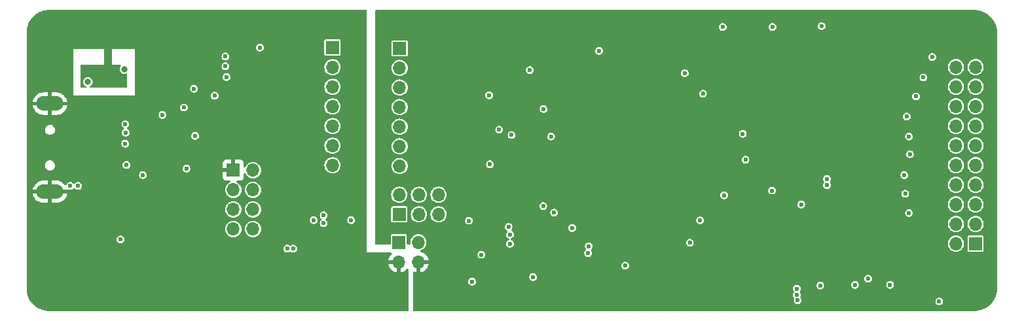
<source format=gbr>
%TF.GenerationSoftware,KiCad,Pcbnew,7.0.6-7.0.6~ubuntu20.04.1*%
%TF.CreationDate,2023-10-29T13:00:39+01:00*%
%TF.ProjectId,amurNutzlast,616d7572-4e75-4747-9a6c-6173742e6b69,rev?*%
%TF.SameCoordinates,Original*%
%TF.FileFunction,Copper,L2,Inr*%
%TF.FilePolarity,Positive*%
%FSLAX46Y46*%
G04 Gerber Fmt 4.6, Leading zero omitted, Abs format (unit mm)*
G04 Created by KiCad (PCBNEW 7.0.6-7.0.6~ubuntu20.04.1) date 2023-10-29 13:00:39*
%MOMM*%
%LPD*%
G01*
G04 APERTURE LIST*
%TA.AperFunction,ComponentPad*%
%ADD10R,1.700000X1.700000*%
%TD*%
%TA.AperFunction,ComponentPad*%
%ADD11O,1.700000X1.700000*%
%TD*%
%TA.AperFunction,ComponentPad*%
%ADD12O,3.500000X1.900000*%
%TD*%
%TA.AperFunction,ViaPad*%
%ADD13C,0.600000*%
%TD*%
%TA.AperFunction,ViaPad*%
%ADD14C,0.800000*%
%TD*%
G04 APERTURE END LIST*
D10*
%TO.N,/fpga/FTDI_DCD*%
%TO.C,J7*%
X98275000Y-34980000D03*
D11*
%TO.N,/fpga/FTDI_DSR*%
X98275000Y-37520000D03*
%TO.N,/fpga/FTDI_DTR*%
X98275000Y-40060000D03*
%TO.N,/fpga/FTDI_CTS*%
X98275000Y-42600000D03*
%TO.N,/fpga/FTDI_RTS*%
X98275000Y-45140000D03*
%TO.N,/fpga/FTDI_TX*%
X98275000Y-47680000D03*
%TO.N,/fpga/FTDI_RX*%
X98275000Y-50220000D03*
%TD*%
D10*
%TO.N,/ftdi/DCD*%
%TO.C,J5*%
X89595000Y-34879000D03*
D11*
%TO.N,/ftdi/DSR*%
X89595000Y-37419000D03*
%TO.N,/ftdi/DTR*%
X89595000Y-39959000D03*
%TO.N,/ftdi/CTS*%
X89595000Y-42499000D03*
%TO.N,/ftdi/RTS*%
X89595000Y-45039000D03*
%TO.N,/ftdi/TX*%
X89595000Y-47579000D03*
%TO.N,/ftdi/RX*%
X89595000Y-50119000D03*
%TD*%
D10*
%TO.N,/MISO*%
%TO.C,J1*%
X98225000Y-56475000D03*
D11*
%TO.N,/ICE_CDONE*%
X98225000Y-53935000D03*
%TO.N,/SS*%
X100765000Y-56475000D03*
%TO.N,/ICE_CREST*%
X100765000Y-53935000D03*
%TO.N,/MOSI*%
X103305000Y-56475000D03*
%TO.N,/SCL*%
X103305000Y-53935000D03*
%TD*%
D10*
%TO.N,GND1*%
%TO.C,J4*%
X76768000Y-50759000D03*
D11*
%TO.N,+3.3VP*%
X79308000Y-50759000D03*
%TO.N,/ftdi/ICE_CREST*%
X76768000Y-53299000D03*
%TO.N,/ftdi/ICE_CLK*%
X79308000Y-53299000D03*
%TO.N,/ftdi/ICE_CDONE*%
X76768000Y-55839000D03*
%TO.N,/ftdi/ICE_MOSI*%
X79308000Y-55839000D03*
%TO.N,/ftdi/ICE_SS*%
X76768000Y-58379000D03*
%TO.N,/ftdi/ICE_MISO*%
X79308000Y-58379000D03*
%TD*%
D10*
%TO.N,/fpga/PIO1*%
%TO.C,J8*%
X172750000Y-60260000D03*
D11*
%TO.N,/fpga/PIO2*%
X170210000Y-60260000D03*
%TO.N,/fpga/PIO3*%
X172750000Y-57720000D03*
%TO.N,/fpga/PIO4*%
X170210000Y-57720000D03*
%TO.N,/fpga/PIO5*%
X172750000Y-55180000D03*
%TO.N,/fpga/PIO6*%
X170210000Y-55180000D03*
%TO.N,/fpga/PIO7*%
X172750000Y-52640000D03*
%TO.N,/fpga/PIO8*%
X170210000Y-52640000D03*
%TO.N,/fpga/PIO9*%
X172750000Y-50100000D03*
%TO.N,/fpga/PIO10*%
X170210000Y-50100000D03*
%TO.N,/fpga/PIO11*%
X172750000Y-47560000D03*
%TO.N,/fpga/PIO12*%
X170210000Y-47560000D03*
%TO.N,/fpga/PIO13*%
X172750000Y-45020000D03*
%TO.N,/fpga/PIO14*%
X170210000Y-45020000D03*
%TO.N,/fpga/PIO15*%
X172750000Y-42480000D03*
%TO.N,/fpga/PIO16*%
X170210000Y-42480000D03*
%TO.N,/fpga/PIO17*%
X172750000Y-39940000D03*
%TO.N,/fpga/PIO18*%
X170210000Y-39940000D03*
%TO.N,/fpga/PIO19*%
X172750000Y-37400000D03*
%TO.N,/fpga/PIO20*%
X170210000Y-37400000D03*
%TD*%
D12*
%TO.N,GND1*%
%TO.C,J6*%
X53061000Y-53538000D03*
X53061000Y-42138000D03*
%TD*%
D10*
%TO.N,VBUS*%
%TO.C,J2*%
X98160000Y-60100000D03*
D11*
%TO.N,+5V*%
X100700000Y-60100000D03*
%TO.N,GND1*%
X98160000Y-62640000D03*
%TO.N,GND*%
X100700000Y-62640000D03*
%TD*%
D13*
%TO.N,+1V2*%
X150200000Y-55200000D03*
X161700000Y-65600000D03*
%TO.N,GND1*%
X60236500Y-48513500D03*
%TO.N,+3.3V*%
X168050000Y-67750000D03*
%TO.N,GND*%
X174000000Y-65800000D03*
X121150000Y-58950000D03*
X126700000Y-60550000D03*
X135150000Y-59050000D03*
X130250000Y-37300000D03*
X126307436Y-37227301D03*
X121200000Y-38750000D03*
X121750000Y-38200000D03*
X121400000Y-37100000D03*
%TO.N,+3.3V*%
X115100000Y-37800000D03*
%TO.N,GND*%
X115800000Y-42600000D03*
X109050000Y-40750000D03*
X113150000Y-41800000D03*
X108450000Y-58650000D03*
X148750000Y-65150000D03*
X137000000Y-30850000D03*
X142250000Y-33150000D03*
X148600000Y-33550000D03*
X145300000Y-45200000D03*
X137200000Y-40100000D03*
X135402825Y-38958475D03*
X154750000Y-56200000D03*
X154950000Y-65500000D03*
X154850000Y-57400000D03*
X160350000Y-61600000D03*
X147850000Y-59900000D03*
X146350000Y-48300000D03*
%TO.N,+3.3V*%
X146450000Y-53400000D03*
%TO.N,GND*%
X142750000Y-53100000D03*
X138050000Y-61100000D03*
X125450000Y-65300000D03*
X117150000Y-56200000D03*
X117350000Y-61400000D03*
X114150000Y-52900000D03*
X106550000Y-63400000D03*
%TO.N,+3.3V*%
X135800000Y-60150000D03*
X153550000Y-52700000D03*
X112350000Y-58095000D03*
X135150000Y-38200000D03*
X117850000Y-46400000D03*
X116850000Y-55400000D03*
X140250000Y-54000000D03*
X137500000Y-40850000D03*
X127450000Y-63100000D03*
X120583884Y-58233884D03*
X109850000Y-41050000D03*
X124050000Y-35300000D03*
X153550000Y-51900000D03*
%TO.N,Net-(U1E-VCCPLL)*%
X112750000Y-46200000D03*
%TO.N,GNDD*%
X111150000Y-45500000D03*
%TO.N,+1V2*%
X109950000Y-50000000D03*
X118250000Y-56250000D03*
X142650000Y-46050000D03*
X116900000Y-42850000D03*
X137125500Y-57250000D03*
%TO.N,Net-(D1-K)*%
X143000000Y-49400000D03*
%TO.N,Net-(D6-A)*%
X62175000Y-59725000D03*
%TO.N,+3.3VP*%
X67620088Y-43599500D03*
X88452000Y-56601000D03*
X70383735Y-42643614D03*
X88452000Y-57617000D03*
X71812279Y-46314714D03*
X70700000Y-50552500D03*
X65084000Y-51394000D03*
X87182000Y-57236000D03*
X62798000Y-47330000D03*
X62808349Y-44799990D03*
X80197000Y-34884000D03*
X92008000Y-57236000D03*
%TO.N,+1V8*%
X71688000Y-40218000D03*
D14*
%TO.N,Net-(U4-OSCI)*%
X62671000Y-37678000D03*
%TO.N,Net-(U4-OSCO)*%
X57972000Y-39329000D03*
D13*
%TO.N,VBUS*%
X55686000Y-52791000D03*
X83753000Y-60919000D03*
X56702000Y-52791000D03*
X84515000Y-60919000D03*
%TO.N,Net-(D2-K)*%
X140050000Y-32200000D03*
%TO.N,Net-(D3-K)*%
X146500000Y-32200000D03*
%TO.N,Net-(D4-K)*%
X152850000Y-32100000D03*
%TO.N,/ICE_CREST*%
X122650000Y-61500000D03*
%TO.N,/ICE_CDONE*%
X122750000Y-60600000D03*
%TO.N,/SCL*%
X115550000Y-64600000D03*
X112550000Y-60300000D03*
%TO.N,/SS*%
X107650000Y-65200000D03*
X107250000Y-57300000D03*
%TO.N,/fpga/PIO3*%
X164150000Y-56300000D03*
%TO.N,/fpga/PIO5*%
X163650000Y-53800000D03*
%TO.N,/fpga/PIO7*%
X163550000Y-51400000D03*
%TO.N,/fpga/PIO9*%
X164250000Y-48700000D03*
%TO.N,/fpga/PIO11*%
X164150000Y-46400000D03*
%TO.N,/fpga/PIO13*%
X163850000Y-43800000D03*
%TO.N,/fpga/PIO15*%
X165050000Y-41200000D03*
%TO.N,/fpga/PIO17*%
X166000000Y-38750000D03*
%TO.N,/fpga/PIO19*%
X167150000Y-36100000D03*
%TO.N,Net-(U2-PWRGD1)*%
X157150000Y-65600000D03*
%TO.N,Net-(U2-PWRGD2)*%
X152650000Y-65700000D03*
%TO.N,Net-(U6-IO2)*%
X108850000Y-61700000D03*
%TO.N,Net-(U6-IO3)*%
X112550000Y-59100000D03*
%TO.N,Net-(U5-DO)*%
X74355000Y-41107000D03*
%TO.N,Net-(U4-EEDATA)*%
X75879000Y-38694000D03*
%TO.N,Net-(U4-EECLK)*%
X75752000Y-37297000D03*
%TO.N,/ftdi/CS_FTDI*%
X75752000Y-36027000D03*
%TO.N,Net-(U4-REF)*%
X62846002Y-45895123D03*
%TO.N,Net-(U4-~{RESET})*%
X62942936Y-50078325D03*
%TO.N,GND1*%
X67800000Y-51175000D03*
X69375000Y-43750000D03*
X81175000Y-39575000D03*
X57875000Y-52125000D03*
X61725000Y-42300000D03*
X60200000Y-50325000D03*
X67650000Y-49175000D03*
X60175000Y-45150000D03*
X60175000Y-49350000D03*
X69550000Y-47000000D03*
X66300000Y-46075000D03*
X70150000Y-39900000D03*
X81400000Y-34850000D03*
X76450000Y-34700000D03*
X69700000Y-50500000D03*
X55811000Y-43425000D03*
X67625000Y-45775000D03*
X66325000Y-47575000D03*
X60425000Y-56575000D03*
X92775000Y-54400000D03*
X64250000Y-51475000D03*
X70525000Y-37921500D03*
X57475000Y-44350000D03*
X85950000Y-56025000D03*
X57850000Y-52775000D03*
X58075000Y-37675000D03*
X66300000Y-42975000D03*
X74550000Y-43850000D03*
X62750000Y-39400000D03*
X63050000Y-59800000D03*
X71700000Y-49775000D03*
X85785502Y-59840000D03*
X69325000Y-42775000D03*
X66275000Y-45033500D03*
%TO.N,+5V*%
X149650000Y-66900000D03*
X149650000Y-66100000D03*
X158850000Y-64800000D03*
X149750000Y-67600000D03*
%TD*%
%TA.AperFunction,Conductor*%
%TO.N,GND1*%
G36*
X93993039Y-30020185D02*
G01*
X94038794Y-30072989D01*
X94050000Y-30124500D01*
X94050000Y-68999500D01*
X53001624Y-68999500D01*
X52998378Y-68999415D01*
X52866617Y-68992509D01*
X52682985Y-68982196D01*
X52676758Y-68981530D01*
X52524369Y-68957394D01*
X52361835Y-68929778D01*
X52356171Y-68928541D01*
X52203297Y-68887579D01*
X52048273Y-68842916D01*
X52043217Y-68841221D01*
X51893829Y-68783877D01*
X51745997Y-68722643D01*
X51741575Y-68720604D01*
X51598078Y-68647488D01*
X51458531Y-68570364D01*
X51454767Y-68568106D01*
X51401875Y-68533758D01*
X51319127Y-68480019D01*
X51189243Y-68387862D01*
X51186102Y-68385480D01*
X51061260Y-68284385D01*
X51058964Y-68282431D01*
X50941277Y-68177260D01*
X50938750Y-68174870D01*
X50825128Y-68061248D01*
X50822738Y-68058721D01*
X50717567Y-67941034D01*
X50715613Y-67938738D01*
X50676848Y-67890867D01*
X50614510Y-67813886D01*
X50612136Y-67810755D01*
X50519980Y-67680872D01*
X50487406Y-67630715D01*
X50431882Y-67545215D01*
X50429641Y-67541480D01*
X50394241Y-67477428D01*
X50352511Y-67401921D01*
X50312899Y-67324180D01*
X50279388Y-67258412D01*
X50277355Y-67254000D01*
X50216122Y-67106170D01*
X50158769Y-66956759D01*
X50157082Y-66951724D01*
X50112420Y-66796702D01*
X50071457Y-66643825D01*
X50070224Y-66638185D01*
X50051752Y-66529463D01*
X50050000Y-66508693D01*
X50050000Y-60918999D01*
X83247353Y-60918999D01*
X83267834Y-61061456D01*
X83327622Y-61192371D01*
X83327623Y-61192373D01*
X83421872Y-61301143D01*
X83542947Y-61378953D01*
X83542950Y-61378954D01*
X83542949Y-61378954D01*
X83681036Y-61419499D01*
X83681038Y-61419500D01*
X83681039Y-61419500D01*
X83824962Y-61419500D01*
X83824962Y-61419499D01*
X83963053Y-61378953D01*
X84066960Y-61312175D01*
X84134000Y-61292491D01*
X84201039Y-61312176D01*
X84201040Y-61312176D01*
X84304947Y-61378953D01*
X84304948Y-61378953D01*
X84304949Y-61378954D01*
X84443036Y-61419499D01*
X84443038Y-61419500D01*
X84443039Y-61419500D01*
X84586962Y-61419500D01*
X84586962Y-61419499D01*
X84725053Y-61378953D01*
X84846128Y-61301143D01*
X84940377Y-61192373D01*
X85000165Y-61061457D01*
X85020647Y-60919000D01*
X85000165Y-60776543D01*
X84940377Y-60645627D01*
X84846128Y-60536857D01*
X84725053Y-60459047D01*
X84725051Y-60459046D01*
X84725049Y-60459045D01*
X84725050Y-60459045D01*
X84586963Y-60418500D01*
X84586961Y-60418500D01*
X84443039Y-60418500D01*
X84443036Y-60418500D01*
X84304949Y-60459045D01*
X84201039Y-60525824D01*
X84133999Y-60545508D01*
X84066961Y-60525824D01*
X83963050Y-60459045D01*
X83824963Y-60418500D01*
X83824961Y-60418500D01*
X83681039Y-60418500D01*
X83681036Y-60418500D01*
X83542949Y-60459045D01*
X83421873Y-60536856D01*
X83327623Y-60645626D01*
X83327622Y-60645628D01*
X83267834Y-60776543D01*
X83247353Y-60918999D01*
X50050000Y-60918999D01*
X50050000Y-59725000D01*
X61669353Y-59725000D01*
X61689834Y-59867456D01*
X61749622Y-59998371D01*
X61749623Y-59998373D01*
X61843872Y-60107143D01*
X61964947Y-60184953D01*
X61964950Y-60184954D01*
X61964949Y-60184954D01*
X62103036Y-60225499D01*
X62103038Y-60225500D01*
X62103039Y-60225500D01*
X62246962Y-60225500D01*
X62246962Y-60225499D01*
X62385053Y-60184953D01*
X62506128Y-60107143D01*
X62600377Y-59998373D01*
X62660165Y-59867457D01*
X62680647Y-59725000D01*
X62660165Y-59582543D01*
X62600377Y-59451627D01*
X62506128Y-59342857D01*
X62385053Y-59265047D01*
X62385051Y-59265046D01*
X62385049Y-59265045D01*
X62385050Y-59265045D01*
X62246963Y-59224500D01*
X62246961Y-59224500D01*
X62103039Y-59224500D01*
X62103036Y-59224500D01*
X61964949Y-59265045D01*
X61843873Y-59342856D01*
X61749623Y-59451626D01*
X61749622Y-59451628D01*
X61689834Y-59582543D01*
X61669353Y-59725000D01*
X50050000Y-59725000D01*
X50050000Y-58378999D01*
X75712417Y-58378999D01*
X75732699Y-58584932D01*
X75732700Y-58584934D01*
X75792768Y-58782954D01*
X75890315Y-58965450D01*
X75890317Y-58965452D01*
X76021589Y-59125410D01*
X76118209Y-59204702D01*
X76181550Y-59256685D01*
X76364046Y-59354232D01*
X76562066Y-59414300D01*
X76562065Y-59414300D01*
X76580529Y-59416118D01*
X76768000Y-59434583D01*
X76973934Y-59414300D01*
X77171954Y-59354232D01*
X77354450Y-59256685D01*
X77514410Y-59125410D01*
X77645685Y-58965450D01*
X77743232Y-58782954D01*
X77803300Y-58584934D01*
X77823583Y-58379000D01*
X77823583Y-58378999D01*
X78252417Y-58378999D01*
X78272699Y-58584932D01*
X78272700Y-58584934D01*
X78332768Y-58782954D01*
X78430315Y-58965450D01*
X78430317Y-58965452D01*
X78561589Y-59125410D01*
X78658209Y-59204702D01*
X78721550Y-59256685D01*
X78904046Y-59354232D01*
X79102066Y-59414300D01*
X79102065Y-59414300D01*
X79120529Y-59416118D01*
X79308000Y-59434583D01*
X79513934Y-59414300D01*
X79711954Y-59354232D01*
X79894450Y-59256685D01*
X80054410Y-59125410D01*
X80185685Y-58965450D01*
X80283232Y-58782954D01*
X80343300Y-58584934D01*
X80363583Y-58379000D01*
X80343300Y-58173066D01*
X80283232Y-57975046D01*
X80185685Y-57792550D01*
X80106411Y-57695954D01*
X80054410Y-57632589D01*
X79936677Y-57535969D01*
X79894450Y-57501315D01*
X79711954Y-57403768D01*
X79513934Y-57343700D01*
X79513932Y-57343699D01*
X79513934Y-57343699D01*
X79308000Y-57323417D01*
X79102067Y-57343699D01*
X78904043Y-57403769D01*
X78793898Y-57462643D01*
X78721550Y-57501315D01*
X78721548Y-57501316D01*
X78721547Y-57501317D01*
X78561589Y-57632589D01*
X78430317Y-57792547D01*
X78332769Y-57975043D01*
X78272699Y-58173067D01*
X78252417Y-58378999D01*
X77823583Y-58378999D01*
X77803300Y-58173066D01*
X77743232Y-57975046D01*
X77645685Y-57792550D01*
X77566411Y-57695954D01*
X77514410Y-57632589D01*
X77396677Y-57535969D01*
X77354450Y-57501315D01*
X77171954Y-57403768D01*
X76973934Y-57343700D01*
X76973932Y-57343699D01*
X76973934Y-57343699D01*
X76768000Y-57323417D01*
X76562067Y-57343699D01*
X76364043Y-57403769D01*
X76253898Y-57462643D01*
X76181550Y-57501315D01*
X76181548Y-57501316D01*
X76181547Y-57501317D01*
X76021589Y-57632589D01*
X75890317Y-57792547D01*
X75792769Y-57975043D01*
X75732699Y-58173067D01*
X75712417Y-58378999D01*
X50050000Y-58378999D01*
X50050000Y-57235999D01*
X86676353Y-57235999D01*
X86696834Y-57378456D01*
X86740716Y-57474543D01*
X86756623Y-57509373D01*
X86850872Y-57618143D01*
X86971947Y-57695953D01*
X86971950Y-57695954D01*
X86971949Y-57695954D01*
X87110036Y-57736499D01*
X87110038Y-57736500D01*
X87110039Y-57736500D01*
X87253962Y-57736500D01*
X87253962Y-57736499D01*
X87392053Y-57695953D01*
X87513128Y-57618143D01*
X87514118Y-57617000D01*
X87946353Y-57617000D01*
X87966834Y-57759456D01*
X87981948Y-57792550D01*
X88026623Y-57890373D01*
X88120872Y-57999143D01*
X88241947Y-58076953D01*
X88241950Y-58076954D01*
X88241949Y-58076954D01*
X88380036Y-58117499D01*
X88380038Y-58117500D01*
X88380039Y-58117500D01*
X88523962Y-58117500D01*
X88523962Y-58117499D01*
X88662053Y-58076953D01*
X88783128Y-57999143D01*
X88877377Y-57890373D01*
X88937165Y-57759457D01*
X88957647Y-57617000D01*
X88937165Y-57474543D01*
X88877377Y-57343627D01*
X88784118Y-57235999D01*
X91502353Y-57235999D01*
X91522834Y-57378456D01*
X91566716Y-57474543D01*
X91582623Y-57509373D01*
X91676872Y-57618143D01*
X91797947Y-57695953D01*
X91797950Y-57695954D01*
X91797949Y-57695954D01*
X91936036Y-57736499D01*
X91936038Y-57736500D01*
X91936039Y-57736500D01*
X92079962Y-57736500D01*
X92079962Y-57736499D01*
X92218053Y-57695953D01*
X92339128Y-57618143D01*
X92433377Y-57509373D01*
X92493165Y-57378457D01*
X92513647Y-57236000D01*
X92493165Y-57093543D01*
X92433377Y-56962627D01*
X92339128Y-56853857D01*
X92218053Y-56776047D01*
X92218051Y-56776046D01*
X92218049Y-56776045D01*
X92218050Y-56776045D01*
X92079963Y-56735500D01*
X92079961Y-56735500D01*
X91936039Y-56735500D01*
X91936036Y-56735500D01*
X91797949Y-56776045D01*
X91676873Y-56853856D01*
X91582623Y-56962626D01*
X91582622Y-56962628D01*
X91522834Y-57093543D01*
X91502353Y-57235999D01*
X88784118Y-57235999D01*
X88783128Y-57234857D01*
X88749608Y-57213315D01*
X88703854Y-57160512D01*
X88693910Y-57091353D01*
X88722935Y-57027798D01*
X88749609Y-57004684D01*
X88783128Y-56983143D01*
X88877377Y-56874373D01*
X88937165Y-56743457D01*
X88957647Y-56601000D01*
X88937165Y-56458543D01*
X88877377Y-56327627D01*
X88783128Y-56218857D01*
X88662053Y-56141047D01*
X88662051Y-56141046D01*
X88662049Y-56141045D01*
X88662050Y-56141045D01*
X88523963Y-56100500D01*
X88523961Y-56100500D01*
X88380039Y-56100500D01*
X88380036Y-56100500D01*
X88241949Y-56141045D01*
X88120873Y-56218856D01*
X88026623Y-56327626D01*
X88026622Y-56327628D01*
X87966834Y-56458543D01*
X87946353Y-56601000D01*
X87966834Y-56743456D01*
X88026590Y-56874300D01*
X88026623Y-56874373D01*
X88120872Y-56983143D01*
X88120874Y-56983144D01*
X88154391Y-57004685D01*
X88200146Y-57057489D01*
X88210089Y-57126648D01*
X88181063Y-57190203D01*
X88154391Y-57213315D01*
X88120874Y-57234855D01*
X88120872Y-57234856D01*
X88120872Y-57234857D01*
X88119882Y-57236000D01*
X88026623Y-57343626D01*
X88026622Y-57343628D01*
X87966834Y-57474543D01*
X87946353Y-57617000D01*
X87514118Y-57617000D01*
X87607377Y-57509373D01*
X87667165Y-57378457D01*
X87687647Y-57236000D01*
X87667165Y-57093543D01*
X87607377Y-56962627D01*
X87513128Y-56853857D01*
X87392053Y-56776047D01*
X87392051Y-56776046D01*
X87392049Y-56776045D01*
X87392050Y-56776045D01*
X87253963Y-56735500D01*
X87253961Y-56735500D01*
X87110039Y-56735500D01*
X87110036Y-56735500D01*
X86971949Y-56776045D01*
X86850873Y-56853856D01*
X86756623Y-56962626D01*
X86756622Y-56962628D01*
X86696834Y-57093543D01*
X86676353Y-57235999D01*
X50050000Y-57235999D01*
X50050000Y-55838999D01*
X75712417Y-55838999D01*
X75732699Y-56044932D01*
X75761855Y-56141045D01*
X75792768Y-56242954D01*
X75890315Y-56425450D01*
X75890317Y-56425452D01*
X76021589Y-56585410D01*
X76118209Y-56664702D01*
X76181550Y-56716685D01*
X76364046Y-56814232D01*
X76562066Y-56874300D01*
X76562065Y-56874300D01*
X76580529Y-56876118D01*
X76768000Y-56894583D01*
X76973934Y-56874300D01*
X77171954Y-56814232D01*
X77354450Y-56716685D01*
X77514410Y-56585410D01*
X77645685Y-56425450D01*
X77743232Y-56242954D01*
X77803300Y-56044934D01*
X77823583Y-55839000D01*
X77823583Y-55838999D01*
X78252417Y-55838999D01*
X78272699Y-56044932D01*
X78301855Y-56141045D01*
X78332768Y-56242954D01*
X78430315Y-56425450D01*
X78430317Y-56425452D01*
X78561589Y-56585410D01*
X78658209Y-56664702D01*
X78721550Y-56716685D01*
X78904046Y-56814232D01*
X79102066Y-56874300D01*
X79102065Y-56874300D01*
X79120529Y-56876118D01*
X79308000Y-56894583D01*
X79513934Y-56874300D01*
X79711954Y-56814232D01*
X79894450Y-56716685D01*
X80054410Y-56585410D01*
X80185685Y-56425450D01*
X80283232Y-56242954D01*
X80343300Y-56044934D01*
X80363583Y-55839000D01*
X80343300Y-55633066D01*
X80283232Y-55435046D01*
X80185685Y-55252550D01*
X80133702Y-55189209D01*
X80054410Y-55092589D01*
X79926966Y-54988000D01*
X79894450Y-54961315D01*
X79711954Y-54863768D01*
X79513934Y-54803700D01*
X79513932Y-54803699D01*
X79513934Y-54803699D01*
X79308000Y-54783417D01*
X79102067Y-54803699D01*
X78904043Y-54863769D01*
X78809819Y-54914134D01*
X78721550Y-54961315D01*
X78721548Y-54961316D01*
X78721547Y-54961317D01*
X78561589Y-55092589D01*
X78430317Y-55252547D01*
X78332769Y-55435043D01*
X78272699Y-55633067D01*
X78252417Y-55838999D01*
X77823583Y-55838999D01*
X77803300Y-55633066D01*
X77743232Y-55435046D01*
X77645685Y-55252550D01*
X77593702Y-55189209D01*
X77514410Y-55092589D01*
X77386966Y-54988000D01*
X77354450Y-54961315D01*
X77171954Y-54863768D01*
X76973934Y-54803700D01*
X76973932Y-54803699D01*
X76973934Y-54803699D01*
X76786463Y-54785235D01*
X76768000Y-54783417D01*
X76767999Y-54783417D01*
X76562067Y-54803699D01*
X76364043Y-54863769D01*
X76269819Y-54914134D01*
X76181550Y-54961315D01*
X76181548Y-54961316D01*
X76181547Y-54961317D01*
X76021589Y-55092589D01*
X75890317Y-55252547D01*
X75792769Y-55435043D01*
X75732699Y-55633067D01*
X75712417Y-55838999D01*
X50050000Y-55838999D01*
X50050000Y-53788000D01*
X50832669Y-53788000D01*
X50850553Y-53895176D01*
X50928576Y-54122449D01*
X50928578Y-54122455D01*
X51042947Y-54333790D01*
X51190544Y-54523422D01*
X51367338Y-54686173D01*
X51367342Y-54686176D01*
X51568509Y-54817606D01*
X51788571Y-54914134D01*
X52021523Y-54973125D01*
X52201035Y-54988000D01*
X52811000Y-54988000D01*
X52811000Y-53988000D01*
X53311000Y-53988000D01*
X53311000Y-54988000D01*
X53920965Y-54988000D01*
X54100476Y-54973125D01*
X54333428Y-54914134D01*
X54553490Y-54817606D01*
X54754657Y-54686176D01*
X54754661Y-54686173D01*
X54931455Y-54523422D01*
X55079052Y-54333790D01*
X55193421Y-54122455D01*
X55193423Y-54122449D01*
X55271446Y-53895176D01*
X55289331Y-53788000D01*
X54236278Y-53788000D01*
X54284625Y-53704260D01*
X54314810Y-53572008D01*
X54304673Y-53436735D01*
X54255113Y-53310459D01*
X54237203Y-53288000D01*
X55289329Y-53288000D01*
X55305184Y-53269280D01*
X55363532Y-53230845D01*
X55433398Y-53230056D01*
X55466846Y-53245104D01*
X55475947Y-53250953D01*
X55475949Y-53250953D01*
X55475950Y-53250954D01*
X55614036Y-53291499D01*
X55614038Y-53291500D01*
X55614039Y-53291500D01*
X55757962Y-53291500D01*
X55757962Y-53291499D01*
X55865121Y-53260035D01*
X55896050Y-53250954D01*
X55896050Y-53250953D01*
X55896053Y-53250953D01*
X56017128Y-53173143D01*
X56100286Y-53077172D01*
X56159065Y-53039397D01*
X56228934Y-53039397D01*
X56287711Y-53077170D01*
X56287713Y-53077171D01*
X56287713Y-53077172D01*
X56370870Y-53173141D01*
X56370872Y-53173143D01*
X56491947Y-53250953D01*
X56491950Y-53250954D01*
X56491949Y-53250954D01*
X56630036Y-53291499D01*
X56630038Y-53291500D01*
X56630039Y-53291500D01*
X56773962Y-53291500D01*
X56773962Y-53291499D01*
X56881121Y-53260035D01*
X56912050Y-53250954D01*
X56912050Y-53250953D01*
X56912053Y-53250953D01*
X57033128Y-53173143D01*
X57127377Y-53064373D01*
X57187165Y-52933457D01*
X57207647Y-52791000D01*
X57187165Y-52648543D01*
X57127377Y-52517627D01*
X57033128Y-52408857D01*
X56912053Y-52331047D01*
X56912051Y-52331046D01*
X56912049Y-52331045D01*
X56912050Y-52331045D01*
X56773963Y-52290500D01*
X56773961Y-52290500D01*
X56630039Y-52290500D01*
X56630036Y-52290500D01*
X56491949Y-52331045D01*
X56370873Y-52408856D01*
X56370872Y-52408856D01*
X56370872Y-52408857D01*
X56345805Y-52437785D01*
X56287713Y-52504828D01*
X56228935Y-52542602D01*
X56159065Y-52542602D01*
X56100287Y-52504828D01*
X56082455Y-52484249D01*
X56017128Y-52408857D01*
X55896053Y-52331047D01*
X55896051Y-52331046D01*
X55896049Y-52331045D01*
X55896050Y-52331045D01*
X55757963Y-52290500D01*
X55757961Y-52290500D01*
X55614039Y-52290500D01*
X55614036Y-52290500D01*
X55475949Y-52331045D01*
X55354873Y-52408856D01*
X55260623Y-52517626D01*
X55213831Y-52620085D01*
X55168075Y-52672888D01*
X55101036Y-52692572D01*
X55033996Y-52672887D01*
X55003183Y-52644734D01*
X54931455Y-52552577D01*
X54754661Y-52389826D01*
X54754657Y-52389823D01*
X54553490Y-52258393D01*
X54333428Y-52161865D01*
X54100476Y-52102874D01*
X53920965Y-52088000D01*
X53311000Y-52088000D01*
X53311000Y-53088000D01*
X52811000Y-53088000D01*
X52811000Y-52088000D01*
X52201035Y-52088000D01*
X52021523Y-52102874D01*
X51788571Y-52161865D01*
X51568509Y-52258393D01*
X51367342Y-52389823D01*
X51367338Y-52389826D01*
X51190544Y-52552577D01*
X51042947Y-52742209D01*
X50928578Y-52953544D01*
X50928576Y-52953550D01*
X50850553Y-53180823D01*
X50832669Y-53287999D01*
X50832670Y-53288000D01*
X51885722Y-53288000D01*
X51837375Y-53371740D01*
X51807190Y-53503992D01*
X51817327Y-53639265D01*
X51866887Y-53765541D01*
X51884797Y-53788000D01*
X50832669Y-53788000D01*
X50050000Y-53788000D01*
X50050000Y-51393999D01*
X64578353Y-51393999D01*
X64598834Y-51536456D01*
X64658622Y-51667371D01*
X64658623Y-51667373D01*
X64752872Y-51776143D01*
X64873947Y-51853953D01*
X64873950Y-51853954D01*
X64873949Y-51853954D01*
X65012036Y-51894499D01*
X65012038Y-51894500D01*
X65012039Y-51894500D01*
X65155962Y-51894500D01*
X65155962Y-51894499D01*
X65294053Y-51853953D01*
X65415128Y-51776143D01*
X65509377Y-51667373D01*
X65514185Y-51656844D01*
X75418000Y-51656844D01*
X75424401Y-51716372D01*
X75424403Y-51716379D01*
X75474645Y-51851086D01*
X75474649Y-51851093D01*
X75560809Y-51966187D01*
X75560812Y-51966190D01*
X75675906Y-52052350D01*
X75675913Y-52052354D01*
X75810620Y-52102596D01*
X75810627Y-52102598D01*
X75870155Y-52108999D01*
X75870172Y-52109000D01*
X76270813Y-52109000D01*
X76337852Y-52128685D01*
X76383607Y-52181489D01*
X76393551Y-52250647D01*
X76364526Y-52314203D01*
X76329267Y-52342357D01*
X76181550Y-52421315D01*
X76181548Y-52421316D01*
X76181547Y-52421317D01*
X76021589Y-52552589D01*
X75890317Y-52712547D01*
X75792769Y-52895043D01*
X75732699Y-53093067D01*
X75712417Y-53299000D01*
X75732699Y-53504932D01*
X75732700Y-53504934D01*
X75792768Y-53702954D01*
X75890315Y-53885450D01*
X75890317Y-53885452D01*
X76021589Y-54045410D01*
X76115463Y-54122449D01*
X76181550Y-54176685D01*
X76364046Y-54274232D01*
X76562066Y-54334300D01*
X76562065Y-54334300D01*
X76582348Y-54336297D01*
X76768000Y-54354583D01*
X76973934Y-54334300D01*
X77171954Y-54274232D01*
X77354450Y-54176685D01*
X77514410Y-54045410D01*
X77645685Y-53885450D01*
X77743232Y-53702954D01*
X77803300Y-53504934D01*
X77823583Y-53299000D01*
X78252417Y-53299000D01*
X78272699Y-53504932D01*
X78272700Y-53504934D01*
X78332768Y-53702954D01*
X78430315Y-53885450D01*
X78430317Y-53885452D01*
X78561589Y-54045410D01*
X78655463Y-54122449D01*
X78721550Y-54176685D01*
X78904046Y-54274232D01*
X79102066Y-54334300D01*
X79102065Y-54334300D01*
X79120529Y-54336118D01*
X79308000Y-54354583D01*
X79513934Y-54334300D01*
X79711954Y-54274232D01*
X79894450Y-54176685D01*
X80054410Y-54045410D01*
X80185685Y-53885450D01*
X80283232Y-53702954D01*
X80343300Y-53504934D01*
X80363583Y-53299000D01*
X80343300Y-53093066D01*
X80283232Y-52895046D01*
X80185685Y-52712550D01*
X80130030Y-52644734D01*
X80054410Y-52552589D01*
X79894452Y-52421317D01*
X79894453Y-52421317D01*
X79894450Y-52421315D01*
X79711954Y-52323768D01*
X79513934Y-52263700D01*
X79513932Y-52263699D01*
X79513934Y-52263699D01*
X79308000Y-52243417D01*
X79102067Y-52263699D01*
X78904043Y-52323769D01*
X78793898Y-52382643D01*
X78721550Y-52421315D01*
X78721548Y-52421316D01*
X78721547Y-52421317D01*
X78561589Y-52552589D01*
X78430317Y-52712547D01*
X78332769Y-52895043D01*
X78272699Y-53093067D01*
X78252417Y-53299000D01*
X77823583Y-53299000D01*
X77803300Y-53093066D01*
X77743232Y-52895046D01*
X77645685Y-52712550D01*
X77590030Y-52644734D01*
X77514410Y-52552589D01*
X77354452Y-52421317D01*
X77354453Y-52421317D01*
X77354450Y-52421315D01*
X77206732Y-52342357D01*
X77156889Y-52293395D01*
X77141429Y-52225257D01*
X77165261Y-52159578D01*
X77220819Y-52117209D01*
X77265187Y-52109000D01*
X77665828Y-52109000D01*
X77665844Y-52108999D01*
X77725372Y-52102598D01*
X77725379Y-52102596D01*
X77860086Y-52052354D01*
X77860093Y-52052350D01*
X77975187Y-51966190D01*
X77975190Y-51966187D01*
X78061350Y-51851093D01*
X78061354Y-51851086D01*
X78111596Y-51716379D01*
X78111598Y-51716372D01*
X78117999Y-51656844D01*
X78118000Y-51656827D01*
X78118000Y-51256186D01*
X78137685Y-51189147D01*
X78190489Y-51143392D01*
X78259647Y-51133448D01*
X78323203Y-51162473D01*
X78351356Y-51197729D01*
X78430315Y-51345450D01*
X78430317Y-51345452D01*
X78561589Y-51505410D01*
X78658209Y-51584702D01*
X78721550Y-51636685D01*
X78904046Y-51734232D01*
X79102066Y-51794300D01*
X79102065Y-51794300D01*
X79120529Y-51796118D01*
X79308000Y-51814583D01*
X79513934Y-51794300D01*
X79711954Y-51734232D01*
X79894450Y-51636685D01*
X80054410Y-51505410D01*
X80185685Y-51345450D01*
X80283232Y-51162954D01*
X80343300Y-50964934D01*
X80363583Y-50759000D01*
X80343300Y-50553066D01*
X80283232Y-50355046D01*
X80185685Y-50172550D01*
X80141738Y-50119000D01*
X88539417Y-50119000D01*
X88559699Y-50324932D01*
X88573404Y-50370111D01*
X88619768Y-50522954D01*
X88717315Y-50705450D01*
X88723157Y-50712568D01*
X88848589Y-50865410D01*
X88932222Y-50934045D01*
X89008550Y-50996685D01*
X89191046Y-51094232D01*
X89389066Y-51154300D01*
X89389065Y-51154300D01*
X89407529Y-51156118D01*
X89595000Y-51174583D01*
X89800934Y-51154300D01*
X89998954Y-51094232D01*
X90181450Y-50996685D01*
X90341410Y-50865410D01*
X90472685Y-50705450D01*
X90570232Y-50522954D01*
X90630300Y-50324934D01*
X90650583Y-50119000D01*
X90630300Y-49913066D01*
X90570232Y-49715046D01*
X90472685Y-49532550D01*
X90371291Y-49409000D01*
X90341410Y-49372589D01*
X90181452Y-49241317D01*
X90181453Y-49241317D01*
X90181450Y-49241315D01*
X89998954Y-49143768D01*
X89800934Y-49083700D01*
X89800932Y-49083699D01*
X89800934Y-49083699D01*
X89613463Y-49065235D01*
X89595000Y-49063417D01*
X89594999Y-49063417D01*
X89389067Y-49083699D01*
X89191043Y-49143769D01*
X89080898Y-49202643D01*
X89008550Y-49241315D01*
X89008548Y-49241316D01*
X89008547Y-49241317D01*
X88848589Y-49372589D01*
X88717317Y-49532547D01*
X88619769Y-49715043D01*
X88559699Y-49913067D01*
X88539417Y-50119000D01*
X80141738Y-50119000D01*
X80086753Y-50052000D01*
X80054410Y-50012589D01*
X79894452Y-49881317D01*
X79894453Y-49881317D01*
X79894450Y-49881315D01*
X79711954Y-49783768D01*
X79513934Y-49723700D01*
X79513932Y-49723699D01*
X79513934Y-49723699D01*
X79308000Y-49703417D01*
X79102067Y-49723699D01*
X78904043Y-49783769D01*
X78793898Y-49842643D01*
X78721550Y-49881315D01*
X78721548Y-49881316D01*
X78721547Y-49881317D01*
X78561589Y-50012589D01*
X78430317Y-50172547D01*
X78430315Y-50172550D01*
X78358887Y-50306181D01*
X78351358Y-50320267D01*
X78302395Y-50370111D01*
X78234257Y-50385571D01*
X78168578Y-50361739D01*
X78126209Y-50306181D01*
X78118000Y-50261813D01*
X78118000Y-49861172D01*
X78117999Y-49861155D01*
X78111598Y-49801627D01*
X78111596Y-49801620D01*
X78061354Y-49666913D01*
X78061350Y-49666906D01*
X77975190Y-49551812D01*
X77975187Y-49551809D01*
X77860093Y-49465649D01*
X77860086Y-49465645D01*
X77725379Y-49415403D01*
X77725372Y-49415401D01*
X77665844Y-49409000D01*
X77018000Y-49409000D01*
X77018000Y-50323498D01*
X76910315Y-50274320D01*
X76803763Y-50259000D01*
X76732237Y-50259000D01*
X76625685Y-50274320D01*
X76518000Y-50323498D01*
X76518000Y-49409000D01*
X75870155Y-49409000D01*
X75810627Y-49415401D01*
X75810620Y-49415403D01*
X75675913Y-49465645D01*
X75675906Y-49465649D01*
X75560812Y-49551809D01*
X75560809Y-49551812D01*
X75474649Y-49666906D01*
X75474645Y-49666913D01*
X75424403Y-49801620D01*
X75424401Y-49801627D01*
X75418000Y-49861155D01*
X75418000Y-50509000D01*
X76334314Y-50509000D01*
X76308507Y-50549156D01*
X76268000Y-50687111D01*
X76268000Y-50830889D01*
X76308507Y-50968844D01*
X76334314Y-51009000D01*
X75418000Y-51009000D01*
X75418000Y-51656844D01*
X65514185Y-51656844D01*
X65569165Y-51536457D01*
X65589647Y-51394000D01*
X65569165Y-51251543D01*
X65509377Y-51120627D01*
X65415128Y-51011857D01*
X65294053Y-50934047D01*
X65294051Y-50934046D01*
X65294049Y-50934045D01*
X65294050Y-50934045D01*
X65155963Y-50893500D01*
X65155961Y-50893500D01*
X65012039Y-50893500D01*
X65012036Y-50893500D01*
X64873949Y-50934045D01*
X64752873Y-51011856D01*
X64658623Y-51120626D01*
X64658622Y-51120628D01*
X64598834Y-51251543D01*
X64578353Y-51393999D01*
X50050000Y-51393999D01*
X50050000Y-50096833D01*
X52406624Y-50096833D01*
X52416944Y-50260860D01*
X52467732Y-50417171D01*
X52467734Y-50417175D01*
X52555798Y-50555940D01*
X52675603Y-50668445D01*
X52675611Y-50668451D01*
X52755860Y-50712568D01*
X52819632Y-50747627D01*
X52978823Y-50788500D01*
X52978827Y-50788500D01*
X53101923Y-50788500D01*
X53101925Y-50788500D01*
X53101930Y-50788499D01*
X53101934Y-50788499D01*
X53115174Y-50786826D01*
X53224058Y-50773071D01*
X53376871Y-50712568D01*
X53376878Y-50712563D01*
X53509835Y-50615965D01*
X53509835Y-50615963D01*
X53509837Y-50615963D01*
X53614600Y-50489326D01*
X53684579Y-50340613D01*
X53715376Y-50179170D01*
X53709031Y-50078325D01*
X62437289Y-50078325D01*
X62457770Y-50220781D01*
X62517558Y-50351696D01*
X62517559Y-50351698D01*
X62611808Y-50460468D01*
X62732883Y-50538278D01*
X62732886Y-50538279D01*
X62732885Y-50538279D01*
X62870972Y-50578824D01*
X62870974Y-50578825D01*
X62870975Y-50578825D01*
X63014898Y-50578825D01*
X63014898Y-50578824D01*
X63104552Y-50552500D01*
X70194353Y-50552500D01*
X70194435Y-50553067D01*
X70214834Y-50694956D01*
X70257555Y-50788500D01*
X70274623Y-50825873D01*
X70368872Y-50934643D01*
X70489947Y-51012453D01*
X70489950Y-51012454D01*
X70489949Y-51012454D01*
X70628036Y-51052999D01*
X70628038Y-51053000D01*
X70628039Y-51053000D01*
X70771962Y-51053000D01*
X70771962Y-51052999D01*
X70910053Y-51012453D01*
X71031128Y-50934643D01*
X71125377Y-50825873D01*
X71185165Y-50694957D01*
X71205647Y-50552500D01*
X71185165Y-50410043D01*
X71125377Y-50279127D01*
X71031128Y-50170357D01*
X70910053Y-50092547D01*
X70910051Y-50092546D01*
X70910049Y-50092545D01*
X70910050Y-50092545D01*
X70771963Y-50052000D01*
X70771961Y-50052000D01*
X70628039Y-50052000D01*
X70628036Y-50052000D01*
X70489949Y-50092545D01*
X70368873Y-50170356D01*
X70274623Y-50279126D01*
X70274622Y-50279128D01*
X70214834Y-50410043D01*
X70194834Y-50549156D01*
X70194353Y-50552500D01*
X63104552Y-50552500D01*
X63152989Y-50538278D01*
X63274064Y-50460468D01*
X63368313Y-50351698D01*
X63428101Y-50220782D01*
X63448583Y-50078325D01*
X63428101Y-49935868D01*
X63368313Y-49804952D01*
X63274064Y-49696182D01*
X63152989Y-49618372D01*
X63152987Y-49618371D01*
X63152985Y-49618370D01*
X63152986Y-49618370D01*
X63014899Y-49577825D01*
X63014897Y-49577825D01*
X62870975Y-49577825D01*
X62870972Y-49577825D01*
X62732885Y-49618370D01*
X62611809Y-49696181D01*
X62517559Y-49804951D01*
X62517558Y-49804953D01*
X62457770Y-49935868D01*
X62437289Y-50078325D01*
X53709031Y-50078325D01*
X53705056Y-50015140D01*
X53654268Y-49858829D01*
X53566202Y-49720060D01*
X53560863Y-49715046D01*
X53446396Y-49607554D01*
X53446388Y-49607548D01*
X53302371Y-49528374D01*
X53302361Y-49528371D01*
X53143180Y-49487500D01*
X53143177Y-49487500D01*
X53020075Y-49487500D01*
X53020065Y-49487500D01*
X52897942Y-49502929D01*
X52897939Y-49502929D01*
X52745130Y-49563431D01*
X52745121Y-49563436D01*
X52612164Y-49660034D01*
X52612162Y-49660037D01*
X52507400Y-49786673D01*
X52437420Y-49935387D01*
X52422207Y-50015139D01*
X52406624Y-50096830D01*
X52406624Y-50096832D01*
X52406624Y-50096833D01*
X50050000Y-50096833D01*
X50050000Y-47330000D01*
X62292353Y-47330000D01*
X62312834Y-47472456D01*
X62361492Y-47579000D01*
X62372623Y-47603373D01*
X62466872Y-47712143D01*
X62587947Y-47789953D01*
X62587950Y-47789954D01*
X62587949Y-47789954D01*
X62726036Y-47830499D01*
X62726038Y-47830500D01*
X62726039Y-47830500D01*
X62869962Y-47830500D01*
X62869962Y-47830499D01*
X63008053Y-47789953D01*
X63129128Y-47712143D01*
X63223377Y-47603373D01*
X63234508Y-47579000D01*
X88539417Y-47579000D01*
X88559699Y-47784932D01*
X88573522Y-47830499D01*
X88619768Y-47982954D01*
X88717315Y-48165450D01*
X88717317Y-48165452D01*
X88848589Y-48325410D01*
X88945209Y-48404702D01*
X89008550Y-48456685D01*
X89191046Y-48554232D01*
X89389066Y-48614300D01*
X89389065Y-48614300D01*
X89409347Y-48616297D01*
X89595000Y-48634583D01*
X89800934Y-48614300D01*
X89998954Y-48554232D01*
X90181450Y-48456685D01*
X90341410Y-48325410D01*
X90472685Y-48165450D01*
X90570232Y-47982954D01*
X90630300Y-47784934D01*
X90650583Y-47579000D01*
X90630300Y-47373066D01*
X90570232Y-47175046D01*
X90472685Y-46992550D01*
X90372150Y-46870047D01*
X90341410Y-46832589D01*
X90181452Y-46701317D01*
X90181453Y-46701317D01*
X90181450Y-46701315D01*
X89998954Y-46603768D01*
X89800934Y-46543700D01*
X89800932Y-46543699D01*
X89800934Y-46543699D01*
X89595000Y-46523417D01*
X89389067Y-46543699D01*
X89191043Y-46603769D01*
X89080898Y-46662643D01*
X89008550Y-46701315D01*
X89008548Y-46701316D01*
X89008547Y-46701317D01*
X88848589Y-46832589D01*
X88717317Y-46992547D01*
X88619769Y-47175043D01*
X88559699Y-47373067D01*
X88539417Y-47579000D01*
X63234508Y-47579000D01*
X63283165Y-47472457D01*
X63303647Y-47330000D01*
X63283165Y-47187543D01*
X63223377Y-47056627D01*
X63129128Y-46947857D01*
X63008053Y-46870047D01*
X63008051Y-46870046D01*
X63008049Y-46870045D01*
X63008050Y-46870045D01*
X62869963Y-46829500D01*
X62869961Y-46829500D01*
X62726039Y-46829500D01*
X62726036Y-46829500D01*
X62587949Y-46870045D01*
X62466873Y-46947856D01*
X62372623Y-47056626D01*
X62372622Y-47056628D01*
X62312834Y-47187543D01*
X62292353Y-47330000D01*
X50050000Y-47330000D01*
X50050000Y-45496833D01*
X52406624Y-45496833D01*
X52416944Y-45660860D01*
X52467732Y-45817171D01*
X52467734Y-45817175D01*
X52555798Y-45955940D01*
X52675603Y-46068445D01*
X52675611Y-46068451D01*
X52755860Y-46112568D01*
X52819632Y-46147627D01*
X52978823Y-46188500D01*
X52978827Y-46188500D01*
X53101923Y-46188500D01*
X53101925Y-46188500D01*
X53101930Y-46188499D01*
X53101934Y-46188499D01*
X53115174Y-46186826D01*
X53224058Y-46173071D01*
X53376871Y-46112568D01*
X53376878Y-46112563D01*
X53509835Y-46015965D01*
X53509835Y-46015963D01*
X53509837Y-46015963D01*
X53614600Y-45889326D01*
X53684579Y-45740613D01*
X53715376Y-45579170D01*
X53705056Y-45415140D01*
X53654268Y-45258829D01*
X53566202Y-45120060D01*
X53479881Y-45038999D01*
X53446396Y-45007554D01*
X53446388Y-45007548D01*
X53302371Y-44928374D01*
X53302361Y-44928371D01*
X53143180Y-44887500D01*
X53143177Y-44887500D01*
X53020075Y-44887500D01*
X53020065Y-44887500D01*
X52897942Y-44902929D01*
X52897939Y-44902929D01*
X52745130Y-44963431D01*
X52745121Y-44963436D01*
X52612164Y-45060034D01*
X52612162Y-45060037D01*
X52507400Y-45186673D01*
X52437420Y-45335387D01*
X52429425Y-45377302D01*
X52406624Y-45496830D01*
X52406624Y-45496832D01*
X52406624Y-45496833D01*
X50050000Y-45496833D01*
X50050000Y-44799989D01*
X62302702Y-44799989D01*
X62323183Y-44942446D01*
X62367278Y-45038999D01*
X62382972Y-45073363D01*
X62477221Y-45182133D01*
X62591134Y-45255340D01*
X62636888Y-45308143D01*
X62646832Y-45377302D01*
X62617807Y-45440857D01*
X62591134Y-45463970D01*
X62514876Y-45512978D01*
X62420625Y-45621749D01*
X62420624Y-45621751D01*
X62360836Y-45752666D01*
X62340355Y-45895123D01*
X62360836Y-46037579D01*
X62395081Y-46112563D01*
X62420625Y-46168496D01*
X62514874Y-46277266D01*
X62635949Y-46355076D01*
X62635952Y-46355077D01*
X62635951Y-46355077D01*
X62774038Y-46395622D01*
X62774040Y-46395623D01*
X62774041Y-46395623D01*
X62917964Y-46395623D01*
X62917964Y-46395622D01*
X63056055Y-46355076D01*
X63118860Y-46314714D01*
X71306632Y-46314714D01*
X71327113Y-46457170D01*
X71357368Y-46523417D01*
X71386902Y-46588087D01*
X71481151Y-46696857D01*
X71602226Y-46774667D01*
X71602229Y-46774668D01*
X71602228Y-46774668D01*
X71740315Y-46815213D01*
X71740317Y-46815214D01*
X71740318Y-46815214D01*
X71884241Y-46815214D01*
X71884241Y-46815213D01*
X72022332Y-46774667D01*
X72143407Y-46696857D01*
X72237656Y-46588087D01*
X72297444Y-46457171D01*
X72317926Y-46314714D01*
X72297444Y-46172257D01*
X72237656Y-46041341D01*
X72143407Y-45932571D01*
X72022332Y-45854761D01*
X72022330Y-45854760D01*
X72022328Y-45854759D01*
X72022329Y-45854759D01*
X71884242Y-45814214D01*
X71884240Y-45814214D01*
X71740318Y-45814214D01*
X71740315Y-45814214D01*
X71602228Y-45854759D01*
X71481152Y-45932570D01*
X71386902Y-46041340D01*
X71386901Y-46041342D01*
X71327113Y-46172257D01*
X71306632Y-46314714D01*
X63118860Y-46314714D01*
X63177130Y-46277266D01*
X63271379Y-46168496D01*
X63331167Y-46037580D01*
X63351649Y-45895123D01*
X63331167Y-45752666D01*
X63271379Y-45621750D01*
X63177130Y-45512980D01*
X63063216Y-45439772D01*
X63017462Y-45386969D01*
X63007518Y-45317810D01*
X63036543Y-45254254D01*
X63063215Y-45231143D01*
X63139477Y-45182133D01*
X63233726Y-45073363D01*
X63249420Y-45038999D01*
X88539417Y-45038999D01*
X88559699Y-45244932D01*
X88578874Y-45308143D01*
X88619768Y-45442954D01*
X88717315Y-45625450D01*
X88717317Y-45625452D01*
X88848589Y-45785410D01*
X88933095Y-45854761D01*
X89008550Y-45916685D01*
X89191046Y-46014232D01*
X89389066Y-46074300D01*
X89389065Y-46074300D01*
X89409348Y-46076297D01*
X89595000Y-46094583D01*
X89800934Y-46074300D01*
X89998954Y-46014232D01*
X90181450Y-45916685D01*
X90341410Y-45785410D01*
X90472685Y-45625450D01*
X90570232Y-45442954D01*
X90630300Y-45244934D01*
X90650583Y-45039000D01*
X90630300Y-44833066D01*
X90570232Y-44635046D01*
X90472685Y-44452550D01*
X90347073Y-44299490D01*
X90341410Y-44292589D01*
X90181452Y-44161317D01*
X90181453Y-44161317D01*
X90181450Y-44161315D01*
X89998954Y-44063768D01*
X89800934Y-44003700D01*
X89800932Y-44003699D01*
X89800934Y-44003699D01*
X89595000Y-43983417D01*
X89389067Y-44003699D01*
X89191043Y-44063769D01*
X89123263Y-44099999D01*
X89008550Y-44161315D01*
X89008548Y-44161316D01*
X89008547Y-44161317D01*
X88848589Y-44292589D01*
X88717317Y-44452547D01*
X88619769Y-44635043D01*
X88559699Y-44833067D01*
X88539417Y-45038999D01*
X63249420Y-45038999D01*
X63293514Y-44942447D01*
X63313996Y-44799990D01*
X63293514Y-44657533D01*
X63233726Y-44526617D01*
X63139477Y-44417847D01*
X63018402Y-44340037D01*
X63018400Y-44340036D01*
X63018398Y-44340035D01*
X63018399Y-44340035D01*
X62880312Y-44299490D01*
X62880310Y-44299490D01*
X62736388Y-44299490D01*
X62736385Y-44299490D01*
X62598298Y-44340035D01*
X62477222Y-44417846D01*
X62382972Y-44526616D01*
X62382971Y-44526618D01*
X62323183Y-44657533D01*
X62302702Y-44799989D01*
X50050000Y-44799989D01*
X50050000Y-43599499D01*
X67114441Y-43599499D01*
X67134922Y-43741956D01*
X67194710Y-43872871D01*
X67194711Y-43872873D01*
X67288960Y-43981643D01*
X67410035Y-44059453D01*
X67410038Y-44059454D01*
X67410037Y-44059454D01*
X67548124Y-44099999D01*
X67548126Y-44100000D01*
X67548127Y-44100000D01*
X67692050Y-44100000D01*
X67692050Y-44099999D01*
X67815442Y-44063769D01*
X67830138Y-44059454D01*
X67830138Y-44059453D01*
X67830141Y-44059453D01*
X67951216Y-43981643D01*
X68045465Y-43872873D01*
X68105253Y-43741957D01*
X68125735Y-43599500D01*
X68105253Y-43457043D01*
X68045465Y-43326127D01*
X67951216Y-43217357D01*
X67830141Y-43139547D01*
X67830139Y-43139546D01*
X67830137Y-43139545D01*
X67830138Y-43139545D01*
X67692051Y-43099000D01*
X67692049Y-43099000D01*
X67548127Y-43099000D01*
X67548124Y-43099000D01*
X67410037Y-43139545D01*
X67288961Y-43217356D01*
X67194711Y-43326126D01*
X67194710Y-43326128D01*
X67134922Y-43457043D01*
X67114441Y-43599499D01*
X50050000Y-43599499D01*
X50050000Y-42388000D01*
X50832669Y-42388000D01*
X50850553Y-42495176D01*
X50928576Y-42722449D01*
X50928578Y-42722455D01*
X51042947Y-42933790D01*
X51190544Y-43123422D01*
X51367338Y-43286173D01*
X51367342Y-43286176D01*
X51568509Y-43417606D01*
X51788571Y-43514134D01*
X52021523Y-43573125D01*
X52201035Y-43588000D01*
X52811000Y-43588000D01*
X52811000Y-42588000D01*
X53311000Y-42588000D01*
X53311000Y-43588000D01*
X53920965Y-43588000D01*
X54100476Y-43573125D01*
X54333428Y-43514134D01*
X54553490Y-43417606D01*
X54754657Y-43286176D01*
X54754661Y-43286173D01*
X54931455Y-43123422D01*
X55079052Y-42933790D01*
X55193421Y-42722455D01*
X55193423Y-42722449D01*
X55220487Y-42643614D01*
X69878088Y-42643614D01*
X69898569Y-42786070D01*
X69951949Y-42902954D01*
X69958358Y-42916987D01*
X70052607Y-43025757D01*
X70173682Y-43103567D01*
X70173685Y-43103568D01*
X70173684Y-43103568D01*
X70311771Y-43144113D01*
X70311773Y-43144114D01*
X70311774Y-43144114D01*
X70455697Y-43144114D01*
X70455697Y-43144113D01*
X70593788Y-43103567D01*
X70714863Y-43025757D01*
X70809112Y-42916987D01*
X70868900Y-42786071D01*
X70889382Y-42643614D01*
X70868900Y-42501157D01*
X70867915Y-42499000D01*
X88539417Y-42499000D01*
X88559699Y-42704932D01*
X88559700Y-42704934D01*
X88619768Y-42902954D01*
X88717315Y-43085450D01*
X88717317Y-43085452D01*
X88848589Y-43245410D01*
X88945209Y-43324702D01*
X89008550Y-43376685D01*
X89191046Y-43474232D01*
X89389066Y-43534300D01*
X89389065Y-43534300D01*
X89407529Y-43536118D01*
X89595000Y-43554583D01*
X89800934Y-43534300D01*
X89998954Y-43474232D01*
X90181450Y-43376685D01*
X90341410Y-43245410D01*
X90472685Y-43085450D01*
X90570232Y-42902954D01*
X90630300Y-42704934D01*
X90650583Y-42499000D01*
X90630300Y-42293066D01*
X90570232Y-42095046D01*
X90472685Y-41912550D01*
X90383930Y-41804401D01*
X90341410Y-41752589D01*
X90181452Y-41621317D01*
X90181453Y-41621317D01*
X90181450Y-41621315D01*
X89998954Y-41523768D01*
X89800934Y-41463700D01*
X89800932Y-41463699D01*
X89800934Y-41463699D01*
X89613463Y-41445235D01*
X89595000Y-41443417D01*
X89594999Y-41443417D01*
X89389067Y-41463699D01*
X89191043Y-41523769D01*
X89135328Y-41553550D01*
X89008550Y-41621315D01*
X89008548Y-41621316D01*
X89008547Y-41621317D01*
X88848589Y-41752589D01*
X88717317Y-41912547D01*
X88619769Y-42095043D01*
X88559699Y-42293067D01*
X88539417Y-42499000D01*
X70867915Y-42499000D01*
X70809112Y-42370241D01*
X70714863Y-42261471D01*
X70593788Y-42183661D01*
X70593786Y-42183660D01*
X70593784Y-42183659D01*
X70593785Y-42183659D01*
X70455698Y-42143114D01*
X70455696Y-42143114D01*
X70311774Y-42143114D01*
X70311771Y-42143114D01*
X70173684Y-42183659D01*
X70052608Y-42261470D01*
X69958358Y-42370240D01*
X69958357Y-42370242D01*
X69898569Y-42501157D01*
X69878088Y-42643614D01*
X55220487Y-42643614D01*
X55271446Y-42495176D01*
X55289331Y-42388000D01*
X54236278Y-42388000D01*
X54284625Y-42304260D01*
X54314810Y-42172008D01*
X54304673Y-42036735D01*
X54255113Y-41910459D01*
X54237203Y-41888000D01*
X55289330Y-41888000D01*
X55289330Y-41887999D01*
X55271446Y-41780823D01*
X55193423Y-41553550D01*
X55193421Y-41553544D01*
X55079052Y-41342209D01*
X54931455Y-41152577D01*
X54881944Y-41106999D01*
X73849353Y-41106999D01*
X73869834Y-41249456D01*
X73912194Y-41342209D01*
X73929623Y-41380373D01*
X74023872Y-41489143D01*
X74144947Y-41566953D01*
X74144950Y-41566954D01*
X74144949Y-41566954D01*
X74283036Y-41607499D01*
X74283038Y-41607500D01*
X74283039Y-41607500D01*
X74426962Y-41607500D01*
X74426962Y-41607499D01*
X74565053Y-41566953D01*
X74686128Y-41489143D01*
X74780377Y-41380373D01*
X74840165Y-41249457D01*
X74860647Y-41107000D01*
X74840165Y-40964543D01*
X74780377Y-40833627D01*
X74686128Y-40724857D01*
X74565053Y-40647047D01*
X74565051Y-40647046D01*
X74565049Y-40647045D01*
X74565050Y-40647045D01*
X74426963Y-40606500D01*
X74426961Y-40606500D01*
X74283039Y-40606500D01*
X74283036Y-40606500D01*
X74144949Y-40647045D01*
X74023873Y-40724856D01*
X73929623Y-40833626D01*
X73929622Y-40833628D01*
X73869834Y-40964543D01*
X73849353Y-41106999D01*
X54881944Y-41106999D01*
X54754661Y-40989826D01*
X54754657Y-40989823D01*
X54553490Y-40858393D01*
X54333428Y-40761865D01*
X54100476Y-40702874D01*
X53920965Y-40688000D01*
X53311000Y-40688000D01*
X53311000Y-41688000D01*
X52811000Y-41688000D01*
X52811000Y-40688000D01*
X52201035Y-40688000D01*
X52021523Y-40702874D01*
X51788571Y-40761865D01*
X51568509Y-40858393D01*
X51367342Y-40989823D01*
X51367338Y-40989826D01*
X51190544Y-41152577D01*
X51042947Y-41342209D01*
X50928578Y-41553544D01*
X50928576Y-41553550D01*
X50850553Y-41780823D01*
X50832669Y-41887999D01*
X50832670Y-41888000D01*
X51885722Y-41888000D01*
X51837375Y-41971740D01*
X51807190Y-42103992D01*
X51817327Y-42239265D01*
X51866887Y-42365541D01*
X51884797Y-42388000D01*
X50832669Y-42388000D01*
X50050000Y-42388000D01*
X50050000Y-35100000D01*
X56050000Y-35100000D01*
X56050000Y-41100000D01*
X64050000Y-41100000D01*
X64050000Y-40218000D01*
X71182353Y-40218000D01*
X71202834Y-40360456D01*
X71203975Y-40362954D01*
X71262623Y-40491373D01*
X71356872Y-40600143D01*
X71477947Y-40677953D01*
X71477950Y-40677954D01*
X71477949Y-40677954D01*
X71616036Y-40718499D01*
X71616038Y-40718500D01*
X71616039Y-40718500D01*
X71759962Y-40718500D01*
X71759962Y-40718499D01*
X71898053Y-40677953D01*
X72019128Y-40600143D01*
X72113377Y-40491373D01*
X72173165Y-40360457D01*
X72193647Y-40218000D01*
X72173165Y-40075543D01*
X72119941Y-39958999D01*
X88539417Y-39958999D01*
X88559699Y-40164932D01*
X88559700Y-40164934D01*
X88619768Y-40362954D01*
X88717315Y-40545450D01*
X88717317Y-40545452D01*
X88848589Y-40705410D01*
X88872286Y-40724857D01*
X89008550Y-40836685D01*
X89191046Y-40934232D01*
X89389066Y-40994300D01*
X89389065Y-40994300D01*
X89409348Y-40996297D01*
X89595000Y-41014583D01*
X89800934Y-40994300D01*
X89998954Y-40934232D01*
X90181450Y-40836685D01*
X90341410Y-40705410D01*
X90472685Y-40545450D01*
X90570232Y-40362954D01*
X90630300Y-40164934D01*
X90650583Y-39959000D01*
X90630300Y-39753066D01*
X90570232Y-39555046D01*
X90472685Y-39372550D01*
X90420702Y-39309209D01*
X90341410Y-39212589D01*
X90181452Y-39081317D01*
X90181453Y-39081317D01*
X90181450Y-39081315D01*
X89998954Y-38983768D01*
X89800934Y-38923700D01*
X89800932Y-38923699D01*
X89800934Y-38923699D01*
X89613463Y-38905235D01*
X89595000Y-38903417D01*
X89594999Y-38903417D01*
X89389067Y-38923699D01*
X89191043Y-38983769D01*
X89111737Y-39026160D01*
X89008550Y-39081315D01*
X89008548Y-39081316D01*
X89008547Y-39081317D01*
X88848589Y-39212589D01*
X88717317Y-39372547D01*
X88619769Y-39555043D01*
X88559699Y-39753067D01*
X88539417Y-39958999D01*
X72119941Y-39958999D01*
X72113377Y-39944627D01*
X72019128Y-39835857D01*
X71898053Y-39758047D01*
X71898051Y-39758046D01*
X71898049Y-39758045D01*
X71898050Y-39758045D01*
X71759963Y-39717500D01*
X71759961Y-39717500D01*
X71616039Y-39717500D01*
X71616036Y-39717500D01*
X71477949Y-39758045D01*
X71356873Y-39835856D01*
X71262623Y-39944626D01*
X71262622Y-39944628D01*
X71202834Y-40075543D01*
X71182353Y-40218000D01*
X64050000Y-40218000D01*
X64050000Y-38693999D01*
X75373353Y-38693999D01*
X75393834Y-38836456D01*
X75433678Y-38923700D01*
X75453623Y-38967373D01*
X75547872Y-39076143D01*
X75668947Y-39153953D01*
X75668950Y-39153954D01*
X75668949Y-39153954D01*
X75807036Y-39194499D01*
X75807038Y-39194500D01*
X75807039Y-39194500D01*
X75950962Y-39194500D01*
X75950962Y-39194499D01*
X76089053Y-39153953D01*
X76210128Y-39076143D01*
X76304377Y-38967373D01*
X76364165Y-38836457D01*
X76384647Y-38694000D01*
X76364165Y-38551543D01*
X76304377Y-38420627D01*
X76210128Y-38311857D01*
X76089053Y-38234047D01*
X76089051Y-38234046D01*
X76089049Y-38234045D01*
X76089050Y-38234045D01*
X75950963Y-38193500D01*
X75950961Y-38193500D01*
X75807039Y-38193500D01*
X75807036Y-38193500D01*
X75668949Y-38234045D01*
X75547873Y-38311856D01*
X75453623Y-38420626D01*
X75453622Y-38420628D01*
X75393834Y-38551543D01*
X75373353Y-38693999D01*
X64050000Y-38693999D01*
X64050000Y-37297000D01*
X75246353Y-37297000D01*
X75266834Y-37439456D01*
X75304184Y-37521239D01*
X75326623Y-37570373D01*
X75420872Y-37679143D01*
X75541947Y-37756953D01*
X75541950Y-37756954D01*
X75541949Y-37756954D01*
X75680036Y-37797499D01*
X75680038Y-37797500D01*
X75680039Y-37797500D01*
X75823962Y-37797500D01*
X75823962Y-37797499D01*
X75962053Y-37756953D01*
X76083128Y-37679143D01*
X76177377Y-37570373D01*
X76237165Y-37439457D01*
X76240106Y-37419000D01*
X88539417Y-37419000D01*
X88559699Y-37624932D01*
X88576144Y-37679143D01*
X88619768Y-37822954D01*
X88717315Y-38005450D01*
X88717317Y-38005452D01*
X88848589Y-38165410D01*
X88893828Y-38202536D01*
X89008550Y-38296685D01*
X89191046Y-38394232D01*
X89389066Y-38454300D01*
X89389065Y-38454300D01*
X89409347Y-38456297D01*
X89595000Y-38474583D01*
X89800934Y-38454300D01*
X89998954Y-38394232D01*
X90181450Y-38296685D01*
X90341410Y-38165410D01*
X90472685Y-38005450D01*
X90570232Y-37822954D01*
X90630300Y-37624934D01*
X90650583Y-37419000D01*
X90630300Y-37213066D01*
X90570232Y-37015046D01*
X90472685Y-36832550D01*
X90420702Y-36769209D01*
X90341410Y-36672589D01*
X90181452Y-36541317D01*
X90181453Y-36541317D01*
X90181450Y-36541315D01*
X89998954Y-36443768D01*
X89800934Y-36383700D01*
X89800932Y-36383699D01*
X89800934Y-36383699D01*
X89595000Y-36363417D01*
X89389067Y-36383699D01*
X89191043Y-36443769D01*
X89110253Y-36486953D01*
X89008550Y-36541315D01*
X89008548Y-36541316D01*
X89008547Y-36541317D01*
X88848589Y-36672589D01*
X88746900Y-36796500D01*
X88717315Y-36832550D01*
X88678643Y-36904898D01*
X88619769Y-37015043D01*
X88559699Y-37213067D01*
X88539417Y-37419000D01*
X76240106Y-37419000D01*
X76257647Y-37297000D01*
X76237165Y-37154543D01*
X76177377Y-37023627D01*
X76083128Y-36914857D01*
X75962053Y-36837047D01*
X75962051Y-36837046D01*
X75962049Y-36837045D01*
X75962050Y-36837045D01*
X75823963Y-36796500D01*
X75823961Y-36796500D01*
X75680039Y-36796500D01*
X75680036Y-36796500D01*
X75541949Y-36837045D01*
X75420873Y-36914856D01*
X75326623Y-37023626D01*
X75326622Y-37023628D01*
X75266834Y-37154543D01*
X75246353Y-37297000D01*
X64050000Y-37297000D01*
X64050000Y-36026999D01*
X75246353Y-36026999D01*
X75266834Y-36169456D01*
X75326622Y-36300371D01*
X75326623Y-36300373D01*
X75420872Y-36409143D01*
X75541947Y-36486953D01*
X75541950Y-36486954D01*
X75541949Y-36486954D01*
X75680036Y-36527499D01*
X75680038Y-36527500D01*
X75680039Y-36527500D01*
X75823962Y-36527500D01*
X75823962Y-36527499D01*
X75962053Y-36486953D01*
X76083128Y-36409143D01*
X76177377Y-36300373D01*
X76237165Y-36169457D01*
X76257647Y-36027000D01*
X76237165Y-35884543D01*
X76177377Y-35753627D01*
X76173153Y-35748752D01*
X88544500Y-35748752D01*
X88556131Y-35807229D01*
X88556132Y-35807230D01*
X88600447Y-35873552D01*
X88666769Y-35917867D01*
X88666770Y-35917868D01*
X88725247Y-35929499D01*
X88725250Y-35929500D01*
X88725252Y-35929500D01*
X90464750Y-35929500D01*
X90464751Y-35929499D01*
X90479568Y-35926552D01*
X90523229Y-35917868D01*
X90523229Y-35917867D01*
X90523231Y-35917867D01*
X90589552Y-35873552D01*
X90633867Y-35807231D01*
X90633867Y-35807229D01*
X90633868Y-35807229D01*
X90644529Y-35753628D01*
X90645500Y-35748748D01*
X90645500Y-34009252D01*
X90645500Y-34009249D01*
X90645499Y-34009247D01*
X90633868Y-33950770D01*
X90633867Y-33950769D01*
X90589552Y-33884447D01*
X90523230Y-33840132D01*
X90523229Y-33840131D01*
X90464752Y-33828500D01*
X90464748Y-33828500D01*
X88725252Y-33828500D01*
X88725247Y-33828500D01*
X88666770Y-33840131D01*
X88666769Y-33840132D01*
X88600447Y-33884447D01*
X88556132Y-33950769D01*
X88556131Y-33950770D01*
X88544500Y-34009247D01*
X88544500Y-35748752D01*
X76173153Y-35748752D01*
X76083128Y-35644857D01*
X75962053Y-35567047D01*
X75962051Y-35567046D01*
X75962049Y-35567045D01*
X75962050Y-35567045D01*
X75823963Y-35526500D01*
X75823961Y-35526500D01*
X75680039Y-35526500D01*
X75680036Y-35526500D01*
X75541949Y-35567045D01*
X75420873Y-35644856D01*
X75326623Y-35753626D01*
X75326622Y-35753628D01*
X75266834Y-35884543D01*
X75246353Y-36026999D01*
X64050000Y-36026999D01*
X64050000Y-35100000D01*
X61050000Y-35100000D01*
X61049999Y-37100000D01*
X61050000Y-37100000D01*
X62106154Y-37100000D01*
X62173193Y-37119685D01*
X62218948Y-37172489D01*
X62228892Y-37241647D01*
X62204531Y-37299484D01*
X62157496Y-37360781D01*
X62146463Y-37375160D01*
X62085956Y-37521237D01*
X62085955Y-37521239D01*
X62065318Y-37677998D01*
X62065318Y-37678001D01*
X62085955Y-37834760D01*
X62085956Y-37834762D01*
X62146464Y-37980841D01*
X62242718Y-38106282D01*
X62368159Y-38202536D01*
X62514238Y-38263044D01*
X62592618Y-38273363D01*
X62670999Y-38283682D01*
X62671000Y-38283682D01*
X62671001Y-38283682D01*
X62723254Y-38276802D01*
X62827762Y-38263044D01*
X62864708Y-38247740D01*
X62878548Y-38242008D01*
X62948017Y-38234539D01*
X63010496Y-38265814D01*
X63046148Y-38325903D01*
X63050000Y-38356569D01*
X63050000Y-39976000D01*
X63030315Y-40043039D01*
X62977511Y-40088794D01*
X62926000Y-40100000D01*
X58303214Y-40100000D01*
X58236175Y-40080315D01*
X58190420Y-40027511D01*
X58180476Y-39958353D01*
X58209501Y-39894797D01*
X58255762Y-39861439D01*
X58264538Y-39857803D01*
X58274841Y-39853536D01*
X58400282Y-39757282D01*
X58496536Y-39631841D01*
X58557044Y-39485762D01*
X58577682Y-39329000D01*
X58557044Y-39172238D01*
X58496536Y-39026159D01*
X58400282Y-38900718D01*
X58274841Y-38804464D01*
X58128762Y-38743956D01*
X58128760Y-38743955D01*
X57972001Y-38723318D01*
X57971999Y-38723318D01*
X57815239Y-38743955D01*
X57815237Y-38743956D01*
X57669160Y-38804463D01*
X57543718Y-38900718D01*
X57447463Y-39026160D01*
X57386956Y-39172237D01*
X57386955Y-39172239D01*
X57366318Y-39328998D01*
X57366318Y-39329001D01*
X57386955Y-39485760D01*
X57386956Y-39485762D01*
X57447464Y-39631841D01*
X57543718Y-39757282D01*
X57669159Y-39853536D01*
X57669160Y-39853536D01*
X57669161Y-39853537D01*
X57688238Y-39861439D01*
X57742642Y-39905280D01*
X57764707Y-39971574D01*
X57747428Y-40039273D01*
X57696291Y-40086884D01*
X57640786Y-40100000D01*
X57174000Y-40100000D01*
X57106961Y-40080315D01*
X57061206Y-40027511D01*
X57050000Y-39976000D01*
X57050000Y-37224000D01*
X57069685Y-37156961D01*
X57122489Y-37111206D01*
X57174000Y-37100000D01*
X60050000Y-37100000D01*
X60050000Y-35100000D01*
X56050000Y-35100000D01*
X50050000Y-35100000D01*
X50050000Y-34884000D01*
X79691353Y-34884000D01*
X79711834Y-35026456D01*
X79745421Y-35100000D01*
X79771623Y-35157373D01*
X79865872Y-35266143D01*
X79986947Y-35343953D01*
X79986950Y-35343954D01*
X79986949Y-35343954D01*
X80125036Y-35384499D01*
X80125038Y-35384500D01*
X80125039Y-35384500D01*
X80268962Y-35384500D01*
X80268962Y-35384499D01*
X80407053Y-35343953D01*
X80528128Y-35266143D01*
X80622377Y-35157373D01*
X80682165Y-35026457D01*
X80702647Y-34884000D01*
X80682165Y-34741543D01*
X80622377Y-34610627D01*
X80528128Y-34501857D01*
X80407053Y-34424047D01*
X80407051Y-34424046D01*
X80407049Y-34424045D01*
X80407050Y-34424045D01*
X80268963Y-34383500D01*
X80268961Y-34383500D01*
X80125039Y-34383500D01*
X80125036Y-34383500D01*
X79986949Y-34424045D01*
X79865873Y-34501856D01*
X79771623Y-34610626D01*
X79771622Y-34610628D01*
X79711834Y-34741543D01*
X79691353Y-34884000D01*
X50050000Y-34884000D01*
X50050000Y-32491305D01*
X50051752Y-32470535D01*
X50070225Y-32361806D01*
X50071454Y-32356183D01*
X50112425Y-32203279D01*
X50157083Y-32048268D01*
X50158764Y-32043254D01*
X50216127Y-31893815D01*
X50277366Y-31745972D01*
X50279379Y-31741606D01*
X50352511Y-31598078D01*
X50359688Y-31585090D01*
X50429655Y-31458494D01*
X50431867Y-31454808D01*
X50519980Y-31319127D01*
X50534130Y-31299182D01*
X50612154Y-31189220D01*
X50614486Y-31186143D01*
X50715655Y-31061209D01*
X50717537Y-31058998D01*
X50822773Y-30941239D01*
X50825092Y-30938787D01*
X50938787Y-30825092D01*
X50941239Y-30822773D01*
X51058998Y-30717537D01*
X51061209Y-30715655D01*
X51186143Y-30614486D01*
X51189220Y-30612154D01*
X51319127Y-30519980D01*
X51329046Y-30513537D01*
X51454808Y-30431867D01*
X51458494Y-30429655D01*
X51598078Y-30352511D01*
X51610063Y-30346403D01*
X51741606Y-30279379D01*
X51745972Y-30277366D01*
X51893815Y-30216127D01*
X52043254Y-30158764D01*
X52048268Y-30157083D01*
X52203279Y-30112425D01*
X52356196Y-30071451D01*
X52361796Y-30070227D01*
X52524284Y-30042618D01*
X52676791Y-30018464D01*
X52682968Y-30017803D01*
X52866566Y-30007493D01*
X52998380Y-30000584D01*
X53001622Y-30000500D01*
X93926000Y-30000500D01*
X93993039Y-30020185D01*
G37*
%TD.AperFunction*%
%TD*%
%TA.AperFunction,Conductor*%
%TO.N,GND1*%
G36*
X97218489Y-61459685D02*
G01*
X97264244Y-61512489D01*
X97274188Y-61581647D01*
X97245163Y-61645203D01*
X97239131Y-61651681D01*
X97121891Y-61768920D01*
X97121886Y-61768926D01*
X96986400Y-61962420D01*
X96986399Y-61962422D01*
X96886570Y-62176507D01*
X96886567Y-62176513D01*
X96829364Y-62389999D01*
X96829364Y-62390000D01*
X97726314Y-62390000D01*
X97700507Y-62430156D01*
X97660000Y-62568111D01*
X97660000Y-62711889D01*
X97700507Y-62849844D01*
X97726314Y-62890000D01*
X96829364Y-62890000D01*
X96886567Y-63103486D01*
X96886570Y-63103492D01*
X96986399Y-63317578D01*
X97121894Y-63511082D01*
X97288917Y-63678105D01*
X97482421Y-63813600D01*
X97696507Y-63913429D01*
X97696516Y-63913433D01*
X97910000Y-63970634D01*
X97910000Y-63075501D01*
X98017685Y-63124680D01*
X98124237Y-63140000D01*
X98195763Y-63140000D01*
X98302315Y-63124680D01*
X98410000Y-63075501D01*
X98410000Y-63970633D01*
X98623483Y-63913433D01*
X98623492Y-63913429D01*
X98837578Y-63813600D01*
X99031082Y-63678105D01*
X99198318Y-63510869D01*
X99259641Y-63477384D01*
X99329332Y-63482368D01*
X99385266Y-63524239D01*
X99409683Y-63589704D01*
X99409999Y-63598550D01*
X99410000Y-68875500D01*
X99390315Y-68942539D01*
X99337511Y-68988294D01*
X99286000Y-68999500D01*
X94050000Y-68999500D01*
X94050000Y-61440000D01*
X97151450Y-61440000D01*
X97218489Y-61459685D01*
G37*
%TD.AperFunction*%
%TD*%
%TA.AperFunction,Conductor*%
%TO.N,GND*%
G36*
X172551619Y-30000584D02*
G01*
X172683628Y-30007503D01*
X172867027Y-30017803D01*
X172873212Y-30018465D01*
X173025647Y-30042608D01*
X173188194Y-30070226D01*
X173193811Y-30071453D01*
X173346693Y-30112418D01*
X173436674Y-30138341D01*
X173501724Y-30157082D01*
X173506759Y-30158769D01*
X173656183Y-30216127D01*
X173804007Y-30277358D01*
X173808412Y-30279388D01*
X173874180Y-30312899D01*
X173951921Y-30352511D01*
X174027428Y-30394241D01*
X174091480Y-30429641D01*
X174095215Y-30431882D01*
X174169487Y-30480115D01*
X174230872Y-30519980D01*
X174318357Y-30582053D01*
X174360764Y-30612142D01*
X174363886Y-30614510D01*
X174488748Y-30715621D01*
X174491034Y-30717567D01*
X174608721Y-30822738D01*
X174611248Y-30825128D01*
X174724870Y-30938750D01*
X174727260Y-30941277D01*
X174832431Y-31058964D01*
X174834385Y-31061260D01*
X174935480Y-31186102D01*
X174937862Y-31189243D01*
X175030019Y-31319127D01*
X175083758Y-31401875D01*
X175118106Y-31454767D01*
X175120364Y-31458531D01*
X175197488Y-31598078D01*
X175270604Y-31741575D01*
X175272643Y-31745997D01*
X175333877Y-31893829D01*
X175391221Y-32043217D01*
X175392916Y-32048273D01*
X175437579Y-32203297D01*
X175478541Y-32356171D01*
X175479778Y-32361835D01*
X175507394Y-32524369D01*
X175531530Y-32676758D01*
X175532196Y-32682985D01*
X175542509Y-32866617D01*
X175549415Y-32998377D01*
X175549500Y-33001623D01*
X175549500Y-65998376D01*
X175549415Y-66001622D01*
X175542509Y-66133382D01*
X175532196Y-66317013D01*
X175531530Y-66323240D01*
X175507394Y-66475630D01*
X175479778Y-66638163D01*
X175478541Y-66643827D01*
X175437579Y-66796702D01*
X175392916Y-66951725D01*
X175391221Y-66956781D01*
X175333877Y-67106170D01*
X175272643Y-67254001D01*
X175270604Y-67258423D01*
X175197488Y-67401921D01*
X175120364Y-67541467D01*
X175118097Y-67545246D01*
X175030019Y-67680872D01*
X174937862Y-67810755D01*
X174935480Y-67813896D01*
X174834385Y-67938738D01*
X174832431Y-67941034D01*
X174727260Y-68058721D01*
X174724870Y-68061248D01*
X174611248Y-68174870D01*
X174608721Y-68177260D01*
X174491034Y-68282431D01*
X174488738Y-68284385D01*
X174363896Y-68385480D01*
X174360755Y-68387862D01*
X174230872Y-68480019D01*
X174095246Y-68568097D01*
X174091467Y-68570364D01*
X173951921Y-68647488D01*
X173808423Y-68720604D01*
X173804001Y-68722643D01*
X173656170Y-68783877D01*
X173506781Y-68841221D01*
X173501725Y-68842916D01*
X173346702Y-68887579D01*
X173193827Y-68928541D01*
X173188163Y-68929778D01*
X173025630Y-68957394D01*
X172873240Y-68981530D01*
X172867013Y-68982196D01*
X172683382Y-68992509D01*
X172551622Y-68999415D01*
X172548376Y-68999500D01*
X100124000Y-68999500D01*
X100056961Y-68979815D01*
X100011206Y-68927011D01*
X100000000Y-68875500D01*
X100000000Y-66899999D01*
X149144353Y-66899999D01*
X149164834Y-67042456D01*
X149224622Y-67173371D01*
X149224623Y-67173373D01*
X149283756Y-67241617D01*
X149312781Y-67305172D01*
X149302837Y-67374331D01*
X149264834Y-67457543D01*
X149244353Y-67600000D01*
X149264834Y-67742456D01*
X149274245Y-67763062D01*
X149324623Y-67873373D01*
X149418872Y-67982143D01*
X149539947Y-68059953D01*
X149539950Y-68059954D01*
X149539949Y-68059954D01*
X149678036Y-68100499D01*
X149678038Y-68100500D01*
X149678039Y-68100500D01*
X149821962Y-68100500D01*
X149821962Y-68100499D01*
X149960053Y-68059953D01*
X150081128Y-67982143D01*
X150175377Y-67873373D01*
X150231720Y-67750000D01*
X167544353Y-67750000D01*
X167564834Y-67892456D01*
X167617172Y-68007057D01*
X167624623Y-68023373D01*
X167718872Y-68132143D01*
X167839947Y-68209953D01*
X167839950Y-68209954D01*
X167839949Y-68209954D01*
X167978036Y-68250499D01*
X167978038Y-68250500D01*
X167978039Y-68250500D01*
X168121962Y-68250500D01*
X168121962Y-68250499D01*
X168260053Y-68209953D01*
X168381128Y-68132143D01*
X168475377Y-68023373D01*
X168535165Y-67892457D01*
X168555647Y-67750000D01*
X168535165Y-67607543D01*
X168475377Y-67476627D01*
X168381128Y-67367857D01*
X168260053Y-67290047D01*
X168260051Y-67290046D01*
X168260049Y-67290045D01*
X168260050Y-67290045D01*
X168121963Y-67249500D01*
X168121961Y-67249500D01*
X167978039Y-67249500D01*
X167978036Y-67249500D01*
X167839949Y-67290045D01*
X167718873Y-67367856D01*
X167624623Y-67476626D01*
X167624622Y-67476628D01*
X167564834Y-67607543D01*
X167544353Y-67750000D01*
X150231720Y-67750000D01*
X150235165Y-67742457D01*
X150255647Y-67600000D01*
X150235165Y-67457543D01*
X150175377Y-67326627D01*
X150124569Y-67267991D01*
X150116243Y-67258382D01*
X150087219Y-67194826D01*
X150097163Y-67125668D01*
X150106068Y-67106170D01*
X150135165Y-67042457D01*
X150155647Y-66900000D01*
X150135165Y-66757543D01*
X150075377Y-66626627D01*
X150075375Y-66626625D01*
X150075374Y-66626622D01*
X150036017Y-66581203D01*
X150006991Y-66517648D01*
X150016934Y-66448489D01*
X150036017Y-66418797D01*
X150075374Y-66373377D01*
X150075374Y-66373375D01*
X150075377Y-66373373D01*
X150135165Y-66242457D01*
X150155647Y-66100000D01*
X150135165Y-65957543D01*
X150075377Y-65826627D01*
X149981128Y-65717857D01*
X149953342Y-65700000D01*
X152144353Y-65700000D01*
X152164834Y-65842456D01*
X152224622Y-65973371D01*
X152224623Y-65973373D01*
X152318872Y-66082143D01*
X152439947Y-66159953D01*
X152439950Y-66159954D01*
X152439949Y-66159954D01*
X152578036Y-66200499D01*
X152578038Y-66200500D01*
X152578039Y-66200500D01*
X152721962Y-66200500D01*
X152721962Y-66200499D01*
X152860053Y-66159953D01*
X152981128Y-66082143D01*
X153075377Y-65973373D01*
X153135165Y-65842457D01*
X153155647Y-65700000D01*
X153141269Y-65600000D01*
X156644353Y-65600000D01*
X156664834Y-65742456D01*
X156710504Y-65842457D01*
X156724623Y-65873373D01*
X156818872Y-65982143D01*
X156939947Y-66059953D01*
X156939950Y-66059954D01*
X156939949Y-66059954D01*
X157015520Y-66082143D01*
X157076336Y-66100000D01*
X157078036Y-66100499D01*
X157078038Y-66100500D01*
X157078039Y-66100500D01*
X157221962Y-66100500D01*
X157221962Y-66100499D01*
X157360053Y-66059953D01*
X157481128Y-65982143D01*
X157575377Y-65873373D01*
X157635165Y-65742457D01*
X157655647Y-65600000D01*
X161194353Y-65600000D01*
X161214834Y-65742456D01*
X161260504Y-65842457D01*
X161274623Y-65873373D01*
X161368872Y-65982143D01*
X161489947Y-66059953D01*
X161489950Y-66059954D01*
X161489949Y-66059954D01*
X161565520Y-66082143D01*
X161626336Y-66100000D01*
X161628036Y-66100499D01*
X161628038Y-66100500D01*
X161628039Y-66100500D01*
X161771962Y-66100500D01*
X161771962Y-66100499D01*
X161910053Y-66059953D01*
X162031128Y-65982143D01*
X162125377Y-65873373D01*
X162185165Y-65742457D01*
X162205647Y-65600000D01*
X162185165Y-65457543D01*
X162125377Y-65326627D01*
X162031128Y-65217857D01*
X161910053Y-65140047D01*
X161910051Y-65140046D01*
X161910049Y-65140045D01*
X161910050Y-65140045D01*
X161771963Y-65099500D01*
X161771961Y-65099500D01*
X161628039Y-65099500D01*
X161628036Y-65099500D01*
X161489949Y-65140045D01*
X161368873Y-65217856D01*
X161274623Y-65326626D01*
X161274622Y-65326628D01*
X161214834Y-65457543D01*
X161194353Y-65600000D01*
X157655647Y-65600000D01*
X157635165Y-65457543D01*
X157575377Y-65326627D01*
X157481128Y-65217857D01*
X157360053Y-65140047D01*
X157360051Y-65140046D01*
X157360049Y-65140045D01*
X157360050Y-65140045D01*
X157221963Y-65099500D01*
X157221961Y-65099500D01*
X157078039Y-65099500D01*
X157078036Y-65099500D01*
X156939949Y-65140045D01*
X156818873Y-65217856D01*
X156724623Y-65326626D01*
X156724622Y-65326628D01*
X156664834Y-65457543D01*
X156644353Y-65600000D01*
X153141269Y-65600000D01*
X153135165Y-65557543D01*
X153075377Y-65426627D01*
X152981128Y-65317857D01*
X152860053Y-65240047D01*
X152860051Y-65240046D01*
X152860049Y-65240045D01*
X152860050Y-65240045D01*
X152721963Y-65199500D01*
X152721961Y-65199500D01*
X152578039Y-65199500D01*
X152578036Y-65199500D01*
X152439949Y-65240045D01*
X152318873Y-65317856D01*
X152224623Y-65426626D01*
X152224622Y-65426628D01*
X152164834Y-65557543D01*
X152144353Y-65700000D01*
X149953342Y-65700000D01*
X149860053Y-65640047D01*
X149860051Y-65640046D01*
X149860049Y-65640045D01*
X149860050Y-65640045D01*
X149721963Y-65599500D01*
X149721961Y-65599500D01*
X149578039Y-65599500D01*
X149578036Y-65599500D01*
X149439949Y-65640045D01*
X149318873Y-65717856D01*
X149224623Y-65826626D01*
X149224622Y-65826628D01*
X149164834Y-65957543D01*
X149144353Y-66099999D01*
X149164834Y-66242456D01*
X149224622Y-66373371D01*
X149224625Y-66373377D01*
X149263983Y-66418799D01*
X149293007Y-66482355D01*
X149283063Y-66551513D01*
X149263983Y-66581201D01*
X149224625Y-66626622D01*
X149224622Y-66626628D01*
X149164834Y-66757543D01*
X149144353Y-66899999D01*
X100000000Y-66899999D01*
X100000000Y-66448489D01*
X100000000Y-65200000D01*
X107144353Y-65200000D01*
X107164834Y-65342456D01*
X107224622Y-65473371D01*
X107224623Y-65473373D01*
X107318872Y-65582143D01*
X107439947Y-65659953D01*
X107439950Y-65659954D01*
X107439949Y-65659954D01*
X107547107Y-65691417D01*
X107576336Y-65700000D01*
X107578036Y-65700499D01*
X107578038Y-65700500D01*
X107578039Y-65700500D01*
X107721962Y-65700500D01*
X107721962Y-65700499D01*
X107860053Y-65659953D01*
X107981128Y-65582143D01*
X108075377Y-65473373D01*
X108135165Y-65342457D01*
X108155647Y-65200000D01*
X108135165Y-65057543D01*
X108075377Y-64926627D01*
X107981128Y-64817857D01*
X107860053Y-64740047D01*
X107860051Y-64740046D01*
X107860049Y-64740045D01*
X107860050Y-64740045D01*
X107721963Y-64699500D01*
X107721961Y-64699500D01*
X107578039Y-64699500D01*
X107578036Y-64699500D01*
X107439949Y-64740045D01*
X107318873Y-64817856D01*
X107224623Y-64926626D01*
X107224622Y-64926628D01*
X107164834Y-65057543D01*
X107144353Y-65200000D01*
X100000000Y-65200000D01*
X100000000Y-64599999D01*
X115044353Y-64599999D01*
X115064834Y-64742456D01*
X115091114Y-64800000D01*
X115124623Y-64873373D01*
X115218872Y-64982143D01*
X115339947Y-65059953D01*
X115339950Y-65059954D01*
X115339949Y-65059954D01*
X115447107Y-65091417D01*
X115474633Y-65099500D01*
X115478036Y-65100499D01*
X115478038Y-65100500D01*
X115478039Y-65100500D01*
X115621962Y-65100500D01*
X115621962Y-65100499D01*
X115760053Y-65059953D01*
X115881128Y-64982143D01*
X115975377Y-64873373D01*
X116008886Y-64800000D01*
X158344353Y-64800000D01*
X158364834Y-64942456D01*
X158418494Y-65059953D01*
X158424623Y-65073373D01*
X158518872Y-65182143D01*
X158639947Y-65259953D01*
X158639950Y-65259954D01*
X158639949Y-65259954D01*
X158778036Y-65300499D01*
X158778038Y-65300500D01*
X158778039Y-65300500D01*
X158921962Y-65300500D01*
X158921962Y-65300499D01*
X159060053Y-65259953D01*
X159181128Y-65182143D01*
X159275377Y-65073373D01*
X159335165Y-64942457D01*
X159355647Y-64800000D01*
X159335165Y-64657543D01*
X159275377Y-64526627D01*
X159181128Y-64417857D01*
X159060053Y-64340047D01*
X159060051Y-64340046D01*
X159060049Y-64340045D01*
X159060050Y-64340045D01*
X158921963Y-64299500D01*
X158921961Y-64299500D01*
X158778039Y-64299500D01*
X158778036Y-64299500D01*
X158639949Y-64340045D01*
X158518873Y-64417856D01*
X158424623Y-64526626D01*
X158424622Y-64526628D01*
X158364834Y-64657543D01*
X158344353Y-64800000D01*
X116008886Y-64800000D01*
X116035165Y-64742457D01*
X116055647Y-64600000D01*
X116035165Y-64457543D01*
X115975377Y-64326627D01*
X115881128Y-64217857D01*
X115760053Y-64140047D01*
X115760051Y-64140046D01*
X115760049Y-64140045D01*
X115760050Y-64140045D01*
X115621963Y-64099500D01*
X115621961Y-64099500D01*
X115478039Y-64099500D01*
X115478036Y-64099500D01*
X115339949Y-64140045D01*
X115218873Y-64217856D01*
X115124623Y-64326626D01*
X115124622Y-64326628D01*
X115064834Y-64457543D01*
X115044353Y-64599999D01*
X100000000Y-64599999D01*
X100000000Y-63997781D01*
X100019684Y-63930746D01*
X100072488Y-63884991D01*
X100141646Y-63875047D01*
X100176404Y-63885403D01*
X100236507Y-63913430D01*
X100236516Y-63913433D01*
X100450000Y-63970634D01*
X100450000Y-63075501D01*
X100557685Y-63124680D01*
X100664237Y-63140000D01*
X100735763Y-63140000D01*
X100842315Y-63124680D01*
X100950000Y-63075501D01*
X100950000Y-63970633D01*
X101163483Y-63913433D01*
X101163492Y-63913429D01*
X101377578Y-63813600D01*
X101571082Y-63678105D01*
X101738105Y-63511082D01*
X101873600Y-63317578D01*
X101973429Y-63103492D01*
X101973432Y-63103486D01*
X101974366Y-63100000D01*
X126944353Y-63100000D01*
X126964834Y-63242456D01*
X126999142Y-63317578D01*
X127024623Y-63373373D01*
X127118872Y-63482143D01*
X127239947Y-63559953D01*
X127239950Y-63559954D01*
X127239949Y-63559954D01*
X127378036Y-63600499D01*
X127378038Y-63600500D01*
X127378039Y-63600500D01*
X127521962Y-63600500D01*
X127521962Y-63600499D01*
X127660053Y-63559953D01*
X127781128Y-63482143D01*
X127875377Y-63373373D01*
X127935165Y-63242457D01*
X127955647Y-63100000D01*
X127935165Y-62957543D01*
X127875377Y-62826627D01*
X127781128Y-62717857D01*
X127660053Y-62640047D01*
X127660051Y-62640046D01*
X127660049Y-62640045D01*
X127660050Y-62640045D01*
X127521963Y-62599500D01*
X127521961Y-62599500D01*
X127378039Y-62599500D01*
X127378036Y-62599500D01*
X127239949Y-62640045D01*
X127118873Y-62717856D01*
X127024623Y-62826626D01*
X127024622Y-62826628D01*
X126964834Y-62957543D01*
X126944353Y-63100000D01*
X101974366Y-63100000D01*
X102030636Y-62890000D01*
X101133686Y-62890000D01*
X101159493Y-62849844D01*
X101200000Y-62711889D01*
X101200000Y-62568111D01*
X101159493Y-62430156D01*
X101133686Y-62390000D01*
X102030636Y-62390000D01*
X102030635Y-62389999D01*
X101973432Y-62176513D01*
X101973429Y-62176507D01*
X101873600Y-61962422D01*
X101873599Y-61962420D01*
X101738113Y-61768926D01*
X101738108Y-61768920D01*
X101669187Y-61699999D01*
X108344353Y-61699999D01*
X108364834Y-61842456D01*
X108382959Y-61882143D01*
X108424623Y-61973373D01*
X108518872Y-62082143D01*
X108639947Y-62159953D01*
X108639950Y-62159954D01*
X108639949Y-62159954D01*
X108778036Y-62200499D01*
X108778038Y-62200500D01*
X108778039Y-62200500D01*
X108921962Y-62200500D01*
X108921962Y-62200499D01*
X109060053Y-62159953D01*
X109181128Y-62082143D01*
X109275377Y-61973373D01*
X109335165Y-61842457D01*
X109355647Y-61700000D01*
X109335165Y-61557543D01*
X109308886Y-61500000D01*
X122144353Y-61500000D01*
X122164834Y-61642456D01*
X122175024Y-61664768D01*
X122224623Y-61773373D01*
X122318872Y-61882143D01*
X122439947Y-61959953D01*
X122439950Y-61959954D01*
X122439949Y-61959954D01*
X122578036Y-62000499D01*
X122578038Y-62000500D01*
X122578039Y-62000500D01*
X122721962Y-62000500D01*
X122721962Y-62000499D01*
X122829121Y-61969035D01*
X122860050Y-61959954D01*
X122860050Y-61959953D01*
X122860053Y-61959953D01*
X122981128Y-61882143D01*
X123075377Y-61773373D01*
X123135165Y-61642457D01*
X123155647Y-61500000D01*
X123135165Y-61357543D01*
X123075377Y-61226627D01*
X123035074Y-61180114D01*
X123006050Y-61116558D01*
X123015994Y-61047399D01*
X123061749Y-60994597D01*
X123081128Y-60982143D01*
X123175377Y-60873373D01*
X123235165Y-60742457D01*
X123255647Y-60600000D01*
X123235165Y-60457543D01*
X123175377Y-60326627D01*
X123081128Y-60217857D01*
X122975540Y-60150000D01*
X135294353Y-60150000D01*
X135314834Y-60292456D01*
X135374622Y-60423371D01*
X135374623Y-60423373D01*
X135468872Y-60532143D01*
X135589947Y-60609953D01*
X135589950Y-60609954D01*
X135589949Y-60609954D01*
X135728036Y-60650499D01*
X135728038Y-60650500D01*
X135728039Y-60650500D01*
X135871962Y-60650500D01*
X135871962Y-60650499D01*
X136010053Y-60609953D01*
X136131128Y-60532143D01*
X136225377Y-60423373D01*
X136285165Y-60292457D01*
X136289832Y-60260000D01*
X169154417Y-60260000D01*
X169174699Y-60465932D01*
X169194784Y-60532143D01*
X169234768Y-60663954D01*
X169332315Y-60846450D01*
X169332317Y-60846452D01*
X169463589Y-61006410D01*
X169545783Y-61073864D01*
X169623550Y-61137685D01*
X169806046Y-61235232D01*
X170004066Y-61295300D01*
X170004065Y-61295300D01*
X170022529Y-61297118D01*
X170210000Y-61315583D01*
X170415934Y-61295300D01*
X170613954Y-61235232D01*
X170796450Y-61137685D01*
X170806116Y-61129752D01*
X171699500Y-61129752D01*
X171711131Y-61188229D01*
X171711132Y-61188230D01*
X171755447Y-61254552D01*
X171821769Y-61298867D01*
X171821770Y-61298868D01*
X171880247Y-61310499D01*
X171880250Y-61310500D01*
X171880252Y-61310500D01*
X173619750Y-61310500D01*
X173619751Y-61310499D01*
X173634568Y-61307552D01*
X173678229Y-61298868D01*
X173678229Y-61298867D01*
X173678231Y-61298867D01*
X173744552Y-61254552D01*
X173788867Y-61188231D01*
X173788867Y-61188229D01*
X173788868Y-61188229D01*
X173800499Y-61129752D01*
X173800500Y-61129750D01*
X173800500Y-59390249D01*
X173800499Y-59390247D01*
X173788868Y-59331770D01*
X173788867Y-59331769D01*
X173744552Y-59265447D01*
X173678230Y-59221132D01*
X173678229Y-59221131D01*
X173619752Y-59209500D01*
X173619748Y-59209500D01*
X171880252Y-59209500D01*
X171880247Y-59209500D01*
X171821770Y-59221131D01*
X171821769Y-59221132D01*
X171755447Y-59265447D01*
X171711132Y-59331769D01*
X171711131Y-59331770D01*
X171699500Y-59390247D01*
X171699500Y-61129752D01*
X170806116Y-61129752D01*
X170956410Y-61006410D01*
X171087685Y-60846450D01*
X171185232Y-60663954D01*
X171245300Y-60465934D01*
X171265583Y-60260000D01*
X171245300Y-60054066D01*
X171185232Y-59856046D01*
X171087685Y-59673550D01*
X170994459Y-59559953D01*
X170956410Y-59513589D01*
X170806121Y-59390252D01*
X170796450Y-59382315D01*
X170613954Y-59284768D01*
X170415934Y-59224700D01*
X170415932Y-59224699D01*
X170415934Y-59224699D01*
X170210000Y-59204417D01*
X170004067Y-59224699D01*
X169806043Y-59284769D01*
X169748549Y-59315501D01*
X169623550Y-59382315D01*
X169623548Y-59382316D01*
X169623547Y-59382317D01*
X169463589Y-59513589D01*
X169332317Y-59673547D01*
X169234769Y-59856043D01*
X169174699Y-60054067D01*
X169154417Y-60260000D01*
X136289832Y-60260000D01*
X136305647Y-60150000D01*
X136285165Y-60007543D01*
X136225377Y-59876627D01*
X136131128Y-59767857D01*
X136010053Y-59690047D01*
X136010051Y-59690046D01*
X136010049Y-59690045D01*
X136010050Y-59690045D01*
X135871963Y-59649500D01*
X135871961Y-59649500D01*
X135728039Y-59649500D01*
X135728036Y-59649500D01*
X135589949Y-59690045D01*
X135468873Y-59767856D01*
X135374623Y-59876626D01*
X135374622Y-59876628D01*
X135314834Y-60007543D01*
X135294353Y-60150000D01*
X122975540Y-60150000D01*
X122960053Y-60140047D01*
X122960051Y-60140046D01*
X122960049Y-60140045D01*
X122960050Y-60140045D01*
X122821963Y-60099500D01*
X122821961Y-60099500D01*
X122678039Y-60099500D01*
X122678036Y-60099500D01*
X122539949Y-60140045D01*
X122418873Y-60217856D01*
X122324623Y-60326626D01*
X122324622Y-60326628D01*
X122264834Y-60457543D01*
X122244353Y-60600000D01*
X122264834Y-60742456D01*
X122324622Y-60873371D01*
X122324625Y-60873377D01*
X122364924Y-60919883D01*
X122393950Y-60983438D01*
X122384007Y-61052597D01*
X122338254Y-61105400D01*
X122318874Y-61117855D01*
X122318872Y-61117856D01*
X122318872Y-61117857D01*
X122308567Y-61129750D01*
X122224623Y-61226626D01*
X122224622Y-61226628D01*
X122164834Y-61357543D01*
X122144353Y-61500000D01*
X109308886Y-61500000D01*
X109275377Y-61426627D01*
X109181128Y-61317857D01*
X109060053Y-61240047D01*
X109060051Y-61240046D01*
X109060049Y-61240045D01*
X109060050Y-61240045D01*
X108921963Y-61199500D01*
X108921961Y-61199500D01*
X108778039Y-61199500D01*
X108778036Y-61199500D01*
X108639949Y-61240045D01*
X108518873Y-61317856D01*
X108424623Y-61426626D01*
X108424622Y-61426628D01*
X108364834Y-61557543D01*
X108344353Y-61699999D01*
X101669187Y-61699999D01*
X101571082Y-61601894D01*
X101377578Y-61466399D01*
X101163492Y-61366570D01*
X101163486Y-61366567D01*
X101041349Y-61333841D01*
X100981689Y-61297476D01*
X100951160Y-61234629D01*
X100959455Y-61165253D01*
X101003940Y-61111375D01*
X101037444Y-61095407D01*
X101103954Y-61075232D01*
X101286450Y-60977685D01*
X101446410Y-60846410D01*
X101577685Y-60686450D01*
X101675232Y-60503954D01*
X101735300Y-60305934D01*
X101755583Y-60100000D01*
X101735300Y-59894066D01*
X101675232Y-59696046D01*
X101577685Y-59513550D01*
X101476498Y-59390252D01*
X101446410Y-59353589D01*
X101286452Y-59222317D01*
X101286453Y-59222317D01*
X101286450Y-59222315D01*
X101150000Y-59149380D01*
X101150000Y-58095000D01*
X111844353Y-58095000D01*
X111864834Y-58237456D01*
X111896343Y-58306450D01*
X111924623Y-58368373D01*
X112018872Y-58477143D01*
X112091852Y-58524044D01*
X112139950Y-58554955D01*
X112146957Y-58558155D01*
X112199760Y-58603911D01*
X112219443Y-58670951D01*
X112199757Y-58737990D01*
X112189157Y-58752150D01*
X112124623Y-58826627D01*
X112124622Y-58826628D01*
X112064834Y-58957543D01*
X112044353Y-59100000D01*
X112064834Y-59242456D01*
X112084158Y-59284768D01*
X112124623Y-59373373D01*
X112218872Y-59482143D01*
X112267803Y-59513589D01*
X112339948Y-59559954D01*
X112411704Y-59581023D01*
X112470482Y-59618797D01*
X112499507Y-59682353D01*
X112489563Y-59751511D01*
X112443809Y-59804315D01*
X112411704Y-59818977D01*
X112339948Y-59840045D01*
X112218873Y-59917856D01*
X112124623Y-60026626D01*
X112124622Y-60026628D01*
X112064834Y-60157543D01*
X112044353Y-60299999D01*
X112064834Y-60442456D01*
X112124622Y-60573371D01*
X112124623Y-60573373D01*
X112218872Y-60682143D01*
X112339947Y-60759953D01*
X112339950Y-60759954D01*
X112339949Y-60759954D01*
X112478036Y-60800499D01*
X112478038Y-60800500D01*
X112478039Y-60800500D01*
X112621962Y-60800500D01*
X112621962Y-60800499D01*
X112760053Y-60759953D01*
X112881128Y-60682143D01*
X112975377Y-60573373D01*
X113035165Y-60442457D01*
X113055647Y-60300000D01*
X113035165Y-60157543D01*
X112975377Y-60026627D01*
X112881128Y-59917857D01*
X112760053Y-59840047D01*
X112760051Y-59840046D01*
X112760049Y-59840045D01*
X112760050Y-59840045D01*
X112688296Y-59818977D01*
X112629518Y-59781203D01*
X112600492Y-59717648D01*
X112610435Y-59648489D01*
X112656190Y-59595685D01*
X112688296Y-59581023D01*
X112760050Y-59559954D01*
X112760050Y-59559953D01*
X112760053Y-59559953D01*
X112881128Y-59482143D01*
X112975377Y-59373373D01*
X113035165Y-59242457D01*
X113055647Y-59100000D01*
X113035165Y-58957543D01*
X112975377Y-58826627D01*
X112881128Y-58717857D01*
X112760053Y-58640047D01*
X112760047Y-58640043D01*
X112753038Y-58636842D01*
X112700237Y-58591085D01*
X112680556Y-58524044D01*
X112700244Y-58457006D01*
X112710840Y-58442852D01*
X112775377Y-58368373D01*
X112835165Y-58237457D01*
X112835679Y-58233884D01*
X120078237Y-58233884D01*
X120098718Y-58376340D01*
X120144754Y-58477143D01*
X120158507Y-58507257D01*
X120252756Y-58616027D01*
X120373831Y-58693837D01*
X120373834Y-58693838D01*
X120373833Y-58693838D01*
X120511920Y-58734383D01*
X120511922Y-58734384D01*
X120511923Y-58734384D01*
X120655846Y-58734384D01*
X120655846Y-58734383D01*
X120793937Y-58693837D01*
X120915012Y-58616027D01*
X121009261Y-58507257D01*
X121069049Y-58376341D01*
X121089531Y-58233884D01*
X121069049Y-58091427D01*
X121009261Y-57960511D01*
X120915012Y-57851741D01*
X120793937Y-57773931D01*
X120793935Y-57773930D01*
X120793933Y-57773929D01*
X120793934Y-57773929D01*
X120655847Y-57733384D01*
X120655845Y-57733384D01*
X120511923Y-57733384D01*
X120511920Y-57733384D01*
X120373833Y-57773929D01*
X120252757Y-57851740D01*
X120158507Y-57960510D01*
X120158506Y-57960512D01*
X120098718Y-58091427D01*
X120078237Y-58233884D01*
X112835679Y-58233884D01*
X112855647Y-58095000D01*
X112835165Y-57952543D01*
X112775377Y-57821627D01*
X112681128Y-57712857D01*
X112560053Y-57635047D01*
X112560051Y-57635046D01*
X112560049Y-57635045D01*
X112560050Y-57635045D01*
X112421963Y-57594500D01*
X112421961Y-57594500D01*
X112278039Y-57594500D01*
X112278036Y-57594500D01*
X112139949Y-57635045D01*
X112018873Y-57712856D01*
X112018872Y-57712856D01*
X112018872Y-57712857D01*
X112012683Y-57720000D01*
X111924623Y-57821626D01*
X111924622Y-57821628D01*
X111864834Y-57952543D01*
X111844353Y-58095000D01*
X101150000Y-58095000D01*
X101150000Y-57455981D01*
X101168954Y-57450232D01*
X101351450Y-57352685D01*
X101511410Y-57221410D01*
X101642685Y-57061450D01*
X101740232Y-56878954D01*
X101800300Y-56680934D01*
X101820583Y-56475000D01*
X101820583Y-56474999D01*
X102249417Y-56474999D01*
X102269699Y-56680932D01*
X102289064Y-56744769D01*
X102329768Y-56878954D01*
X102427315Y-57061450D01*
X102427317Y-57061452D01*
X102558589Y-57221410D01*
X102593427Y-57250000D01*
X102718550Y-57352685D01*
X102901046Y-57450232D01*
X103099066Y-57510300D01*
X103099065Y-57510300D01*
X103119348Y-57512297D01*
X103305000Y-57530583D01*
X103510934Y-57510300D01*
X103708954Y-57450232D01*
X103891450Y-57352685D01*
X103955647Y-57300000D01*
X106744353Y-57300000D01*
X106764834Y-57442456D01*
X106802760Y-57525500D01*
X106824623Y-57573373D01*
X106918872Y-57682143D01*
X107039947Y-57759953D01*
X107039950Y-57759954D01*
X107039949Y-57759954D01*
X107178036Y-57800499D01*
X107178038Y-57800500D01*
X107178039Y-57800500D01*
X107321962Y-57800500D01*
X107321962Y-57800499D01*
X107460053Y-57759953D01*
X107581128Y-57682143D01*
X107675377Y-57573373D01*
X107735165Y-57442457D01*
X107755647Y-57300000D01*
X107748458Y-57250000D01*
X136619853Y-57250000D01*
X136640334Y-57392456D01*
X136695873Y-57514067D01*
X136700123Y-57523373D01*
X136794372Y-57632143D01*
X136915447Y-57709953D01*
X136915450Y-57709954D01*
X136915449Y-57709954D01*
X137053536Y-57750499D01*
X137053538Y-57750500D01*
X137053539Y-57750500D01*
X137197462Y-57750500D01*
X137197462Y-57750499D01*
X137301335Y-57720000D01*
X169154417Y-57720000D01*
X169174699Y-57925932D01*
X169185189Y-57960512D01*
X169234768Y-58123954D01*
X169332315Y-58306450D01*
X169332317Y-58306452D01*
X169463589Y-58466410D01*
X169560209Y-58545702D01*
X169623550Y-58597685D01*
X169806046Y-58695232D01*
X170004066Y-58755300D01*
X170004065Y-58755300D01*
X170022529Y-58757118D01*
X170210000Y-58775583D01*
X170415934Y-58755300D01*
X170613954Y-58695232D01*
X170796450Y-58597685D01*
X170956410Y-58466410D01*
X171087685Y-58306450D01*
X171185232Y-58123954D01*
X171245300Y-57925934D01*
X171265583Y-57720000D01*
X171265583Y-57719999D01*
X171694417Y-57719999D01*
X171714699Y-57925932D01*
X171725189Y-57960512D01*
X171774768Y-58123954D01*
X171872315Y-58306450D01*
X171872317Y-58306452D01*
X172003589Y-58466410D01*
X172100209Y-58545702D01*
X172163550Y-58597685D01*
X172346046Y-58695232D01*
X172544066Y-58755300D01*
X172544065Y-58755300D01*
X172562529Y-58757118D01*
X172750000Y-58775583D01*
X172955934Y-58755300D01*
X173153954Y-58695232D01*
X173336450Y-58597685D01*
X173496410Y-58466410D01*
X173627685Y-58306450D01*
X173725232Y-58123954D01*
X173785300Y-57925934D01*
X173805583Y-57720000D01*
X173785300Y-57514066D01*
X173725232Y-57316046D01*
X173627685Y-57133550D01*
X173539936Y-57026627D01*
X173496410Y-56973589D01*
X173336452Y-56842317D01*
X173336453Y-56842317D01*
X173336450Y-56842315D01*
X173153954Y-56744768D01*
X172955934Y-56684700D01*
X172955932Y-56684699D01*
X172955934Y-56684699D01*
X172750000Y-56664417D01*
X172544067Y-56684699D01*
X172346043Y-56744769D01*
X172241780Y-56800500D01*
X172163550Y-56842315D01*
X172163548Y-56842316D01*
X172163547Y-56842317D01*
X172003589Y-56973589D01*
X171893658Y-57107543D01*
X171872315Y-57133550D01*
X171837460Y-57198758D01*
X171774769Y-57316043D01*
X171714699Y-57514067D01*
X171694417Y-57719999D01*
X171265583Y-57719999D01*
X171245300Y-57514066D01*
X171185232Y-57316046D01*
X171087685Y-57133550D01*
X170999936Y-57026627D01*
X170956410Y-56973589D01*
X170796452Y-56842317D01*
X170796453Y-56842317D01*
X170796450Y-56842315D01*
X170613954Y-56744768D01*
X170415934Y-56684700D01*
X170415932Y-56684699D01*
X170415934Y-56684699D01*
X170228463Y-56666235D01*
X170210000Y-56664417D01*
X170209999Y-56664417D01*
X170004067Y-56684699D01*
X169806043Y-56744769D01*
X169701780Y-56800500D01*
X169623550Y-56842315D01*
X169623548Y-56842316D01*
X169623547Y-56842317D01*
X169463589Y-56973589D01*
X169353658Y-57107543D01*
X169332315Y-57133550D01*
X169297460Y-57198758D01*
X169234769Y-57316043D01*
X169174699Y-57514067D01*
X169154417Y-57720000D01*
X137301335Y-57720000D01*
X137335553Y-57709953D01*
X137456628Y-57632143D01*
X137550877Y-57523373D01*
X137610665Y-57392457D01*
X137631147Y-57250000D01*
X137610665Y-57107543D01*
X137550877Y-56976627D01*
X137456628Y-56867857D01*
X137335553Y-56790047D01*
X137335551Y-56790046D01*
X137335549Y-56790045D01*
X137335550Y-56790045D01*
X137197463Y-56749500D01*
X137197461Y-56749500D01*
X137053539Y-56749500D01*
X137053536Y-56749500D01*
X136915449Y-56790045D01*
X136794373Y-56867856D01*
X136794372Y-56867856D01*
X136794372Y-56867857D01*
X136784755Y-56878956D01*
X136700123Y-56976626D01*
X136700122Y-56976628D01*
X136640334Y-57107543D01*
X136619853Y-57250000D01*
X107748458Y-57250000D01*
X107735165Y-57157543D01*
X107675377Y-57026627D01*
X107581128Y-56917857D01*
X107460053Y-56840047D01*
X107460051Y-56840046D01*
X107460049Y-56840045D01*
X107460050Y-56840045D01*
X107321963Y-56799500D01*
X107321961Y-56799500D01*
X107178039Y-56799500D01*
X107178036Y-56799500D01*
X107039949Y-56840045D01*
X106918873Y-56917856D01*
X106824623Y-57026626D01*
X106824622Y-57026628D01*
X106764834Y-57157543D01*
X106744353Y-57300000D01*
X103955647Y-57300000D01*
X104051410Y-57221410D01*
X104182685Y-57061450D01*
X104280232Y-56878954D01*
X104340300Y-56680934D01*
X104360583Y-56475000D01*
X104340300Y-56269066D01*
X104334516Y-56250000D01*
X117744353Y-56250000D01*
X117764834Y-56392456D01*
X117824622Y-56523371D01*
X117824623Y-56523373D01*
X117918872Y-56632143D01*
X118039947Y-56709953D01*
X118039950Y-56709954D01*
X118039949Y-56709954D01*
X118147107Y-56741417D01*
X118174633Y-56749500D01*
X118178036Y-56750499D01*
X118178038Y-56750500D01*
X118178039Y-56750500D01*
X118321962Y-56750500D01*
X118321962Y-56750499D01*
X118460053Y-56709953D01*
X118581128Y-56632143D01*
X118675377Y-56523373D01*
X118735165Y-56392457D01*
X118748458Y-56299999D01*
X163644353Y-56299999D01*
X163664834Y-56442456D01*
X163724622Y-56573371D01*
X163724623Y-56573373D01*
X163818872Y-56682143D01*
X163939947Y-56759953D01*
X163939950Y-56759954D01*
X163939949Y-56759954D01*
X164042432Y-56790045D01*
X164074633Y-56799500D01*
X164078036Y-56800499D01*
X164078038Y-56800500D01*
X164078039Y-56800500D01*
X164221962Y-56800500D01*
X164221962Y-56800499D01*
X164360053Y-56759953D01*
X164481128Y-56682143D01*
X164575377Y-56573373D01*
X164635165Y-56442457D01*
X164655647Y-56300000D01*
X164635165Y-56157543D01*
X164575377Y-56026627D01*
X164481128Y-55917857D01*
X164360053Y-55840047D01*
X164360051Y-55840046D01*
X164360049Y-55840045D01*
X164360050Y-55840045D01*
X164221963Y-55799500D01*
X164221961Y-55799500D01*
X164078039Y-55799500D01*
X164078036Y-55799500D01*
X163939949Y-55840045D01*
X163818873Y-55917856D01*
X163724623Y-56026626D01*
X163724622Y-56026628D01*
X163664834Y-56157543D01*
X163644353Y-56299999D01*
X118748458Y-56299999D01*
X118755647Y-56250000D01*
X118735165Y-56107543D01*
X118675377Y-55976627D01*
X118581128Y-55867857D01*
X118460053Y-55790047D01*
X118460051Y-55790046D01*
X118460049Y-55790045D01*
X118460050Y-55790045D01*
X118321963Y-55749500D01*
X118321961Y-55749500D01*
X118178039Y-55749500D01*
X118178036Y-55749500D01*
X118039949Y-55790045D01*
X117918873Y-55867856D01*
X117824623Y-55976626D01*
X117824622Y-55976628D01*
X117764834Y-56107543D01*
X117744353Y-56250000D01*
X104334516Y-56250000D01*
X104280232Y-56071046D01*
X104182685Y-55888550D01*
X104095360Y-55782143D01*
X104051410Y-55728589D01*
X103891452Y-55597317D01*
X103891453Y-55597317D01*
X103891450Y-55597315D01*
X103708954Y-55499768D01*
X103510934Y-55439700D01*
X103510932Y-55439699D01*
X103510934Y-55439699D01*
X103305000Y-55419417D01*
X103099067Y-55439699D01*
X102901043Y-55499769D01*
X102821183Y-55542456D01*
X102718550Y-55597315D01*
X102718548Y-55597316D01*
X102718547Y-55597317D01*
X102558589Y-55728589D01*
X102444297Y-55867857D01*
X102427315Y-55888550D01*
X102411650Y-55917857D01*
X102329769Y-56071043D01*
X102269699Y-56269067D01*
X102249417Y-56474999D01*
X101820583Y-56474999D01*
X101800300Y-56269066D01*
X101740232Y-56071046D01*
X101642685Y-55888550D01*
X101555360Y-55782143D01*
X101511410Y-55728589D01*
X101351452Y-55597317D01*
X101351453Y-55597317D01*
X101351450Y-55597315D01*
X101168954Y-55499768D01*
X101150000Y-55494018D01*
X101150000Y-55399999D01*
X116344353Y-55399999D01*
X116364834Y-55542456D01*
X116366804Y-55546769D01*
X116424623Y-55673373D01*
X116518872Y-55782143D01*
X116639947Y-55859953D01*
X116639950Y-55859954D01*
X116639949Y-55859954D01*
X116778036Y-55900499D01*
X116778038Y-55900500D01*
X116778039Y-55900500D01*
X116921962Y-55900500D01*
X116921962Y-55900499D01*
X117060053Y-55859953D01*
X117181128Y-55782143D01*
X117275377Y-55673373D01*
X117335165Y-55542457D01*
X117355647Y-55400000D01*
X117335165Y-55257543D01*
X117308886Y-55200000D01*
X149694353Y-55200000D01*
X149714834Y-55342456D01*
X149741114Y-55399999D01*
X149774623Y-55473373D01*
X149868872Y-55582143D01*
X149989947Y-55659953D01*
X149989950Y-55659954D01*
X149989949Y-55659954D01*
X150128036Y-55700499D01*
X150128038Y-55700500D01*
X150128039Y-55700500D01*
X150271962Y-55700500D01*
X150271962Y-55700499D01*
X150410053Y-55659953D01*
X150531128Y-55582143D01*
X150625377Y-55473373D01*
X150685165Y-55342457D01*
X150705647Y-55200000D01*
X150702771Y-55179999D01*
X169154417Y-55179999D01*
X169174699Y-55385932D01*
X169201223Y-55473371D01*
X169234768Y-55583954D01*
X169332315Y-55766450D01*
X169359438Y-55799500D01*
X169463589Y-55926410D01*
X169524780Y-55976627D01*
X169623550Y-56057685D01*
X169806046Y-56155232D01*
X170004066Y-56215300D01*
X170004065Y-56215300D01*
X170022529Y-56217118D01*
X170210000Y-56235583D01*
X170415934Y-56215300D01*
X170613954Y-56155232D01*
X170796450Y-56057685D01*
X170956410Y-55926410D01*
X171087685Y-55766450D01*
X171185232Y-55583954D01*
X171245300Y-55385934D01*
X171265583Y-55180000D01*
X171265583Y-55179999D01*
X171694417Y-55179999D01*
X171714699Y-55385932D01*
X171741223Y-55473371D01*
X171774768Y-55583954D01*
X171872315Y-55766450D01*
X171899438Y-55799500D01*
X172003589Y-55926410D01*
X172064780Y-55976627D01*
X172163550Y-56057685D01*
X172346046Y-56155232D01*
X172544066Y-56215300D01*
X172544065Y-56215300D01*
X172564347Y-56217297D01*
X172750000Y-56235583D01*
X172955934Y-56215300D01*
X173153954Y-56155232D01*
X173336450Y-56057685D01*
X173496410Y-55926410D01*
X173627685Y-55766450D01*
X173725232Y-55583954D01*
X173785300Y-55385934D01*
X173805583Y-55180000D01*
X173785300Y-54974066D01*
X173725232Y-54776046D01*
X173627685Y-54593550D01*
X173568514Y-54521450D01*
X173496410Y-54433589D01*
X173336452Y-54302317D01*
X173336453Y-54302317D01*
X173336450Y-54302315D01*
X173153954Y-54204768D01*
X172955934Y-54144700D01*
X172955932Y-54144699D01*
X172955934Y-54144699D01*
X172750000Y-54124417D01*
X172544067Y-54144699D01*
X172346043Y-54204769D01*
X172242803Y-54259953D01*
X172163550Y-54302315D01*
X172163548Y-54302316D01*
X172163547Y-54302317D01*
X172003589Y-54433589D01*
X171872317Y-54593547D01*
X171774769Y-54776043D01*
X171714699Y-54974067D01*
X171694417Y-55179999D01*
X171265583Y-55179999D01*
X171245300Y-54974066D01*
X171185232Y-54776046D01*
X171087685Y-54593550D01*
X171028514Y-54521450D01*
X170956410Y-54433589D01*
X170796452Y-54302317D01*
X170796453Y-54302317D01*
X170796450Y-54302315D01*
X170613954Y-54204768D01*
X170415934Y-54144700D01*
X170415932Y-54144699D01*
X170415934Y-54144699D01*
X170210000Y-54124417D01*
X170004067Y-54144699D01*
X169806043Y-54204769D01*
X169702803Y-54259953D01*
X169623550Y-54302315D01*
X169623548Y-54302316D01*
X169623547Y-54302317D01*
X169463589Y-54433589D01*
X169332317Y-54593547D01*
X169234769Y-54776043D01*
X169174699Y-54974067D01*
X169154417Y-55179999D01*
X150702771Y-55179999D01*
X150685165Y-55057543D01*
X150625377Y-54926627D01*
X150531128Y-54817857D01*
X150410053Y-54740047D01*
X150410051Y-54740046D01*
X150410049Y-54740045D01*
X150410050Y-54740045D01*
X150271963Y-54699500D01*
X150271961Y-54699500D01*
X150128039Y-54699500D01*
X150128036Y-54699500D01*
X149989949Y-54740045D01*
X149868873Y-54817856D01*
X149774623Y-54926626D01*
X149774622Y-54926628D01*
X149714834Y-55057543D01*
X149694353Y-55200000D01*
X117308886Y-55200000D01*
X117275377Y-55126627D01*
X117181128Y-55017857D01*
X117060053Y-54940047D01*
X117060051Y-54940046D01*
X117060049Y-54940045D01*
X117060050Y-54940045D01*
X116921963Y-54899500D01*
X116921961Y-54899500D01*
X116778039Y-54899500D01*
X116778036Y-54899500D01*
X116639949Y-54940045D01*
X116518873Y-55017856D01*
X116424623Y-55126626D01*
X116424622Y-55126628D01*
X116364834Y-55257543D01*
X116344353Y-55399999D01*
X101150000Y-55399999D01*
X101150000Y-54915981D01*
X101168954Y-54910232D01*
X101351450Y-54812685D01*
X101511410Y-54681410D01*
X101642685Y-54521450D01*
X101740232Y-54338954D01*
X101800300Y-54140934D01*
X101820583Y-53935000D01*
X102249417Y-53935000D01*
X102269699Y-54140932D01*
X102289064Y-54204769D01*
X102329768Y-54338954D01*
X102427315Y-54521450D01*
X102427317Y-54521452D01*
X102558589Y-54681410D01*
X102630037Y-54740045D01*
X102718550Y-54812685D01*
X102901046Y-54910232D01*
X103099066Y-54970300D01*
X103099065Y-54970300D01*
X103117529Y-54972118D01*
X103305000Y-54990583D01*
X103510934Y-54970300D01*
X103708954Y-54910232D01*
X103891450Y-54812685D01*
X104051410Y-54681410D01*
X104182685Y-54521450D01*
X104280232Y-54338954D01*
X104340300Y-54140934D01*
X104354181Y-54000000D01*
X139744353Y-54000000D01*
X139764834Y-54142456D01*
X139793292Y-54204769D01*
X139824623Y-54273373D01*
X139918872Y-54382143D01*
X140039947Y-54459953D01*
X140039950Y-54459954D01*
X140039949Y-54459954D01*
X140178036Y-54500499D01*
X140178038Y-54500500D01*
X140178039Y-54500500D01*
X140321962Y-54500500D01*
X140321962Y-54500499D01*
X140460053Y-54459953D01*
X140581128Y-54382143D01*
X140675377Y-54273373D01*
X140735165Y-54142457D01*
X140755647Y-54000000D01*
X140735165Y-53857543D01*
X140675377Y-53726627D01*
X140581128Y-53617857D01*
X140460053Y-53540047D01*
X140460051Y-53540046D01*
X140460049Y-53540045D01*
X140460050Y-53540045D01*
X140321963Y-53499500D01*
X140321961Y-53499500D01*
X140178039Y-53499500D01*
X140178036Y-53499500D01*
X140039949Y-53540045D01*
X139918873Y-53617856D01*
X139824623Y-53726626D01*
X139824622Y-53726628D01*
X139764834Y-53857543D01*
X139744353Y-54000000D01*
X104354181Y-54000000D01*
X104360583Y-53935000D01*
X104340300Y-53729066D01*
X104280232Y-53531046D01*
X104210185Y-53399999D01*
X145944353Y-53399999D01*
X145964834Y-53542456D01*
X146024622Y-53673371D01*
X146024623Y-53673373D01*
X146118872Y-53782143D01*
X146239947Y-53859953D01*
X146239950Y-53859954D01*
X146239949Y-53859954D01*
X146378036Y-53900499D01*
X146378038Y-53900500D01*
X146378039Y-53900500D01*
X146521962Y-53900500D01*
X146521962Y-53900499D01*
X146660053Y-53859953D01*
X146753343Y-53799999D01*
X163144353Y-53799999D01*
X163164834Y-53942456D01*
X163191114Y-54000000D01*
X163224623Y-54073373D01*
X163318872Y-54182143D01*
X163439947Y-54259953D01*
X163439950Y-54259954D01*
X163439949Y-54259954D01*
X163578036Y-54300499D01*
X163578038Y-54300500D01*
X163578039Y-54300500D01*
X163721962Y-54300500D01*
X163721962Y-54300499D01*
X163860053Y-54259953D01*
X163981128Y-54182143D01*
X164075377Y-54073373D01*
X164135165Y-53942457D01*
X164155647Y-53800000D01*
X164135165Y-53657543D01*
X164075377Y-53526627D01*
X163981128Y-53417857D01*
X163860053Y-53340047D01*
X163860051Y-53340046D01*
X163860049Y-53340045D01*
X163860050Y-53340045D01*
X163721963Y-53299500D01*
X163721961Y-53299500D01*
X163578039Y-53299500D01*
X163578036Y-53299500D01*
X163439949Y-53340045D01*
X163318873Y-53417856D01*
X163224623Y-53526626D01*
X163224622Y-53526628D01*
X163164834Y-53657543D01*
X163144353Y-53799999D01*
X146753343Y-53799999D01*
X146781128Y-53782143D01*
X146875377Y-53673373D01*
X146935165Y-53542457D01*
X146955647Y-53400000D01*
X146935165Y-53257543D01*
X146875377Y-53126627D01*
X146781128Y-53017857D01*
X146660053Y-52940047D01*
X146660051Y-52940046D01*
X146660049Y-52940045D01*
X146660050Y-52940045D01*
X146521963Y-52899500D01*
X146521961Y-52899500D01*
X146378039Y-52899500D01*
X146378036Y-52899500D01*
X146239949Y-52940045D01*
X146118873Y-53017856D01*
X146024623Y-53126626D01*
X146024622Y-53126628D01*
X145964834Y-53257543D01*
X145944353Y-53399999D01*
X104210185Y-53399999D01*
X104182685Y-53348550D01*
X104107998Y-53257543D01*
X104051410Y-53188589D01*
X103891452Y-53057317D01*
X103891453Y-53057317D01*
X103891450Y-53057315D01*
X103708954Y-52959768D01*
X103510934Y-52899700D01*
X103510932Y-52899699D01*
X103510934Y-52899699D01*
X103323463Y-52881235D01*
X103305000Y-52879417D01*
X103304999Y-52879417D01*
X103099067Y-52899699D01*
X102901043Y-52959769D01*
X102792372Y-53017856D01*
X102718550Y-53057315D01*
X102718548Y-53057316D01*
X102718547Y-53057317D01*
X102558589Y-53188589D01*
X102427317Y-53348547D01*
X102329769Y-53531043D01*
X102269699Y-53729067D01*
X102249417Y-53935000D01*
X101820583Y-53935000D01*
X101800300Y-53729066D01*
X101740232Y-53531046D01*
X101642685Y-53348550D01*
X101567998Y-53257543D01*
X101511410Y-53188589D01*
X101351452Y-53057317D01*
X101351453Y-53057317D01*
X101351450Y-53057315D01*
X101168954Y-52959768D01*
X101150000Y-52954018D01*
X101150000Y-52699999D01*
X153044353Y-52699999D01*
X153064834Y-52842456D01*
X153090977Y-52899700D01*
X153124623Y-52973373D01*
X153218872Y-53082143D01*
X153339947Y-53159953D01*
X153339950Y-53159954D01*
X153339949Y-53159954D01*
X153478036Y-53200499D01*
X153478038Y-53200500D01*
X153478039Y-53200500D01*
X153621962Y-53200500D01*
X153621962Y-53200499D01*
X153760053Y-53159953D01*
X153881128Y-53082143D01*
X153975377Y-52973373D01*
X154035165Y-52842457D01*
X154055647Y-52700000D01*
X154047020Y-52639999D01*
X169154417Y-52639999D01*
X169174699Y-52845932D01*
X169203248Y-52940045D01*
X169234768Y-53043954D01*
X169332315Y-53226450D01*
X169332317Y-53226452D01*
X169463589Y-53386410D01*
X169560209Y-53465702D01*
X169623550Y-53517685D01*
X169806046Y-53615232D01*
X170004066Y-53675300D01*
X170004065Y-53675300D01*
X170022529Y-53677118D01*
X170210000Y-53695583D01*
X170415934Y-53675300D01*
X170613954Y-53615232D01*
X170796450Y-53517685D01*
X170956410Y-53386410D01*
X171087685Y-53226450D01*
X171185232Y-53043954D01*
X171245300Y-52845934D01*
X171265583Y-52640000D01*
X171694417Y-52640000D01*
X171714699Y-52845932D01*
X171743248Y-52940045D01*
X171774768Y-53043954D01*
X171872315Y-53226450D01*
X171872317Y-53226452D01*
X172003589Y-53386410D01*
X172100209Y-53465702D01*
X172163550Y-53517685D01*
X172346046Y-53615232D01*
X172544066Y-53675300D01*
X172544065Y-53675300D01*
X172562529Y-53677118D01*
X172750000Y-53695583D01*
X172955934Y-53675300D01*
X173153954Y-53615232D01*
X173336450Y-53517685D01*
X173496410Y-53386410D01*
X173627685Y-53226450D01*
X173725232Y-53043954D01*
X173785300Y-52845934D01*
X173805583Y-52640000D01*
X173785300Y-52434066D01*
X173725232Y-52236046D01*
X173627685Y-52053550D01*
X173575702Y-51990209D01*
X173496410Y-51893589D01*
X173378677Y-51796969D01*
X173336450Y-51762315D01*
X173153954Y-51664768D01*
X172955934Y-51604700D01*
X172955932Y-51604699D01*
X172955934Y-51604699D01*
X172768463Y-51586235D01*
X172750000Y-51584417D01*
X172749999Y-51584417D01*
X172544067Y-51604699D01*
X172346043Y-51664769D01*
X172235898Y-51723643D01*
X172163550Y-51762315D01*
X172163548Y-51762316D01*
X172163547Y-51762317D01*
X172003589Y-51893589D01*
X171872317Y-52053547D01*
X171774769Y-52236043D01*
X171714699Y-52434067D01*
X171694417Y-52640000D01*
X171265583Y-52640000D01*
X171245300Y-52434066D01*
X171185232Y-52236046D01*
X171087685Y-52053550D01*
X171035702Y-51990209D01*
X170956410Y-51893589D01*
X170838677Y-51796969D01*
X170796450Y-51762315D01*
X170613954Y-51664768D01*
X170415934Y-51604700D01*
X170415932Y-51604699D01*
X170415934Y-51604699D01*
X170210000Y-51584417D01*
X170004067Y-51604699D01*
X169806043Y-51664769D01*
X169695898Y-51723643D01*
X169623550Y-51762315D01*
X169623548Y-51762316D01*
X169623547Y-51762317D01*
X169463589Y-51893589D01*
X169332317Y-52053547D01*
X169234769Y-52236043D01*
X169174699Y-52434067D01*
X169154417Y-52639999D01*
X154047020Y-52639999D01*
X154035165Y-52557543D01*
X153975377Y-52426627D01*
X153975375Y-52426625D01*
X153975374Y-52426622D01*
X153936017Y-52381203D01*
X153906991Y-52317648D01*
X153916934Y-52248489D01*
X153936017Y-52218797D01*
X153975374Y-52173377D01*
X153975374Y-52173375D01*
X153975377Y-52173373D01*
X154035165Y-52042457D01*
X154055647Y-51900000D01*
X154035165Y-51757543D01*
X153975377Y-51626627D01*
X153881128Y-51517857D01*
X153760053Y-51440047D01*
X153760051Y-51440046D01*
X153760049Y-51440045D01*
X153760050Y-51440045D01*
X153623666Y-51400000D01*
X163044353Y-51400000D01*
X163064834Y-51542456D01*
X163103275Y-51626628D01*
X163124623Y-51673373D01*
X163218872Y-51782143D01*
X163339947Y-51859953D01*
X163339950Y-51859954D01*
X163339949Y-51859954D01*
X163447107Y-51891417D01*
X163476336Y-51900000D01*
X163478036Y-51900499D01*
X163478038Y-51900500D01*
X163478039Y-51900500D01*
X163621962Y-51900500D01*
X163621962Y-51900499D01*
X163760053Y-51859953D01*
X163881128Y-51782143D01*
X163975377Y-51673373D01*
X164035165Y-51542457D01*
X164055647Y-51400000D01*
X164035165Y-51257543D01*
X163975377Y-51126627D01*
X163881128Y-51017857D01*
X163760053Y-50940047D01*
X163760051Y-50940046D01*
X163760049Y-50940045D01*
X163760050Y-50940045D01*
X163621963Y-50899500D01*
X163621961Y-50899500D01*
X163478039Y-50899500D01*
X163478036Y-50899500D01*
X163339949Y-50940045D01*
X163218873Y-51017856D01*
X163124623Y-51126626D01*
X163124622Y-51126628D01*
X163064834Y-51257543D01*
X163044353Y-51400000D01*
X153623666Y-51400000D01*
X153621963Y-51399500D01*
X153621961Y-51399500D01*
X153478039Y-51399500D01*
X153478036Y-51399500D01*
X153339949Y-51440045D01*
X153218873Y-51517856D01*
X153124623Y-51626626D01*
X153124622Y-51626628D01*
X153064834Y-51757543D01*
X153044353Y-51899999D01*
X153064834Y-52042456D01*
X153124622Y-52173371D01*
X153124625Y-52173377D01*
X153163983Y-52218799D01*
X153193007Y-52282355D01*
X153183063Y-52351513D01*
X153163983Y-52381201D01*
X153124625Y-52426622D01*
X153124622Y-52426628D01*
X153064834Y-52557543D01*
X153044353Y-52699999D01*
X101150000Y-52699999D01*
X101150000Y-50000000D01*
X109444353Y-50000000D01*
X109464834Y-50142456D01*
X109500248Y-50220000D01*
X109524623Y-50273373D01*
X109618872Y-50382143D01*
X109739947Y-50459953D01*
X109739950Y-50459954D01*
X109739949Y-50459954D01*
X109878036Y-50500499D01*
X109878038Y-50500500D01*
X109878039Y-50500500D01*
X110021962Y-50500500D01*
X110021962Y-50500499D01*
X110160053Y-50459953D01*
X110281128Y-50382143D01*
X110375377Y-50273373D01*
X110435165Y-50142457D01*
X110441269Y-50100000D01*
X169154417Y-50100000D01*
X169174699Y-50305932D01*
X169174700Y-50305934D01*
X169234768Y-50503954D01*
X169332315Y-50686450D01*
X169332317Y-50686452D01*
X169463589Y-50846410D01*
X169560209Y-50925702D01*
X169623550Y-50977685D01*
X169806046Y-51075232D01*
X170004066Y-51135300D01*
X170004065Y-51135300D01*
X170022529Y-51137118D01*
X170210000Y-51155583D01*
X170415934Y-51135300D01*
X170613954Y-51075232D01*
X170796450Y-50977685D01*
X170956410Y-50846410D01*
X171087685Y-50686450D01*
X171185232Y-50503954D01*
X171245300Y-50305934D01*
X171265583Y-50100000D01*
X171694417Y-50100000D01*
X171714699Y-50305932D01*
X171714700Y-50305934D01*
X171774768Y-50503954D01*
X171872315Y-50686450D01*
X171872317Y-50686452D01*
X172003589Y-50846410D01*
X172100209Y-50925702D01*
X172163550Y-50977685D01*
X172346046Y-51075232D01*
X172544066Y-51135300D01*
X172544065Y-51135300D01*
X172564347Y-51137297D01*
X172750000Y-51155583D01*
X172955934Y-51135300D01*
X173153954Y-51075232D01*
X173336450Y-50977685D01*
X173496410Y-50846410D01*
X173627685Y-50686450D01*
X173725232Y-50503954D01*
X173785300Y-50305934D01*
X173805583Y-50100000D01*
X173785300Y-49894066D01*
X173725232Y-49696046D01*
X173627685Y-49513550D01*
X173575702Y-49450209D01*
X173496410Y-49353589D01*
X173336452Y-49222317D01*
X173336453Y-49222317D01*
X173336450Y-49222315D01*
X173153954Y-49124768D01*
X172955934Y-49064700D01*
X172955932Y-49064699D01*
X172955934Y-49064699D01*
X172750000Y-49044417D01*
X172544067Y-49064699D01*
X172346043Y-49124769D01*
X172235898Y-49183643D01*
X172163550Y-49222315D01*
X172163548Y-49222316D01*
X172163547Y-49222317D01*
X172003589Y-49353589D01*
X171883845Y-49499500D01*
X171872315Y-49513550D01*
X171856864Y-49542457D01*
X171774769Y-49696043D01*
X171714699Y-49894067D01*
X171694417Y-50100000D01*
X171265583Y-50100000D01*
X171245300Y-49894066D01*
X171185232Y-49696046D01*
X171087685Y-49513550D01*
X171035702Y-49450209D01*
X170956410Y-49353589D01*
X170796452Y-49222317D01*
X170796453Y-49222317D01*
X170796450Y-49222315D01*
X170613954Y-49124768D01*
X170415934Y-49064700D01*
X170415932Y-49064699D01*
X170415934Y-49064699D01*
X170210000Y-49044417D01*
X170004067Y-49064699D01*
X169806043Y-49124769D01*
X169695898Y-49183643D01*
X169623550Y-49222315D01*
X169623548Y-49222316D01*
X169623547Y-49222317D01*
X169463589Y-49353589D01*
X169343845Y-49499500D01*
X169332315Y-49513550D01*
X169316864Y-49542457D01*
X169234769Y-49696043D01*
X169174699Y-49894067D01*
X169154417Y-50100000D01*
X110441269Y-50100000D01*
X110455647Y-50000000D01*
X110435165Y-49857543D01*
X110375377Y-49726627D01*
X110281128Y-49617857D01*
X110160053Y-49540047D01*
X110160051Y-49540046D01*
X110160049Y-49540045D01*
X110160050Y-49540045D01*
X110021963Y-49499500D01*
X110021961Y-49499500D01*
X109878039Y-49499500D01*
X109878036Y-49499500D01*
X109739949Y-49540045D01*
X109618873Y-49617856D01*
X109524623Y-49726626D01*
X109524622Y-49726628D01*
X109464834Y-49857543D01*
X109444353Y-50000000D01*
X101150000Y-50000000D01*
X101150000Y-49400000D01*
X142494353Y-49400000D01*
X142514834Y-49542456D01*
X142549269Y-49617856D01*
X142574623Y-49673373D01*
X142668872Y-49782143D01*
X142789947Y-49859953D01*
X142789950Y-49859954D01*
X142789949Y-49859954D01*
X142928036Y-49900499D01*
X142928038Y-49900500D01*
X142928039Y-49900500D01*
X143071962Y-49900500D01*
X143071962Y-49900499D01*
X143210053Y-49859953D01*
X143331128Y-49782143D01*
X143425377Y-49673373D01*
X143485165Y-49542457D01*
X143505647Y-49400000D01*
X143485165Y-49257543D01*
X143425377Y-49126627D01*
X143331128Y-49017857D01*
X143210053Y-48940047D01*
X143210051Y-48940046D01*
X143210049Y-48940045D01*
X143210050Y-48940045D01*
X143071963Y-48899500D01*
X143071961Y-48899500D01*
X142928039Y-48899500D01*
X142928036Y-48899500D01*
X142789949Y-48940045D01*
X142668873Y-49017856D01*
X142574623Y-49126626D01*
X142574622Y-49126628D01*
X142514834Y-49257543D01*
X142494353Y-49400000D01*
X101150000Y-49400000D01*
X101150000Y-48700000D01*
X163744353Y-48700000D01*
X163764834Y-48842456D01*
X163790886Y-48899500D01*
X163824623Y-48973373D01*
X163918872Y-49082143D01*
X164039947Y-49159953D01*
X164039950Y-49159954D01*
X164039949Y-49159954D01*
X164178036Y-49200499D01*
X164178038Y-49200500D01*
X164178039Y-49200500D01*
X164321962Y-49200500D01*
X164321962Y-49200499D01*
X164460053Y-49159953D01*
X164581128Y-49082143D01*
X164675377Y-48973373D01*
X164735165Y-48842457D01*
X164755647Y-48700000D01*
X164735165Y-48557543D01*
X164675377Y-48426627D01*
X164581128Y-48317857D01*
X164460053Y-48240047D01*
X164460051Y-48240046D01*
X164460049Y-48240045D01*
X164460050Y-48240045D01*
X164321963Y-48199500D01*
X164321961Y-48199500D01*
X164178039Y-48199500D01*
X164178036Y-48199500D01*
X164039949Y-48240045D01*
X163918873Y-48317856D01*
X163824623Y-48426626D01*
X163824622Y-48426628D01*
X163764834Y-48557543D01*
X163744353Y-48700000D01*
X101150000Y-48700000D01*
X101150000Y-47560000D01*
X169154417Y-47560000D01*
X169174699Y-47765932D01*
X169174700Y-47765934D01*
X169234768Y-47963954D01*
X169332315Y-48146450D01*
X169332317Y-48146452D01*
X169463589Y-48306410D01*
X169560209Y-48385702D01*
X169623550Y-48437685D01*
X169806046Y-48535232D01*
X170004066Y-48595300D01*
X170004065Y-48595300D01*
X170022529Y-48597118D01*
X170210000Y-48615583D01*
X170415934Y-48595300D01*
X170613954Y-48535232D01*
X170796450Y-48437685D01*
X170956410Y-48306410D01*
X171087685Y-48146450D01*
X171185232Y-47963954D01*
X171245300Y-47765934D01*
X171265583Y-47560000D01*
X171265583Y-47559999D01*
X171694417Y-47559999D01*
X171714699Y-47765932D01*
X171714700Y-47765934D01*
X171774768Y-47963954D01*
X171872315Y-48146450D01*
X171872317Y-48146452D01*
X172003589Y-48306410D01*
X172100209Y-48385702D01*
X172163550Y-48437685D01*
X172346046Y-48535232D01*
X172544066Y-48595300D01*
X172544065Y-48595300D01*
X172562529Y-48597118D01*
X172750000Y-48615583D01*
X172955934Y-48595300D01*
X173153954Y-48535232D01*
X173336450Y-48437685D01*
X173496410Y-48306410D01*
X173627685Y-48146450D01*
X173725232Y-47963954D01*
X173785300Y-47765934D01*
X173805583Y-47560000D01*
X173785300Y-47354066D01*
X173725232Y-47156046D01*
X173627685Y-46973550D01*
X173534459Y-46859953D01*
X173496410Y-46813589D01*
X173363809Y-46704768D01*
X173336450Y-46682315D01*
X173153954Y-46584768D01*
X172955934Y-46524700D01*
X172955932Y-46524699D01*
X172955934Y-46524699D01*
X172768463Y-46506235D01*
X172750000Y-46504417D01*
X172749999Y-46504417D01*
X172544067Y-46524699D01*
X172346043Y-46584769D01*
X172235898Y-46643643D01*
X172163550Y-46682315D01*
X172163548Y-46682316D01*
X172163547Y-46682317D01*
X172003589Y-46813589D01*
X171872317Y-46973547D01*
X171774769Y-47156043D01*
X171714699Y-47354067D01*
X171694417Y-47559999D01*
X171265583Y-47559999D01*
X171245300Y-47354066D01*
X171185232Y-47156046D01*
X171087685Y-46973550D01*
X170994459Y-46859953D01*
X170956410Y-46813589D01*
X170823809Y-46704768D01*
X170796450Y-46682315D01*
X170613954Y-46584768D01*
X170415934Y-46524700D01*
X170415932Y-46524699D01*
X170415934Y-46524699D01*
X170210000Y-46504417D01*
X170004067Y-46524699D01*
X169806043Y-46584769D01*
X169695898Y-46643643D01*
X169623550Y-46682315D01*
X169623548Y-46682316D01*
X169623547Y-46682317D01*
X169463589Y-46813589D01*
X169332317Y-46973547D01*
X169234769Y-47156043D01*
X169174699Y-47354067D01*
X169154417Y-47560000D01*
X101150000Y-47560000D01*
X101150000Y-46199999D01*
X112244353Y-46199999D01*
X112264834Y-46342456D01*
X112324622Y-46473371D01*
X112324623Y-46473373D01*
X112418872Y-46582143D01*
X112539947Y-46659953D01*
X112539950Y-46659954D01*
X112539949Y-46659954D01*
X112678036Y-46700499D01*
X112678038Y-46700500D01*
X112678039Y-46700500D01*
X112821962Y-46700500D01*
X112821962Y-46700499D01*
X112960053Y-46659953D01*
X113081128Y-46582143D01*
X113175377Y-46473373D01*
X113208886Y-46400000D01*
X117344353Y-46400000D01*
X117364834Y-46542456D01*
X117368508Y-46550500D01*
X117424623Y-46673373D01*
X117518872Y-46782143D01*
X117639947Y-46859953D01*
X117639950Y-46859954D01*
X117639949Y-46859954D01*
X117778036Y-46900499D01*
X117778038Y-46900500D01*
X117778039Y-46900500D01*
X117921962Y-46900500D01*
X117921962Y-46900499D01*
X118060053Y-46859953D01*
X118181128Y-46782143D01*
X118275377Y-46673373D01*
X118335165Y-46542457D01*
X118355647Y-46400000D01*
X118335165Y-46257543D01*
X118275377Y-46126627D01*
X118208980Y-46050000D01*
X142144353Y-46050000D01*
X142164834Y-46192456D01*
X142194559Y-46257543D01*
X142224623Y-46323373D01*
X142318872Y-46432143D01*
X142439947Y-46509953D01*
X142439950Y-46509954D01*
X142439949Y-46509954D01*
X142578036Y-46550499D01*
X142578038Y-46550500D01*
X142578039Y-46550500D01*
X142721962Y-46550500D01*
X142721962Y-46550499D01*
X142860053Y-46509953D01*
X142981128Y-46432143D01*
X143008980Y-46400000D01*
X163644353Y-46400000D01*
X163664834Y-46542456D01*
X163668508Y-46550500D01*
X163724623Y-46673373D01*
X163818872Y-46782143D01*
X163939947Y-46859953D01*
X163939950Y-46859954D01*
X163939949Y-46859954D01*
X164078036Y-46900499D01*
X164078038Y-46900500D01*
X164078039Y-46900500D01*
X164221962Y-46900500D01*
X164221962Y-46900499D01*
X164360053Y-46859953D01*
X164481128Y-46782143D01*
X164575377Y-46673373D01*
X164635165Y-46542457D01*
X164655647Y-46400000D01*
X164635165Y-46257543D01*
X164575377Y-46126627D01*
X164481128Y-46017857D01*
X164360053Y-45940047D01*
X164360051Y-45940046D01*
X164360049Y-45940045D01*
X164360050Y-45940045D01*
X164221963Y-45899500D01*
X164221961Y-45899500D01*
X164078039Y-45899500D01*
X164078036Y-45899500D01*
X163939949Y-45940045D01*
X163818873Y-46017856D01*
X163724623Y-46126626D01*
X163724622Y-46126628D01*
X163664834Y-46257543D01*
X163644353Y-46400000D01*
X143008980Y-46400000D01*
X143075377Y-46323373D01*
X143135165Y-46192457D01*
X143155647Y-46050000D01*
X143135165Y-45907543D01*
X143075377Y-45776627D01*
X142981128Y-45667857D01*
X142860053Y-45590047D01*
X142860051Y-45590046D01*
X142860049Y-45590045D01*
X142860050Y-45590045D01*
X142721963Y-45549500D01*
X142721961Y-45549500D01*
X142578039Y-45549500D01*
X142578036Y-45549500D01*
X142439949Y-45590045D01*
X142318873Y-45667856D01*
X142224623Y-45776626D01*
X142224622Y-45776628D01*
X142164834Y-45907543D01*
X142144353Y-46050000D01*
X118208980Y-46050000D01*
X118181128Y-46017857D01*
X118060053Y-45940047D01*
X118060051Y-45940046D01*
X118060049Y-45940045D01*
X118060050Y-45940045D01*
X117921963Y-45899500D01*
X117921961Y-45899500D01*
X117778039Y-45899500D01*
X117778036Y-45899500D01*
X117639949Y-45940045D01*
X117518873Y-46017856D01*
X117424623Y-46126626D01*
X117424622Y-46126628D01*
X117364834Y-46257543D01*
X117344353Y-46400000D01*
X113208886Y-46400000D01*
X113235165Y-46342457D01*
X113255647Y-46200000D01*
X113235165Y-46057543D01*
X113175377Y-45926627D01*
X113081128Y-45817857D01*
X112960053Y-45740047D01*
X112960051Y-45740046D01*
X112960049Y-45740045D01*
X112960050Y-45740045D01*
X112821963Y-45699500D01*
X112821961Y-45699500D01*
X112678039Y-45699500D01*
X112678036Y-45699500D01*
X112539949Y-45740045D01*
X112418873Y-45817856D01*
X112324623Y-45926626D01*
X112324622Y-45926628D01*
X112264834Y-46057543D01*
X112244353Y-46199999D01*
X101150000Y-46199999D01*
X101150000Y-45499999D01*
X110644353Y-45499999D01*
X110664834Y-45642456D01*
X110709402Y-45740045D01*
X110724623Y-45773373D01*
X110818872Y-45882143D01*
X110939947Y-45959953D01*
X110939950Y-45959954D01*
X110939949Y-45959954D01*
X111078036Y-46000499D01*
X111078038Y-46000500D01*
X111078039Y-46000500D01*
X111221962Y-46000500D01*
X111221962Y-46000499D01*
X111360053Y-45959953D01*
X111481128Y-45882143D01*
X111575377Y-45773373D01*
X111635165Y-45642457D01*
X111655647Y-45500000D01*
X111635165Y-45357543D01*
X111575377Y-45226627D01*
X111481128Y-45117857D01*
X111360053Y-45040047D01*
X111360051Y-45040046D01*
X111360049Y-45040045D01*
X111360050Y-45040045D01*
X111291781Y-45020000D01*
X169154417Y-45020000D01*
X169174699Y-45225932D01*
X169204733Y-45324943D01*
X169234768Y-45423954D01*
X169332315Y-45606450D01*
X169332317Y-45606452D01*
X169463589Y-45766410D01*
X169560209Y-45845702D01*
X169623550Y-45897685D01*
X169806046Y-45995232D01*
X170004066Y-46055300D01*
X170004065Y-46055300D01*
X170022529Y-46057118D01*
X170210000Y-46075583D01*
X170415934Y-46055300D01*
X170613954Y-45995232D01*
X170796450Y-45897685D01*
X170956410Y-45766410D01*
X171087685Y-45606450D01*
X171185232Y-45423954D01*
X171245300Y-45225934D01*
X171265583Y-45020000D01*
X171694417Y-45020000D01*
X171714699Y-45225932D01*
X171744733Y-45324943D01*
X171774768Y-45423954D01*
X171872315Y-45606450D01*
X171872317Y-45606452D01*
X172003589Y-45766410D01*
X172100209Y-45845702D01*
X172163550Y-45897685D01*
X172346046Y-45995232D01*
X172544066Y-46055300D01*
X172544065Y-46055300D01*
X172564347Y-46057297D01*
X172750000Y-46075583D01*
X172955934Y-46055300D01*
X173153954Y-45995232D01*
X173336450Y-45897685D01*
X173496410Y-45766410D01*
X173627685Y-45606450D01*
X173725232Y-45423954D01*
X173785300Y-45225934D01*
X173805583Y-45020000D01*
X173785300Y-44814066D01*
X173725232Y-44616046D01*
X173627685Y-44433550D01*
X173575702Y-44370209D01*
X173496410Y-44273589D01*
X173336452Y-44142317D01*
X173336453Y-44142317D01*
X173336450Y-44142315D01*
X173153954Y-44044768D01*
X172955934Y-43984700D01*
X172955932Y-43984699D01*
X172955934Y-43984699D01*
X172750000Y-43964417D01*
X172544067Y-43984699D01*
X172346043Y-44044769D01*
X172235898Y-44103643D01*
X172163550Y-44142315D01*
X172163548Y-44142316D01*
X172163547Y-44142317D01*
X172003589Y-44273589D01*
X171872317Y-44433547D01*
X171774769Y-44616043D01*
X171714699Y-44814067D01*
X171694417Y-45020000D01*
X171265583Y-45020000D01*
X171245300Y-44814066D01*
X171185232Y-44616046D01*
X171087685Y-44433550D01*
X171035702Y-44370209D01*
X170956410Y-44273589D01*
X170796452Y-44142317D01*
X170796453Y-44142317D01*
X170796450Y-44142315D01*
X170613954Y-44044768D01*
X170415934Y-43984700D01*
X170415932Y-43984699D01*
X170415934Y-43984699D01*
X170210000Y-43964417D01*
X170004067Y-43984699D01*
X169806043Y-44044769D01*
X169695898Y-44103643D01*
X169623550Y-44142315D01*
X169623548Y-44142316D01*
X169623547Y-44142317D01*
X169463589Y-44273589D01*
X169332317Y-44433547D01*
X169234769Y-44616043D01*
X169174699Y-44814067D01*
X169154417Y-45020000D01*
X111291781Y-45020000D01*
X111221963Y-44999500D01*
X111221961Y-44999500D01*
X111078039Y-44999500D01*
X111078036Y-44999500D01*
X110939949Y-45040045D01*
X110818873Y-45117856D01*
X110724623Y-45226626D01*
X110724622Y-45226628D01*
X110664834Y-45357543D01*
X110644353Y-45499999D01*
X101150000Y-45499999D01*
X101150000Y-43800000D01*
X163344353Y-43800000D01*
X163364834Y-43942456D01*
X163384126Y-43984699D01*
X163424623Y-44073373D01*
X163518872Y-44182143D01*
X163639947Y-44259953D01*
X163639950Y-44259954D01*
X163639949Y-44259954D01*
X163778036Y-44300499D01*
X163778038Y-44300500D01*
X163778039Y-44300500D01*
X163921962Y-44300500D01*
X163921962Y-44300499D01*
X164060053Y-44259953D01*
X164181128Y-44182143D01*
X164275377Y-44073373D01*
X164335165Y-43942457D01*
X164355647Y-43800000D01*
X164335165Y-43657543D01*
X164275377Y-43526627D01*
X164181128Y-43417857D01*
X164060053Y-43340047D01*
X164060051Y-43340046D01*
X164060049Y-43340045D01*
X164060050Y-43340045D01*
X163921963Y-43299500D01*
X163921961Y-43299500D01*
X163778039Y-43299500D01*
X163778036Y-43299500D01*
X163639949Y-43340045D01*
X163518873Y-43417856D01*
X163424623Y-43526626D01*
X163424622Y-43526628D01*
X163364834Y-43657543D01*
X163344353Y-43800000D01*
X101150000Y-43800000D01*
X101150000Y-42850000D01*
X116394353Y-42850000D01*
X116414834Y-42992456D01*
X116474622Y-43123371D01*
X116474623Y-43123373D01*
X116568872Y-43232143D01*
X116689947Y-43309953D01*
X116689950Y-43309954D01*
X116689949Y-43309954D01*
X116828036Y-43350499D01*
X116828038Y-43350500D01*
X116828039Y-43350500D01*
X116971962Y-43350500D01*
X116971962Y-43350499D01*
X117110053Y-43309953D01*
X117231128Y-43232143D01*
X117325377Y-43123373D01*
X117385165Y-42992457D01*
X117405647Y-42850000D01*
X117385165Y-42707543D01*
X117325377Y-42576627D01*
X117241649Y-42479999D01*
X169154417Y-42479999D01*
X169174699Y-42685932D01*
X169174700Y-42685934D01*
X169234768Y-42883954D01*
X169332315Y-43066450D01*
X169332317Y-43066452D01*
X169463589Y-43226410D01*
X169552651Y-43299500D01*
X169623550Y-43357685D01*
X169806046Y-43455232D01*
X170004066Y-43515300D01*
X170004065Y-43515300D01*
X170022529Y-43517118D01*
X170210000Y-43535583D01*
X170415934Y-43515300D01*
X170613954Y-43455232D01*
X170796450Y-43357685D01*
X170956410Y-43226410D01*
X171087685Y-43066450D01*
X171185232Y-42883954D01*
X171245300Y-42685934D01*
X171265583Y-42480000D01*
X171265583Y-42479999D01*
X171694417Y-42479999D01*
X171714699Y-42685932D01*
X171714700Y-42685934D01*
X171774768Y-42883954D01*
X171872315Y-43066450D01*
X171872317Y-43066452D01*
X172003589Y-43226410D01*
X172092651Y-43299500D01*
X172163550Y-43357685D01*
X172346046Y-43455232D01*
X172544066Y-43515300D01*
X172544065Y-43515300D01*
X172562529Y-43517118D01*
X172750000Y-43535583D01*
X172955934Y-43515300D01*
X173153954Y-43455232D01*
X173336450Y-43357685D01*
X173496410Y-43226410D01*
X173627685Y-43066450D01*
X173725232Y-42883954D01*
X173785300Y-42685934D01*
X173805583Y-42480000D01*
X173785300Y-42274066D01*
X173725232Y-42076046D01*
X173627685Y-41893550D01*
X173575702Y-41830209D01*
X173496410Y-41733589D01*
X173336452Y-41602317D01*
X173336453Y-41602317D01*
X173336450Y-41602315D01*
X173153954Y-41504768D01*
X172955934Y-41444700D01*
X172955932Y-41444699D01*
X172955934Y-41444699D01*
X172768463Y-41426235D01*
X172750000Y-41424417D01*
X172749999Y-41424417D01*
X172544067Y-41444699D01*
X172346043Y-41504769D01*
X172260490Y-41550499D01*
X172163550Y-41602315D01*
X172163548Y-41602316D01*
X172163547Y-41602317D01*
X172003589Y-41733589D01*
X171872317Y-41893547D01*
X171774769Y-42076043D01*
X171714699Y-42274067D01*
X171694417Y-42479999D01*
X171265583Y-42479999D01*
X171245300Y-42274066D01*
X171185232Y-42076046D01*
X171087685Y-41893550D01*
X171035702Y-41830209D01*
X170956410Y-41733589D01*
X170796452Y-41602317D01*
X170796453Y-41602317D01*
X170796450Y-41602315D01*
X170613954Y-41504768D01*
X170415934Y-41444700D01*
X170415932Y-41444699D01*
X170415934Y-41444699D01*
X170210000Y-41424417D01*
X170004067Y-41444699D01*
X169806043Y-41504769D01*
X169720490Y-41550499D01*
X169623550Y-41602315D01*
X169623548Y-41602316D01*
X169623547Y-41602317D01*
X169463589Y-41733589D01*
X169332317Y-41893547D01*
X169234769Y-42076043D01*
X169174699Y-42274067D01*
X169154417Y-42479999D01*
X117241649Y-42479999D01*
X117231128Y-42467857D01*
X117110053Y-42390047D01*
X117110051Y-42390046D01*
X117110049Y-42390045D01*
X117110050Y-42390045D01*
X116971963Y-42349500D01*
X116971961Y-42349500D01*
X116828039Y-42349500D01*
X116828036Y-42349500D01*
X116689949Y-42390045D01*
X116568873Y-42467856D01*
X116474623Y-42576626D01*
X116474622Y-42576628D01*
X116414834Y-42707543D01*
X116394353Y-42850000D01*
X101150000Y-42850000D01*
X101150000Y-41049999D01*
X109344353Y-41049999D01*
X109364834Y-41192456D01*
X109382959Y-41232143D01*
X109424623Y-41323373D01*
X109518872Y-41432143D01*
X109639947Y-41509953D01*
X109639950Y-41509954D01*
X109639949Y-41509954D01*
X109778036Y-41550499D01*
X109778038Y-41550500D01*
X109778039Y-41550500D01*
X109921962Y-41550500D01*
X109921962Y-41550499D01*
X110060053Y-41509953D01*
X110181128Y-41432143D01*
X110275377Y-41323373D01*
X110335165Y-41192457D01*
X110355647Y-41050000D01*
X110335165Y-40907543D01*
X110308886Y-40850000D01*
X136994353Y-40850000D01*
X137014834Y-40992456D01*
X137034370Y-41035232D01*
X137074623Y-41123373D01*
X137168872Y-41232143D01*
X137289947Y-41309953D01*
X137289950Y-41309954D01*
X137289949Y-41309954D01*
X137428036Y-41350499D01*
X137428038Y-41350500D01*
X137428039Y-41350500D01*
X137571962Y-41350500D01*
X137571962Y-41350499D01*
X137710053Y-41309953D01*
X137831128Y-41232143D01*
X137858980Y-41200000D01*
X164544353Y-41200000D01*
X164564834Y-41342456D01*
X164611528Y-41444699D01*
X164624623Y-41473373D01*
X164718872Y-41582143D01*
X164839947Y-41659953D01*
X164839950Y-41659954D01*
X164839949Y-41659954D01*
X164978036Y-41700499D01*
X164978038Y-41700500D01*
X164978039Y-41700500D01*
X165121962Y-41700500D01*
X165121962Y-41700499D01*
X165260053Y-41659953D01*
X165381128Y-41582143D01*
X165475377Y-41473373D01*
X165535165Y-41342457D01*
X165555647Y-41200000D01*
X165535165Y-41057543D01*
X165475377Y-40926627D01*
X165381128Y-40817857D01*
X165260053Y-40740047D01*
X165260051Y-40740046D01*
X165260049Y-40740045D01*
X165260050Y-40740045D01*
X165121963Y-40699500D01*
X165121961Y-40699500D01*
X164978039Y-40699500D01*
X164978036Y-40699500D01*
X164839949Y-40740045D01*
X164718873Y-40817856D01*
X164624623Y-40926626D01*
X164624622Y-40926628D01*
X164564834Y-41057543D01*
X164544353Y-41200000D01*
X137858980Y-41200000D01*
X137925377Y-41123373D01*
X137985165Y-40992457D01*
X138005647Y-40850000D01*
X137985165Y-40707543D01*
X137925377Y-40576627D01*
X137831128Y-40467857D01*
X137710053Y-40390047D01*
X137710051Y-40390046D01*
X137710049Y-40390045D01*
X137710050Y-40390045D01*
X137571963Y-40349500D01*
X137571961Y-40349500D01*
X137428039Y-40349500D01*
X137428036Y-40349500D01*
X137289949Y-40390045D01*
X137168873Y-40467856D01*
X137074623Y-40576626D01*
X137074622Y-40576628D01*
X137014834Y-40707543D01*
X136994353Y-40850000D01*
X110308886Y-40850000D01*
X110275377Y-40776627D01*
X110181128Y-40667857D01*
X110060053Y-40590047D01*
X110060051Y-40590046D01*
X110060049Y-40590045D01*
X110060050Y-40590045D01*
X109921963Y-40549500D01*
X109921961Y-40549500D01*
X109778039Y-40549500D01*
X109778036Y-40549500D01*
X109639949Y-40590045D01*
X109518873Y-40667856D01*
X109424623Y-40776626D01*
X109424622Y-40776628D01*
X109364834Y-40907543D01*
X109344353Y-41049999D01*
X101150000Y-41049999D01*
X101150000Y-39939999D01*
X169154417Y-39939999D01*
X169174699Y-40145932D01*
X169174700Y-40145934D01*
X169234768Y-40343954D01*
X169332315Y-40526450D01*
X169332317Y-40526452D01*
X169463589Y-40686410D01*
X169528945Y-40740045D01*
X169623550Y-40817685D01*
X169806046Y-40915232D01*
X170004066Y-40975300D01*
X170004065Y-40975300D01*
X170022529Y-40977118D01*
X170210000Y-40995583D01*
X170415934Y-40975300D01*
X170613954Y-40915232D01*
X170796450Y-40817685D01*
X170956410Y-40686410D01*
X171087685Y-40526450D01*
X171185232Y-40343954D01*
X171245300Y-40145934D01*
X171265583Y-39940000D01*
X171694417Y-39940000D01*
X171714699Y-40145932D01*
X171714700Y-40145934D01*
X171774768Y-40343954D01*
X171872315Y-40526450D01*
X171872317Y-40526452D01*
X172003589Y-40686410D01*
X172068945Y-40740045D01*
X172163550Y-40817685D01*
X172346046Y-40915232D01*
X172544066Y-40975300D01*
X172544065Y-40975300D01*
X172564347Y-40977297D01*
X172750000Y-40995583D01*
X172955934Y-40975300D01*
X173153954Y-40915232D01*
X173336450Y-40817685D01*
X173496410Y-40686410D01*
X173627685Y-40526450D01*
X173725232Y-40343954D01*
X173785300Y-40145934D01*
X173805583Y-39940000D01*
X173785300Y-39734066D01*
X173725232Y-39536046D01*
X173627685Y-39353550D01*
X173509839Y-39209953D01*
X173496410Y-39193589D01*
X173336452Y-39062317D01*
X173336453Y-39062317D01*
X173336450Y-39062315D01*
X173153954Y-38964768D01*
X172955934Y-38904700D01*
X172955932Y-38904699D01*
X172955934Y-38904699D01*
X172750000Y-38884417D01*
X172544067Y-38904699D01*
X172346043Y-38964769D01*
X172236408Y-39023371D01*
X172163550Y-39062315D01*
X172163548Y-39062316D01*
X172163547Y-39062317D01*
X172003589Y-39193589D01*
X171872317Y-39353547D01*
X171774769Y-39536043D01*
X171714699Y-39734067D01*
X171694417Y-39940000D01*
X171265583Y-39940000D01*
X171245300Y-39734066D01*
X171185232Y-39536046D01*
X171087685Y-39353550D01*
X170969839Y-39209953D01*
X170956410Y-39193589D01*
X170796452Y-39062317D01*
X170796453Y-39062317D01*
X170796450Y-39062315D01*
X170613954Y-38964768D01*
X170415934Y-38904700D01*
X170415932Y-38904699D01*
X170415934Y-38904699D01*
X170228463Y-38886235D01*
X170210000Y-38884417D01*
X170209999Y-38884417D01*
X170004067Y-38904699D01*
X169806043Y-38964769D01*
X169696408Y-39023371D01*
X169623550Y-39062315D01*
X169623548Y-39062316D01*
X169623547Y-39062317D01*
X169463589Y-39193589D01*
X169332317Y-39353547D01*
X169234769Y-39536043D01*
X169174699Y-39734067D01*
X169154417Y-39939999D01*
X101150000Y-39939999D01*
X101150000Y-38749999D01*
X165494353Y-38749999D01*
X165514834Y-38892456D01*
X165547859Y-38964769D01*
X165574623Y-39023373D01*
X165668872Y-39132143D01*
X165789947Y-39209953D01*
X165789950Y-39209954D01*
X165789949Y-39209954D01*
X165928036Y-39250499D01*
X165928038Y-39250500D01*
X165928039Y-39250500D01*
X166071962Y-39250500D01*
X166071962Y-39250499D01*
X166210053Y-39209953D01*
X166331128Y-39132143D01*
X166425377Y-39023373D01*
X166485165Y-38892457D01*
X166505647Y-38750000D01*
X166485165Y-38607543D01*
X166425377Y-38476627D01*
X166331128Y-38367857D01*
X166210053Y-38290047D01*
X166210051Y-38290046D01*
X166210049Y-38290045D01*
X166210050Y-38290045D01*
X166071963Y-38249500D01*
X166071961Y-38249500D01*
X165928039Y-38249500D01*
X165928036Y-38249500D01*
X165789949Y-38290045D01*
X165668873Y-38367856D01*
X165574623Y-38476626D01*
X165574622Y-38476628D01*
X165514834Y-38607543D01*
X165494353Y-38749999D01*
X101150000Y-38749999D01*
X101150000Y-37800000D01*
X114594353Y-37800000D01*
X114594922Y-37803956D01*
X114614834Y-37942456D01*
X114674622Y-38073371D01*
X114674623Y-38073373D01*
X114768872Y-38182143D01*
X114889947Y-38259953D01*
X114889950Y-38259954D01*
X114889949Y-38259954D01*
X115028036Y-38300499D01*
X115028038Y-38300500D01*
X115028039Y-38300500D01*
X115171962Y-38300500D01*
X115171962Y-38300499D01*
X115310053Y-38259953D01*
X115403343Y-38199999D01*
X134644353Y-38199999D01*
X134664834Y-38342456D01*
X134679802Y-38375230D01*
X134724623Y-38473373D01*
X134818872Y-38582143D01*
X134939947Y-38659953D01*
X134939950Y-38659954D01*
X134939949Y-38659954D01*
X135078036Y-38700499D01*
X135078038Y-38700500D01*
X135078039Y-38700500D01*
X135221962Y-38700500D01*
X135221962Y-38700499D01*
X135360053Y-38659953D01*
X135481128Y-38582143D01*
X135575377Y-38473373D01*
X135635165Y-38342457D01*
X135655647Y-38200000D01*
X135635165Y-38057543D01*
X135575377Y-37926627D01*
X135481128Y-37817857D01*
X135360053Y-37740047D01*
X135360051Y-37740046D01*
X135360049Y-37740045D01*
X135360050Y-37740045D01*
X135221963Y-37699500D01*
X135221961Y-37699500D01*
X135078039Y-37699500D01*
X135078036Y-37699500D01*
X134939949Y-37740045D01*
X134818873Y-37817856D01*
X134724623Y-37926626D01*
X134724622Y-37926628D01*
X134664834Y-38057543D01*
X134644353Y-38199999D01*
X115403343Y-38199999D01*
X115431128Y-38182143D01*
X115525377Y-38073373D01*
X115585165Y-37942457D01*
X115605647Y-37800000D01*
X115585165Y-37657543D01*
X115525377Y-37526627D01*
X115431128Y-37417857D01*
X115403342Y-37400000D01*
X169154417Y-37400000D01*
X169174699Y-37605932D01*
X169174700Y-37605934D01*
X169234768Y-37803954D01*
X169332315Y-37986450D01*
X169332317Y-37986452D01*
X169463589Y-38146410D01*
X169528890Y-38200000D01*
X169623550Y-38277685D01*
X169806046Y-38375232D01*
X170004066Y-38435300D01*
X170004065Y-38435300D01*
X170024347Y-38437297D01*
X170210000Y-38455583D01*
X170415934Y-38435300D01*
X170613954Y-38375232D01*
X170796450Y-38277685D01*
X170956410Y-38146410D01*
X171087685Y-37986450D01*
X171185232Y-37803954D01*
X171245300Y-37605934D01*
X171265583Y-37400000D01*
X171265583Y-37399999D01*
X171694417Y-37399999D01*
X171714699Y-37605932D01*
X171714700Y-37605934D01*
X171774768Y-37803954D01*
X171872315Y-37986450D01*
X171872317Y-37986452D01*
X172003589Y-38146410D01*
X172068890Y-38200000D01*
X172163550Y-38277685D01*
X172346046Y-38375232D01*
X172544066Y-38435300D01*
X172544065Y-38435300D01*
X172562529Y-38437118D01*
X172750000Y-38455583D01*
X172955934Y-38435300D01*
X173153954Y-38375232D01*
X173336450Y-38277685D01*
X173496410Y-38146410D01*
X173627685Y-37986450D01*
X173725232Y-37803954D01*
X173785300Y-37605934D01*
X173805583Y-37400000D01*
X173785300Y-37194066D01*
X173725232Y-36996046D01*
X173627685Y-36813550D01*
X173575702Y-36750209D01*
X173496410Y-36653589D01*
X173336452Y-36522317D01*
X173336453Y-36522317D01*
X173336450Y-36522315D01*
X173153954Y-36424768D01*
X172955934Y-36364700D01*
X172955932Y-36364699D01*
X172955934Y-36364699D01*
X172750000Y-36344417D01*
X172544067Y-36364699D01*
X172346043Y-36424769D01*
X172238706Y-36482143D01*
X172163550Y-36522315D01*
X172163548Y-36522316D01*
X172163547Y-36522317D01*
X172003589Y-36653589D01*
X171872317Y-36813547D01*
X171774769Y-36996043D01*
X171714699Y-37194067D01*
X171694417Y-37399999D01*
X171265583Y-37399999D01*
X171245300Y-37194066D01*
X171185232Y-36996046D01*
X171087685Y-36813550D01*
X171035702Y-36750209D01*
X170956410Y-36653589D01*
X170796452Y-36522317D01*
X170796453Y-36522317D01*
X170796450Y-36522315D01*
X170613954Y-36424768D01*
X170415934Y-36364700D01*
X170415932Y-36364699D01*
X170415934Y-36364699D01*
X170210000Y-36344417D01*
X170004067Y-36364699D01*
X169806043Y-36424769D01*
X169698706Y-36482143D01*
X169623550Y-36522315D01*
X169623548Y-36522316D01*
X169623547Y-36522317D01*
X169463589Y-36653589D01*
X169332317Y-36813547D01*
X169234769Y-36996043D01*
X169174699Y-37194067D01*
X169154417Y-37400000D01*
X115403342Y-37400000D01*
X115310053Y-37340047D01*
X115310051Y-37340046D01*
X115310049Y-37340045D01*
X115310050Y-37340045D01*
X115171963Y-37299500D01*
X115171961Y-37299500D01*
X115028039Y-37299500D01*
X115028036Y-37299500D01*
X114889949Y-37340045D01*
X114768873Y-37417856D01*
X114674623Y-37526626D01*
X114674622Y-37526628D01*
X114614834Y-37657543D01*
X114594353Y-37799999D01*
X114594353Y-37800000D01*
X101150000Y-37800000D01*
X101150000Y-36100000D01*
X166644353Y-36100000D01*
X166664834Y-36242456D01*
X166711399Y-36344417D01*
X166724623Y-36373373D01*
X166818872Y-36482143D01*
X166939947Y-36559953D01*
X166939950Y-36559954D01*
X166939949Y-36559954D01*
X167078036Y-36600499D01*
X167078038Y-36600500D01*
X167078039Y-36600500D01*
X167221962Y-36600500D01*
X167221962Y-36600499D01*
X167360053Y-36559953D01*
X167481128Y-36482143D01*
X167575377Y-36373373D01*
X167635165Y-36242457D01*
X167655647Y-36100000D01*
X167635165Y-35957543D01*
X167575377Y-35826627D01*
X167481128Y-35717857D01*
X167360053Y-35640047D01*
X167360051Y-35640046D01*
X167360049Y-35640045D01*
X167360050Y-35640045D01*
X167221963Y-35599500D01*
X167221961Y-35599500D01*
X167078039Y-35599500D01*
X167078036Y-35599500D01*
X166939949Y-35640045D01*
X166818873Y-35717856D01*
X166724623Y-35826626D01*
X166724622Y-35826628D01*
X166664834Y-35957543D01*
X166644353Y-36100000D01*
X101150000Y-36100000D01*
X101150000Y-35300000D01*
X123544353Y-35300000D01*
X123564834Y-35442456D01*
X123624622Y-35573371D01*
X123624623Y-35573373D01*
X123718872Y-35682143D01*
X123839947Y-35759953D01*
X123839950Y-35759954D01*
X123839949Y-35759954D01*
X123978036Y-35800499D01*
X123978038Y-35800500D01*
X123978039Y-35800500D01*
X124121962Y-35800500D01*
X124121962Y-35800499D01*
X124260053Y-35759953D01*
X124381128Y-35682143D01*
X124475377Y-35573373D01*
X124535165Y-35442457D01*
X124555647Y-35300000D01*
X124535165Y-35157543D01*
X124475377Y-35026627D01*
X124381128Y-34917857D01*
X124260053Y-34840047D01*
X124260051Y-34840046D01*
X124260049Y-34840045D01*
X124260050Y-34840045D01*
X124121963Y-34799500D01*
X124121961Y-34799500D01*
X123978039Y-34799500D01*
X123978036Y-34799500D01*
X123839949Y-34840045D01*
X123718873Y-34917856D01*
X123624623Y-35026626D01*
X123624622Y-35026628D01*
X123564834Y-35157543D01*
X123544353Y-35300000D01*
X101150000Y-35300000D01*
X101150000Y-32200000D01*
X139544353Y-32200000D01*
X139564834Y-32342456D01*
X139578953Y-32373371D01*
X139624623Y-32473373D01*
X139718872Y-32582143D01*
X139839947Y-32659953D01*
X139839950Y-32659954D01*
X139839949Y-32659954D01*
X139978036Y-32700499D01*
X139978038Y-32700500D01*
X139978039Y-32700500D01*
X140121962Y-32700500D01*
X140121962Y-32700499D01*
X140260053Y-32659953D01*
X140381128Y-32582143D01*
X140475377Y-32473373D01*
X140535165Y-32342457D01*
X140555647Y-32200000D01*
X145994353Y-32200000D01*
X146014834Y-32342456D01*
X146028953Y-32373371D01*
X146074623Y-32473373D01*
X146168872Y-32582143D01*
X146289947Y-32659953D01*
X146289950Y-32659954D01*
X146289949Y-32659954D01*
X146428036Y-32700499D01*
X146428038Y-32700500D01*
X146428039Y-32700500D01*
X146571962Y-32700500D01*
X146571962Y-32700499D01*
X146710053Y-32659953D01*
X146831128Y-32582143D01*
X146925377Y-32473373D01*
X146985165Y-32342457D01*
X147005647Y-32200000D01*
X146991269Y-32100000D01*
X152344353Y-32100000D01*
X152364834Y-32242456D01*
X152410504Y-32342457D01*
X152424623Y-32373373D01*
X152518872Y-32482143D01*
X152639947Y-32559953D01*
X152639950Y-32559954D01*
X152639949Y-32559954D01*
X152778036Y-32600499D01*
X152778038Y-32600500D01*
X152778039Y-32600500D01*
X152921962Y-32600500D01*
X152921962Y-32600499D01*
X153060053Y-32559953D01*
X153181128Y-32482143D01*
X153275377Y-32373373D01*
X153335165Y-32242457D01*
X153355647Y-32100000D01*
X153335165Y-31957543D01*
X153275377Y-31826627D01*
X153181128Y-31717857D01*
X153060053Y-31640047D01*
X153060051Y-31640046D01*
X153060049Y-31640045D01*
X153060050Y-31640045D01*
X152921963Y-31599500D01*
X152921961Y-31599500D01*
X152778039Y-31599500D01*
X152778036Y-31599500D01*
X152639949Y-31640045D01*
X152518873Y-31717856D01*
X152424623Y-31826626D01*
X152424622Y-31826628D01*
X152364834Y-31957543D01*
X152344353Y-32100000D01*
X146991269Y-32100000D01*
X146985165Y-32057543D01*
X146925377Y-31926627D01*
X146831128Y-31817857D01*
X146710053Y-31740047D01*
X146710051Y-31740046D01*
X146710049Y-31740045D01*
X146710050Y-31740045D01*
X146571963Y-31699500D01*
X146571961Y-31699500D01*
X146428039Y-31699500D01*
X146428036Y-31699500D01*
X146289949Y-31740045D01*
X146168873Y-31817856D01*
X146074623Y-31926626D01*
X146074622Y-31926628D01*
X146014834Y-32057543D01*
X145994353Y-32200000D01*
X140555647Y-32200000D01*
X140535165Y-32057543D01*
X140475377Y-31926627D01*
X140381128Y-31817857D01*
X140260053Y-31740047D01*
X140260051Y-31740046D01*
X140260049Y-31740045D01*
X140260050Y-31740045D01*
X140121963Y-31699500D01*
X140121961Y-31699500D01*
X139978039Y-31699500D01*
X139978036Y-31699500D01*
X139839949Y-31740045D01*
X139718873Y-31817856D01*
X139624623Y-31926626D01*
X139624622Y-31926628D01*
X139564834Y-32057543D01*
X139544353Y-32200000D01*
X101150000Y-32200000D01*
X101150000Y-30000500D01*
X172548378Y-30000500D01*
X172551619Y-30000584D01*
G37*
%TD.AperFunction*%
%TD*%
%TA.AperFunction,Conductor*%
%TO.N,GND*%
G36*
X101150000Y-52954018D02*
G01*
X101029864Y-52917576D01*
X100970934Y-52899700D01*
X100970932Y-52899699D01*
X100970934Y-52899699D01*
X100765000Y-52879417D01*
X100559067Y-52899699D01*
X100361043Y-52959769D01*
X100250898Y-53018643D01*
X100178550Y-53057315D01*
X100178548Y-53057316D01*
X100178547Y-53057317D01*
X100018589Y-53188589D01*
X99887317Y-53348547D01*
X99789769Y-53531043D01*
X99729699Y-53729067D01*
X99709417Y-53935000D01*
X99729699Y-54140932D01*
X99729700Y-54140934D01*
X99789768Y-54338954D01*
X99887315Y-54521450D01*
X99887317Y-54521452D01*
X100018589Y-54681410D01*
X100115209Y-54760702D01*
X100178550Y-54812685D01*
X100361046Y-54910232D01*
X100559066Y-54970300D01*
X100559065Y-54970300D01*
X100579348Y-54972297D01*
X100765000Y-54990583D01*
X100970934Y-54970300D01*
X101150000Y-54915981D01*
X101150000Y-55494018D01*
X101029864Y-55457576D01*
X100970934Y-55439700D01*
X100970932Y-55439699D01*
X100970934Y-55439699D01*
X100783463Y-55421235D01*
X100765000Y-55419417D01*
X100764999Y-55419417D01*
X100559067Y-55439699D01*
X100361043Y-55499769D01*
X100273114Y-55546769D01*
X100178550Y-55597315D01*
X100178548Y-55597316D01*
X100178547Y-55597317D01*
X100018589Y-55728589D01*
X99887317Y-55888547D01*
X99789769Y-56071043D01*
X99729699Y-56269067D01*
X99709417Y-56475000D01*
X99729699Y-56680932D01*
X99729700Y-56680934D01*
X99789768Y-56878954D01*
X99887315Y-57061450D01*
X99887317Y-57061452D01*
X100018589Y-57221410D01*
X100115209Y-57300702D01*
X100178550Y-57352685D01*
X100361046Y-57450232D01*
X100559066Y-57510300D01*
X100559065Y-57510300D01*
X100577529Y-57512118D01*
X100765000Y-57530583D01*
X100970934Y-57510300D01*
X101150000Y-57455981D01*
X101150000Y-59149379D01*
X101103958Y-59124769D01*
X101004944Y-59094733D01*
X100905934Y-59064700D01*
X100905932Y-59064699D01*
X100905934Y-59064699D01*
X100700000Y-59044417D01*
X100494067Y-59064699D01*
X100296043Y-59124769D01*
X100250002Y-59149379D01*
X100113550Y-59222315D01*
X100113548Y-59222316D01*
X100113547Y-59222317D01*
X99953589Y-59353589D01*
X99822317Y-59513547D01*
X99724769Y-59696043D01*
X99664699Y-59894067D01*
X99644417Y-60099999D01*
X99660555Y-60263845D01*
X99647536Y-60332492D01*
X99599472Y-60383202D01*
X99537152Y-60400000D01*
X99334500Y-60400000D01*
X99267461Y-60380315D01*
X99221706Y-60327511D01*
X99210500Y-60276000D01*
X99210500Y-59230249D01*
X99210499Y-59230247D01*
X99198868Y-59171770D01*
X99198867Y-59171769D01*
X99154552Y-59105447D01*
X99088230Y-59061132D01*
X99088229Y-59061131D01*
X99029752Y-59049500D01*
X99029748Y-59049500D01*
X97290252Y-59049500D01*
X97290247Y-59049500D01*
X97231770Y-59061131D01*
X97231769Y-59061132D01*
X97165447Y-59105447D01*
X97121132Y-59171769D01*
X97121131Y-59171770D01*
X97109500Y-59230247D01*
X97109500Y-60276000D01*
X97089815Y-60343039D01*
X97037011Y-60388794D01*
X96985500Y-60400000D01*
X95224000Y-60400000D01*
X95156961Y-60380315D01*
X95111206Y-60327511D01*
X95100000Y-60276000D01*
X95100000Y-57344752D01*
X97174500Y-57344752D01*
X97186131Y-57403229D01*
X97186132Y-57403230D01*
X97230447Y-57469552D01*
X97296769Y-57513867D01*
X97296770Y-57513868D01*
X97355247Y-57525499D01*
X97355250Y-57525500D01*
X97355252Y-57525500D01*
X99094750Y-57525500D01*
X99094751Y-57525499D01*
X99109568Y-57522552D01*
X99153229Y-57513868D01*
X99153229Y-57513867D01*
X99153231Y-57513867D01*
X99219552Y-57469552D01*
X99263867Y-57403231D01*
X99263867Y-57403229D01*
X99263868Y-57403229D01*
X99275499Y-57344752D01*
X99275500Y-57344750D01*
X99275500Y-55605249D01*
X99275499Y-55605247D01*
X99263868Y-55546770D01*
X99263867Y-55546769D01*
X99219552Y-55480447D01*
X99153230Y-55436132D01*
X99153229Y-55436131D01*
X99094752Y-55424500D01*
X99094748Y-55424500D01*
X97355252Y-55424500D01*
X97355247Y-55424500D01*
X97296770Y-55436131D01*
X97296769Y-55436132D01*
X97230447Y-55480447D01*
X97186132Y-55546769D01*
X97186131Y-55546770D01*
X97174500Y-55605247D01*
X97174500Y-57344752D01*
X95100000Y-57344752D01*
X95100000Y-53934999D01*
X97169417Y-53934999D01*
X97189699Y-54140932D01*
X97189700Y-54140934D01*
X97249768Y-54338954D01*
X97347315Y-54521450D01*
X97347317Y-54521452D01*
X97478589Y-54681410D01*
X97575209Y-54760702D01*
X97638550Y-54812685D01*
X97821046Y-54910232D01*
X98019066Y-54970300D01*
X98019065Y-54970300D01*
X98037529Y-54972118D01*
X98225000Y-54990583D01*
X98430934Y-54970300D01*
X98628954Y-54910232D01*
X98811450Y-54812685D01*
X98971410Y-54681410D01*
X99102685Y-54521450D01*
X99200232Y-54338954D01*
X99260300Y-54140934D01*
X99280583Y-53935000D01*
X99260300Y-53729066D01*
X99200232Y-53531046D01*
X99102685Y-53348550D01*
X99050702Y-53285209D01*
X98971410Y-53188589D01*
X98811452Y-53057317D01*
X98811453Y-53057317D01*
X98811450Y-53057315D01*
X98628954Y-52959768D01*
X98430934Y-52899700D01*
X98430932Y-52899699D01*
X98430934Y-52899699D01*
X98243463Y-52881235D01*
X98225000Y-52879417D01*
X98224999Y-52879417D01*
X98019067Y-52899699D01*
X97821043Y-52959769D01*
X97710898Y-53018643D01*
X97638550Y-53057315D01*
X97638548Y-53057316D01*
X97638547Y-53057317D01*
X97478589Y-53188589D01*
X97347317Y-53348547D01*
X97249769Y-53531043D01*
X97189699Y-53729067D01*
X97169417Y-53934999D01*
X95100000Y-53934999D01*
X95100000Y-50219999D01*
X97219417Y-50219999D01*
X97239699Y-50425932D01*
X97239700Y-50425934D01*
X97299768Y-50623954D01*
X97397315Y-50806450D01*
X97397317Y-50806452D01*
X97528589Y-50966410D01*
X97625209Y-51045702D01*
X97688550Y-51097685D01*
X97871046Y-51195232D01*
X98069066Y-51255300D01*
X98069065Y-51255300D01*
X98087529Y-51257118D01*
X98275000Y-51275583D01*
X98480934Y-51255300D01*
X98678954Y-51195232D01*
X98861450Y-51097685D01*
X99021410Y-50966410D01*
X99152685Y-50806450D01*
X99250232Y-50623954D01*
X99310300Y-50425934D01*
X99330583Y-50220000D01*
X99310300Y-50014066D01*
X99250232Y-49816046D01*
X99152685Y-49633550D01*
X99100702Y-49570209D01*
X99021410Y-49473589D01*
X98861452Y-49342317D01*
X98861453Y-49342317D01*
X98861450Y-49342315D01*
X98678954Y-49244768D01*
X98480934Y-49184700D01*
X98480932Y-49184699D01*
X98480934Y-49184699D01*
X98293463Y-49166235D01*
X98275000Y-49164417D01*
X98274999Y-49164417D01*
X98069067Y-49184699D01*
X97871043Y-49244769D01*
X97760898Y-49303643D01*
X97688550Y-49342315D01*
X97688548Y-49342316D01*
X97688547Y-49342317D01*
X97528589Y-49473589D01*
X97397317Y-49633547D01*
X97299769Y-49816043D01*
X97239699Y-50014067D01*
X97219417Y-50219999D01*
X95100000Y-50219999D01*
X95100000Y-47680000D01*
X97219417Y-47680000D01*
X97239699Y-47885932D01*
X97239700Y-47885934D01*
X97299768Y-48083954D01*
X97397315Y-48266450D01*
X97397317Y-48266452D01*
X97528589Y-48426410D01*
X97625209Y-48505702D01*
X97688550Y-48557685D01*
X97871046Y-48655232D01*
X98069066Y-48715300D01*
X98069065Y-48715300D01*
X98089347Y-48717297D01*
X98275000Y-48735583D01*
X98480934Y-48715300D01*
X98678954Y-48655232D01*
X98861450Y-48557685D01*
X99021410Y-48426410D01*
X99152685Y-48266450D01*
X99250232Y-48083954D01*
X99310300Y-47885934D01*
X99330583Y-47680000D01*
X99310300Y-47474066D01*
X99250232Y-47276046D01*
X99152685Y-47093550D01*
X99100702Y-47030209D01*
X99021410Y-46933589D01*
X98861452Y-46802317D01*
X98861453Y-46802317D01*
X98861450Y-46802315D01*
X98678954Y-46704768D01*
X98480934Y-46644700D01*
X98480932Y-46644699D01*
X98480934Y-46644699D01*
X98275000Y-46624417D01*
X98069067Y-46644699D01*
X97871043Y-46704769D01*
X97760898Y-46763643D01*
X97688550Y-46802315D01*
X97688548Y-46802316D01*
X97688547Y-46802317D01*
X97528589Y-46933589D01*
X97397317Y-47093547D01*
X97299769Y-47276043D01*
X97239699Y-47474067D01*
X97219417Y-47680000D01*
X95100000Y-47680000D01*
X95100000Y-45139999D01*
X97219417Y-45139999D01*
X97239699Y-45345932D01*
X97239700Y-45345934D01*
X97299768Y-45543954D01*
X97397315Y-45726450D01*
X97397317Y-45726452D01*
X97528589Y-45886410D01*
X97625209Y-45965702D01*
X97688550Y-46017685D01*
X97871046Y-46115232D01*
X98069066Y-46175300D01*
X98069065Y-46175300D01*
X98087529Y-46177118D01*
X98275000Y-46195583D01*
X98480934Y-46175300D01*
X98678954Y-46115232D01*
X98861450Y-46017685D01*
X99021410Y-45886410D01*
X99152685Y-45726450D01*
X99250232Y-45543954D01*
X99310300Y-45345934D01*
X99330583Y-45140000D01*
X99310300Y-44934066D01*
X99250232Y-44736046D01*
X99152685Y-44553550D01*
X99100702Y-44490209D01*
X99021410Y-44393589D01*
X98861452Y-44262317D01*
X98861453Y-44262317D01*
X98861450Y-44262315D01*
X98678954Y-44164768D01*
X98480934Y-44104700D01*
X98480932Y-44104699D01*
X98480934Y-44104699D01*
X98275000Y-44084417D01*
X98069067Y-44104699D01*
X97871043Y-44164769D01*
X97760898Y-44223643D01*
X97688550Y-44262315D01*
X97688548Y-44262316D01*
X97688547Y-44262317D01*
X97528589Y-44393589D01*
X97397317Y-44553547D01*
X97299769Y-44736043D01*
X97239699Y-44934067D01*
X97219417Y-45139999D01*
X95100000Y-45139999D01*
X95100000Y-42600000D01*
X97219417Y-42600000D01*
X97239699Y-42805932D01*
X97239700Y-42805934D01*
X97299768Y-43003954D01*
X97397315Y-43186450D01*
X97397317Y-43186452D01*
X97528589Y-43346410D01*
X97625209Y-43425702D01*
X97688550Y-43477685D01*
X97871046Y-43575232D01*
X98069066Y-43635300D01*
X98069065Y-43635300D01*
X98087529Y-43637118D01*
X98275000Y-43655583D01*
X98480934Y-43635300D01*
X98678954Y-43575232D01*
X98861450Y-43477685D01*
X99021410Y-43346410D01*
X99152685Y-43186450D01*
X99250232Y-43003954D01*
X99310300Y-42805934D01*
X99330583Y-42600000D01*
X99310300Y-42394066D01*
X99250232Y-42196046D01*
X99152685Y-42013550D01*
X99100702Y-41950209D01*
X99021410Y-41853589D01*
X98861452Y-41722317D01*
X98861453Y-41722317D01*
X98861450Y-41722315D01*
X98678954Y-41624768D01*
X98480934Y-41564700D01*
X98480932Y-41564699D01*
X98480934Y-41564699D01*
X98275000Y-41544417D01*
X98069067Y-41564699D01*
X97871043Y-41624769D01*
X97760898Y-41683643D01*
X97688550Y-41722315D01*
X97688548Y-41722316D01*
X97688547Y-41722317D01*
X97528589Y-41853589D01*
X97397317Y-42013547D01*
X97299769Y-42196043D01*
X97239699Y-42394067D01*
X97219417Y-42600000D01*
X95100000Y-42600000D01*
X95100000Y-40060000D01*
X97219417Y-40060000D01*
X97239699Y-40265932D01*
X97239700Y-40265934D01*
X97299768Y-40463954D01*
X97397315Y-40646450D01*
X97397317Y-40646452D01*
X97528589Y-40806410D01*
X97625209Y-40885702D01*
X97688550Y-40937685D01*
X97871046Y-41035232D01*
X98069066Y-41095300D01*
X98069065Y-41095300D01*
X98087529Y-41097118D01*
X98275000Y-41115583D01*
X98480934Y-41095300D01*
X98678954Y-41035232D01*
X98861450Y-40937685D01*
X99021410Y-40806410D01*
X99152685Y-40646450D01*
X99250232Y-40463954D01*
X99310300Y-40265934D01*
X99330583Y-40060000D01*
X99310300Y-39854066D01*
X99250232Y-39656046D01*
X99152685Y-39473550D01*
X99100702Y-39410209D01*
X99021410Y-39313589D01*
X98861452Y-39182317D01*
X98861453Y-39182317D01*
X98861450Y-39182315D01*
X98678954Y-39084768D01*
X98480934Y-39024700D01*
X98480932Y-39024699D01*
X98480934Y-39024699D01*
X98275000Y-39004417D01*
X98069067Y-39024699D01*
X97871043Y-39084769D01*
X97760898Y-39143643D01*
X97688550Y-39182315D01*
X97688548Y-39182316D01*
X97688547Y-39182317D01*
X97528589Y-39313589D01*
X97397317Y-39473547D01*
X97299769Y-39656043D01*
X97239699Y-39854067D01*
X97219417Y-40060000D01*
X95100000Y-40060000D01*
X95100000Y-37519999D01*
X97219417Y-37519999D01*
X97239699Y-37725932D01*
X97239700Y-37725934D01*
X97299768Y-37923954D01*
X97397315Y-38106450D01*
X97397317Y-38106452D01*
X97528589Y-38266410D01*
X97625209Y-38345702D01*
X97688550Y-38397685D01*
X97871046Y-38495232D01*
X98069066Y-38555300D01*
X98069065Y-38555300D01*
X98087529Y-38557118D01*
X98275000Y-38575583D01*
X98480934Y-38555300D01*
X98678954Y-38495232D01*
X98861450Y-38397685D01*
X99021410Y-38266410D01*
X99152685Y-38106450D01*
X99250232Y-37923954D01*
X99310300Y-37725934D01*
X99330583Y-37520000D01*
X99310300Y-37314066D01*
X99250232Y-37116046D01*
X99152685Y-36933550D01*
X99100702Y-36870209D01*
X99021410Y-36773589D01*
X98861452Y-36642317D01*
X98861453Y-36642317D01*
X98861450Y-36642315D01*
X98678954Y-36544768D01*
X98480934Y-36484700D01*
X98480932Y-36484699D01*
X98480934Y-36484699D01*
X98275000Y-36464417D01*
X98069067Y-36484699D01*
X97871043Y-36544769D01*
X97760898Y-36603643D01*
X97688550Y-36642315D01*
X97688548Y-36642316D01*
X97688547Y-36642317D01*
X97528589Y-36773589D01*
X97397317Y-36933547D01*
X97299769Y-37116043D01*
X97239699Y-37314067D01*
X97219417Y-37519999D01*
X95100000Y-37519999D01*
X95100000Y-35849752D01*
X97224500Y-35849752D01*
X97236131Y-35908229D01*
X97236132Y-35908230D01*
X97280447Y-35974552D01*
X97346769Y-36018867D01*
X97346770Y-36018868D01*
X97405247Y-36030499D01*
X97405250Y-36030500D01*
X97405252Y-36030500D01*
X99144750Y-36030500D01*
X99144751Y-36030499D01*
X99159568Y-36027552D01*
X99203229Y-36018868D01*
X99203229Y-36018867D01*
X99203231Y-36018867D01*
X99269552Y-35974552D01*
X99313867Y-35908231D01*
X99313867Y-35908229D01*
X99313868Y-35908229D01*
X99325499Y-35849752D01*
X99325500Y-35849750D01*
X99325500Y-34110249D01*
X99325499Y-34110247D01*
X99313868Y-34051770D01*
X99313867Y-34051769D01*
X99269552Y-33985447D01*
X99203230Y-33941132D01*
X99203229Y-33941131D01*
X99144752Y-33929500D01*
X99144748Y-33929500D01*
X97405252Y-33929500D01*
X97405247Y-33929500D01*
X97346770Y-33941131D01*
X97346769Y-33941132D01*
X97280447Y-33985447D01*
X97236132Y-34051769D01*
X97236131Y-34051770D01*
X97224500Y-34110247D01*
X97224500Y-35849752D01*
X95100000Y-35849752D01*
X95100000Y-30124500D01*
X95119685Y-30057461D01*
X95172489Y-30011706D01*
X95224000Y-30000500D01*
X101150000Y-30000500D01*
X101150000Y-52954018D01*
G37*
%TD.AperFunction*%
%TD*%
M02*

</source>
